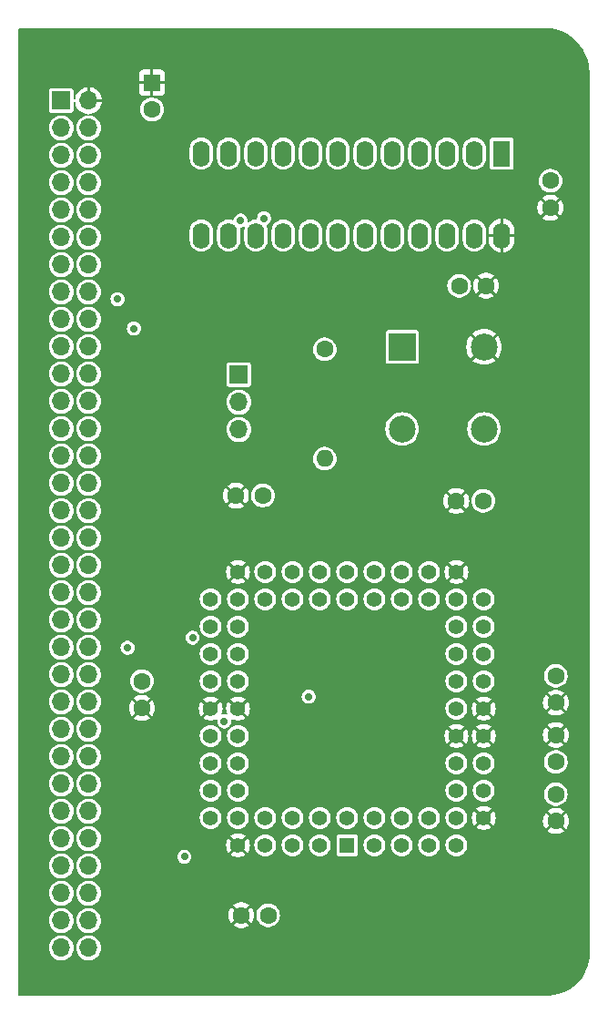
<source format=gbr>
%TF.GenerationSoftware,KiCad,Pcbnew,8.0.0*%
%TF.CreationDate,2024-03-03T08:39:44-05:00*%
%TF.ProjectId,Rosco-CoPro,526f7363-6f2d-4436-9f50-726f2e6b6963,rev?*%
%TF.SameCoordinates,Original*%
%TF.FileFunction,Copper,L3,Inr*%
%TF.FilePolarity,Positive*%
%FSLAX46Y46*%
G04 Gerber Fmt 4.6, Leading zero omitted, Abs format (unit mm)*
G04 Created by KiCad (PCBNEW 8.0.0) date 2024-03-03 08:39:44*
%MOMM*%
%LPD*%
G01*
G04 APERTURE LIST*
%TA.AperFunction,ComponentPad*%
%ADD10C,1.600000*%
%TD*%
%TA.AperFunction,ComponentPad*%
%ADD11R,1.700000X1.700000*%
%TD*%
%TA.AperFunction,ComponentPad*%
%ADD12O,1.700000X1.700000*%
%TD*%
%TA.AperFunction,ComponentPad*%
%ADD13O,1.600000X1.600000*%
%TD*%
%TA.AperFunction,ComponentPad*%
%ADD14R,1.600000X2.400000*%
%TD*%
%TA.AperFunction,ComponentPad*%
%ADD15O,1.600000X2.400000*%
%TD*%
%TA.AperFunction,ComponentPad*%
%ADD16R,1.422400X1.422400*%
%TD*%
%TA.AperFunction,ComponentPad*%
%ADD17C,1.422400*%
%TD*%
%TA.AperFunction,ComponentPad*%
%ADD18R,1.600000X1.600000*%
%TD*%
%TA.AperFunction,ComponentPad*%
%ADD19R,2.500000X2.500000*%
%TD*%
%TA.AperFunction,ComponentPad*%
%ADD20C,2.500000*%
%TD*%
%TA.AperFunction,ViaPad*%
%ADD21C,0.700000*%
%TD*%
G04 APERTURE END LIST*
D10*
%TO.N,+5V*%
%TO.C,C3*%
X54750000Y-97000000D03*
%TO.N,GND*%
X57250000Y-97000000D03*
%TD*%
D11*
%TO.N,CPUCLK*%
%TO.C,J1*%
X55020000Y-85783300D03*
D12*
%TO.N,Net-(IC1-CLK)*%
X55020000Y-88323300D03*
%TO.N,Net-(J1-Pin_3)*%
X55020000Y-90863300D03*
%TD*%
D10*
%TO.N,Net-(X1-OUT)*%
%TO.C,R1*%
X63000000Y-83420000D03*
D13*
%TO.N,Net-(J1-Pin_3)*%
X63000000Y-93580000D03*
%TD*%
D10*
%TO.N,+5V*%
%TO.C,C8*%
X84500000Y-119250000D03*
%TO.N,GND*%
X84500000Y-121750000D03*
%TD*%
%TO.N,+5V*%
%TO.C,C5*%
X55250000Y-136000000D03*
%TO.N,GND*%
X57750000Y-136000000D03*
%TD*%
%TO.N,+5V*%
%TO.C,C2*%
X75250000Y-97500000D03*
%TO.N,GND*%
X77750000Y-97500000D03*
%TD*%
%TO.N,+5V*%
%TO.C,C6*%
X46000000Y-116750000D03*
%TO.N,GND*%
X46000000Y-114250000D03*
%TD*%
D14*
%TO.N,UDS*%
%TO.C,IC2*%
X79480000Y-65220000D03*
D15*
%TO.N,LDS*%
X76940000Y-65220000D03*
%TO.N,CPUFC0*%
X74400000Y-65220000D03*
%TO.N,CPUFC1*%
X71860000Y-65220000D03*
%TO.N,CPUFC2*%
X69320000Y-65220000D03*
%TO.N,A13*%
X66780000Y-65220000D03*
%TO.N,A14*%
X64240000Y-65220000D03*
%TO.N,A15*%
X61700000Y-65220000D03*
%TO.N,A16*%
X59160000Y-65220000D03*
%TO.N,A17*%
X56620000Y-65220000D03*
%TO.N,A18*%
X54080000Y-65220000D03*
%TO.N,GND*%
X51540000Y-65220000D03*
%TO.N,A19*%
X51540000Y-72840000D03*
%TO.N,A5*%
X54080000Y-72840000D03*
%TO.N,A6*%
X56620000Y-72840000D03*
%TO.N,A7*%
X59160000Y-72840000D03*
%TO.N,A8*%
X61700000Y-72840000D03*
%TO.N,A9*%
X64240000Y-72840000D03*
%TO.N,A10*%
X66780000Y-72840000D03*
%TO.N,A11*%
X69320000Y-72840000D03*
%TO.N,A12*%
X71860000Y-72840000D03*
%TO.N,CS*%
X74400000Y-72840000D03*
%TO.N,DS*%
X76940000Y-72840000D03*
%TO.N,+5V*%
X79480000Y-72840000D03*
%TD*%
D10*
%TO.N,+5V*%
%TO.C,C7*%
X84500000Y-116250000D03*
%TO.N,GND*%
X84500000Y-113750000D03*
%TD*%
D16*
%TO.N,D2*%
%TO.C,IC1*%
X65100000Y-129500000D03*
D17*
%TO.N,D1*%
X65100000Y-126960000D03*
%TO.N,D0*%
X67640000Y-129500000D03*
%TO.N,GND*%
X67640000Y-126960000D03*
X70180000Y-129500000D03*
X70180000Y-126960000D03*
X72720000Y-129500000D03*
X72720000Y-126960000D03*
X75260000Y-129500000D03*
%TO.N,+5V*%
X77800000Y-126960000D03*
%TO.N,Net-(IC1-CLK)*%
X75260000Y-126960000D03*
%TO.N,GND*%
X77800000Y-124420000D03*
%TO.N,RESET*%
X75260000Y-124420000D03*
%TO.N,GND*%
X77800000Y-121880000D03*
%TO.N,unconnected-(IC1-NC-Pad15)*%
X75260000Y-121880000D03*
%TO.N,+5V*%
X77800000Y-119340000D03*
X75260000Y-119340000D03*
X77800000Y-116800000D03*
%TO.N,GND*%
X75260000Y-116800000D03*
%TO.N,DS*%
X77800000Y-114260000D03*
%TO.N,AS*%
X75260000Y-114260000D03*
%TO.N,A4*%
X77800000Y-111720000D03*
%TO.N,A3*%
X75260000Y-111720000D03*
%TO.N,A2*%
X77800000Y-109180000D03*
%TO.N,A1*%
X75260000Y-109180000D03*
%TO.N,GND*%
X77800000Y-106640000D03*
%TO.N,+5V*%
X75260000Y-104100000D03*
%TO.N,RW*%
X75260000Y-106640000D03*
%TO.N,CS*%
X72720000Y-104100000D03*
%TO.N,GND*%
X72720000Y-106640000D03*
%TO.N,unconnected-(IC1-DSACK0-Pad31)*%
X70180000Y-104100000D03*
%TO.N,DTACK*%
X70180000Y-106640000D03*
%TO.N,D15*%
X67640000Y-104100000D03*
%TO.N,D14*%
X67640000Y-106640000D03*
%TO.N,D13*%
X65100000Y-104100000D03*
%TO.N,D12*%
X65100000Y-106640000D03*
%TO.N,D11*%
X62560000Y-104100000D03*
%TO.N,D10*%
X62560000Y-106640000D03*
%TO.N,D9*%
X60020000Y-104100000D03*
%TO.N,D8*%
X60020000Y-106640000D03*
%TO.N,GND*%
X57480000Y-104100000D03*
%TO.N,D7*%
X57480000Y-106640000D03*
%TO.N,+5V*%
X54940000Y-104100000D03*
%TO.N,D6*%
X52400000Y-106640000D03*
%TO.N,D5*%
X54940000Y-106640000D03*
%TO.N,D4*%
X52400000Y-109180000D03*
%TO.N,D3*%
X54940000Y-109180000D03*
%TO.N,D2*%
X52400000Y-111720000D03*
%TO.N,D1*%
X54940000Y-111720000D03*
%TO.N,D0*%
X52400000Y-114260000D03*
%TO.N,GND*%
X54940000Y-114260000D03*
%TO.N,+5V*%
X52400000Y-116800000D03*
X54940000Y-116800000D03*
%TO.N,D15*%
X52400000Y-119340000D03*
%TO.N,D14*%
X54940000Y-119340000D03*
%TO.N,D13*%
X52400000Y-121880000D03*
%TO.N,D12*%
X54940000Y-121880000D03*
%TO.N,D11*%
X52400000Y-124420000D03*
%TO.N,D10*%
X54940000Y-124420000D03*
%TO.N,D9*%
X52400000Y-126960000D03*
%TO.N,+5V*%
X54940000Y-129500000D03*
%TO.N,D8*%
X54940000Y-126960000D03*
%TO.N,GND*%
X57480000Y-129500000D03*
%TO.N,D7*%
X57480000Y-126960000D03*
%TO.N,D6*%
X60020000Y-129500000D03*
%TO.N,D5*%
X60020000Y-126960000D03*
%TO.N,D4*%
X62560000Y-129500000D03*
%TO.N,D3*%
X62560000Y-126960000D03*
%TD*%
D18*
%TO.N,+5V*%
%TO.C,C9*%
X46930000Y-58624900D03*
D10*
%TO.N,GND*%
X46930000Y-61124900D03*
%TD*%
%TO.N,+5V*%
%TO.C,C4*%
X84500000Y-127250000D03*
%TO.N,GND*%
X84500000Y-124750000D03*
%TD*%
%TO.N,+5V*%
%TO.C,C1*%
X78020000Y-77500000D03*
%TO.N,GND*%
X75520000Y-77500000D03*
%TD*%
D11*
%TO.N,A1*%
%TO.C,BUS1*%
X38500000Y-60300000D03*
D12*
%TO.N,+5V*%
X41040000Y-60300000D03*
%TO.N,A2*%
X38500000Y-62840000D03*
%TO.N,CPUCLK*%
X41040000Y-62840000D03*
%TO.N,A3*%
X38500000Y-65380000D03*
%TO.N,GND*%
X41040000Y-65380000D03*
%TO.N,A4*%
X38500000Y-67920000D03*
%TO.N,VPA*%
X41040000Y-67920000D03*
%TO.N,A5*%
X38500000Y-70460000D03*
%TO.N,E*%
X41040000Y-70460000D03*
%TO.N,A6*%
X38500000Y-73000000D03*
%TO.N,VMA*%
X41040000Y-73000000D03*
%TO.N,A7*%
X38500000Y-75540000D03*
%TO.N,MFPIEO*%
X41040000Y-75540000D03*
%TO.N,A8*%
X38500000Y-78080000D03*
%TO.N,IOSEL*%
X41040000Y-78080000D03*
%TO.N,A9*%
X38500000Y-80620000D03*
%TO.N,EXPSEL*%
X41040000Y-80620000D03*
%TO.N,A10*%
X38500000Y-83160000D03*
%TO.N,CPUFC0*%
X41040000Y-83160000D03*
%TO.N,A11*%
X38500000Y-85700000D03*
%TO.N,CPUFC1*%
X41040000Y-85700000D03*
%TO.N,A12*%
X38500000Y-88240000D03*
%TO.N,CPUFC2*%
X41040000Y-88240000D03*
%TO.N,A13*%
X38500000Y-90780000D03*
%TO.N,IPL0*%
X41040000Y-90780000D03*
%TO.N,A14*%
X38500000Y-93320000D03*
%TO.N,IPL1*%
X41040000Y-93320000D03*
%TO.N,A15*%
X38500000Y-95860000D03*
%TO.N,IPL2*%
X41040000Y-95860000D03*
%TO.N,A16*%
X38500000Y-98400000D03*
%TO.N,LDS*%
X41040000Y-98400000D03*
%TO.N,A17*%
X38500000Y-100940000D03*
%TO.N,UDS*%
X41040000Y-100940000D03*
%TO.N,A18*%
X38500000Y-103480000D03*
%TO.N,RESET*%
X41040000Y-103480000D03*
%TO.N,A19*%
X38500000Y-106020000D03*
%TO.N,D15*%
X41040000Y-106020000D03*
%TO.N,A20*%
X38500000Y-108560000D03*
%TO.N,D14*%
X41040000Y-108560000D03*
%TO.N,A21*%
X38500000Y-111100000D03*
%TO.N,D13*%
X41040000Y-111100000D03*
%TO.N,A22*%
X38500000Y-113640000D03*
%TO.N,D12*%
X41040000Y-113640000D03*
%TO.N,A23*%
X38500000Y-116180000D03*
%TO.N,D11*%
X41040000Y-116180000D03*
%TO.N,AS*%
X38500000Y-118720000D03*
%TO.N,D10*%
X41040000Y-118720000D03*
%TO.N,BERR*%
X38500000Y-121260000D03*
%TO.N,D9*%
X41040000Y-121260000D03*
%TO.N,BG*%
X38500000Y-123800000D03*
%TO.N,D8*%
X41040000Y-123800000D03*
%TO.N,BGACK*%
X38500000Y-126340000D03*
%TO.N,D7*%
X41040000Y-126340000D03*
%TO.N,BR*%
X38500000Y-128880000D03*
%TO.N,D6*%
X41040000Y-128880000D03*
%TO.N,DTACK*%
X38500000Y-131420000D03*
%TO.N,D5*%
X41040000Y-131420000D03*
%TO.N,RW*%
X38500000Y-133960000D03*
%TO.N,D4*%
X41040000Y-133960000D03*
%TO.N,D0*%
X38500000Y-136500000D03*
%TO.N,D3*%
X41040000Y-136500000D03*
%TO.N,D1*%
X38500000Y-139040000D03*
%TO.N,D2*%
X41040000Y-139040000D03*
%TD*%
D10*
%TO.N,+5V*%
%TO.C,C10*%
X84000000Y-70250000D03*
%TO.N,GND*%
X84000000Y-67750000D03*
%TD*%
D19*
%TO.N,unconnected-(X1-EN-Pad1)*%
%TO.C,X1*%
X70210000Y-83190000D03*
D20*
%TO.N,GND*%
X70210000Y-90810000D03*
%TO.N,Net-(X1-OUT)*%
X77830000Y-90810000D03*
%TO.N,+5V*%
X77830000Y-83190000D03*
%TD*%
D21*
%TO.N,A13*%
X45261700Y-81483100D03*
%TO.N,A4*%
X55179800Y-71454400D03*
%TO.N,A3*%
X57362200Y-71234300D03*
%TO.N,D7*%
X61514400Y-115691300D03*
%TO.N,A14*%
X43741200Y-78749400D03*
%TO.N,D12*%
X53670000Y-117996400D03*
%TO.N,D13*%
X50714500Y-110208100D03*
%TO.N,D15*%
X44664400Y-111153800D03*
%TO.N,D3*%
X49947600Y-130580000D03*
%TD*%
%TA.AperFunction,Conductor*%
%TO.N,+5V*%
G36*
X83634694Y-53569283D02*
G01*
X84025066Y-53598136D01*
X84029522Y-53598466D01*
X84036729Y-53599356D01*
X84079723Y-53606822D01*
X84426369Y-53667024D01*
X84433440Y-53668614D01*
X84814560Y-53774145D01*
X84821454Y-53776422D01*
X85190402Y-53918804D01*
X85197022Y-53921740D01*
X85550252Y-54099606D01*
X85556554Y-54103178D01*
X85890632Y-54314800D01*
X85896556Y-54318974D01*
X86208296Y-54562332D01*
X86213779Y-54567062D01*
X86500157Y-54839799D01*
X86505164Y-54845060D01*
X86763417Y-55144537D01*
X86767884Y-55150262D01*
X86995548Y-55473623D01*
X86999432Y-55479759D01*
X87194300Y-55823870D01*
X87197564Y-55830357D01*
X87357764Y-56191908D01*
X87360377Y-56198684D01*
X87484373Y-56574213D01*
X87486308Y-56581213D01*
X87572892Y-56967064D01*
X87574133Y-56974219D01*
X87622536Y-57367143D01*
X87623043Y-57373535D01*
X87630105Y-57570264D01*
X87630153Y-57572856D01*
X87699999Y-139299964D01*
X87702401Y-139498180D01*
X87702205Y-139504531D01*
X87673019Y-139899352D01*
X87672129Y-139906560D01*
X87604459Y-140296184D01*
X87602866Y-140303269D01*
X87497338Y-140684366D01*
X87495059Y-140691261D01*
X87352681Y-141060186D01*
X87349737Y-141066825D01*
X87171885Y-141420017D01*
X87168305Y-141426335D01*
X86956682Y-141760407D01*
X86952499Y-141766343D01*
X86709165Y-142078045D01*
X86704421Y-142083543D01*
X86431702Y-142369898D01*
X86426442Y-142374905D01*
X86126961Y-142633157D01*
X86121235Y-142637624D01*
X85797888Y-142865275D01*
X85791752Y-142869159D01*
X85447649Y-143064018D01*
X85441162Y-143067282D01*
X85079619Y-143227474D01*
X85072843Y-143230087D01*
X84697335Y-143354073D01*
X84690336Y-143356009D01*
X84304478Y-143442591D01*
X84297323Y-143443831D01*
X83904391Y-143492232D01*
X83898056Y-143492737D01*
X83701364Y-143499950D01*
X83698652Y-143500000D01*
X34573906Y-143500000D01*
X34521580Y-143478326D01*
X34499906Y-143426000D01*
X34499908Y-141420017D01*
X34499910Y-139040003D01*
X37344571Y-139040003D01*
X37364242Y-139252303D01*
X37364243Y-139252309D01*
X37422593Y-139457383D01*
X37422596Y-139457393D01*
X37517632Y-139648252D01*
X37517634Y-139648255D01*
X37646128Y-139818407D01*
X37803698Y-139962052D01*
X37984981Y-140074298D01*
X38183802Y-140151321D01*
X38393390Y-140190500D01*
X38606610Y-140190500D01*
X38816198Y-140151321D01*
X39015019Y-140074298D01*
X39196302Y-139962052D01*
X39353872Y-139818407D01*
X39482366Y-139648255D01*
X39577405Y-139457389D01*
X39635756Y-139252310D01*
X39655429Y-139040003D01*
X39884571Y-139040003D01*
X39904242Y-139252303D01*
X39904243Y-139252309D01*
X39962593Y-139457383D01*
X39962596Y-139457393D01*
X40057632Y-139648252D01*
X40057634Y-139648255D01*
X40186128Y-139818407D01*
X40343698Y-139962052D01*
X40524981Y-140074298D01*
X40723802Y-140151321D01*
X40933390Y-140190500D01*
X41146610Y-140190500D01*
X41356198Y-140151321D01*
X41555019Y-140074298D01*
X41736302Y-139962052D01*
X41893872Y-139818407D01*
X42022366Y-139648255D01*
X42117405Y-139457389D01*
X42175756Y-139252310D01*
X42195429Y-139040000D01*
X42175756Y-138827690D01*
X42117405Y-138622611D01*
X42022366Y-138431745D01*
X41893872Y-138261593D01*
X41736302Y-138117948D01*
X41555019Y-138005702D01*
X41356198Y-137928679D01*
X41264150Y-137911472D01*
X41146613Y-137889500D01*
X41146610Y-137889500D01*
X40933390Y-137889500D01*
X40933386Y-137889500D01*
X40776670Y-137918796D01*
X40723802Y-137928679D01*
X40723800Y-137928679D01*
X40723798Y-137928680D01*
X40524986Y-138005700D01*
X40524981Y-138005702D01*
X40524976Y-138005704D01*
X40524976Y-138005705D01*
X40343700Y-138117946D01*
X40186130Y-138261590D01*
X40057636Y-138431741D01*
X40057632Y-138431747D01*
X39962596Y-138622606D01*
X39962593Y-138622616D01*
X39904243Y-138827690D01*
X39904242Y-138827696D01*
X39884571Y-139039996D01*
X39884571Y-139040003D01*
X39655429Y-139040003D01*
X39655429Y-139040000D01*
X39635756Y-138827690D01*
X39577405Y-138622611D01*
X39482366Y-138431745D01*
X39353872Y-138261593D01*
X39196302Y-138117948D01*
X39015019Y-138005702D01*
X38816198Y-137928679D01*
X38724150Y-137911472D01*
X38606613Y-137889500D01*
X38606610Y-137889500D01*
X38393390Y-137889500D01*
X38393386Y-137889500D01*
X38236670Y-137918796D01*
X38183802Y-137928679D01*
X38183800Y-137928679D01*
X38183798Y-137928680D01*
X37984986Y-138005700D01*
X37984981Y-138005702D01*
X37984976Y-138005704D01*
X37984976Y-138005705D01*
X37803700Y-138117946D01*
X37646130Y-138261590D01*
X37517636Y-138431741D01*
X37517632Y-138431747D01*
X37422596Y-138622606D01*
X37422593Y-138622616D01*
X37364243Y-138827690D01*
X37364242Y-138827696D01*
X37344571Y-139039996D01*
X37344571Y-139040003D01*
X34499910Y-139040003D01*
X34499913Y-136500003D01*
X37344571Y-136500003D01*
X37364242Y-136712303D01*
X37364243Y-136712309D01*
X37422593Y-136917383D01*
X37422596Y-136917393D01*
X37517632Y-137108252D01*
X37517634Y-137108255D01*
X37646128Y-137278407D01*
X37803698Y-137422052D01*
X37984981Y-137534298D01*
X38183802Y-137611321D01*
X38393390Y-137650500D01*
X38606610Y-137650500D01*
X38816198Y-137611321D01*
X39015019Y-137534298D01*
X39196302Y-137422052D01*
X39353872Y-137278407D01*
X39482366Y-137108255D01*
X39577405Y-136917389D01*
X39635756Y-136712310D01*
X39647848Y-136581822D01*
X39655429Y-136500003D01*
X39884571Y-136500003D01*
X39904242Y-136712303D01*
X39904243Y-136712309D01*
X39962593Y-136917383D01*
X39962596Y-136917393D01*
X40057632Y-137108252D01*
X40057634Y-137108255D01*
X40186128Y-137278407D01*
X40343698Y-137422052D01*
X40524981Y-137534298D01*
X40723802Y-137611321D01*
X40933390Y-137650500D01*
X41146610Y-137650500D01*
X41356198Y-137611321D01*
X41555019Y-137534298D01*
X41736302Y-137422052D01*
X41893872Y-137278407D01*
X42022366Y-137108255D01*
X42117405Y-136917389D01*
X42175756Y-136712310D01*
X42187848Y-136581822D01*
X42195429Y-136500003D01*
X42195429Y-136499996D01*
X42175757Y-136287696D01*
X42175756Y-136287690D01*
X42151683Y-136203083D01*
X42117405Y-136082611D01*
X42076272Y-136000003D01*
X54044859Y-136000003D01*
X54065377Y-136221432D01*
X54065379Y-136221445D01*
X54126237Y-136435342D01*
X54126239Y-136435346D01*
X54225368Y-136634426D01*
X54225370Y-136634428D01*
X54317196Y-136756025D01*
X54892473Y-136180747D01*
X54929920Y-136245606D01*
X55004394Y-136320080D01*
X55069251Y-136357525D01*
X54493040Y-136933736D01*
X54493039Y-136933736D01*
X54523742Y-136961724D01*
X54712817Y-137078794D01*
X54712827Y-137078799D01*
X54920194Y-137159134D01*
X55138800Y-137199999D01*
X55138806Y-137200000D01*
X55361194Y-137200000D01*
X55361199Y-137199999D01*
X55579805Y-137159134D01*
X55787172Y-137078799D01*
X55787182Y-137078794D01*
X55976257Y-136961724D01*
X56006958Y-136933735D01*
X55430748Y-136357525D01*
X55495606Y-136320080D01*
X55570080Y-136245606D01*
X55607525Y-136180748D01*
X56182801Y-136756024D01*
X56274631Y-136634424D01*
X56373760Y-136435346D01*
X56373762Y-136435342D01*
X56434620Y-136221445D01*
X56434622Y-136221432D01*
X56455141Y-136000003D01*
X56644785Y-136000003D01*
X56663601Y-136203076D01*
X56663602Y-136203082D01*
X56711875Y-136372741D01*
X56719418Y-136399250D01*
X56810327Y-136581821D01*
X56810328Y-136581822D01*
X56810329Y-136581825D01*
X56933234Y-136744578D01*
X56933235Y-136744579D01*
X57070637Y-136869836D01*
X57083959Y-136881981D01*
X57257363Y-136989348D01*
X57447544Y-137063024D01*
X57648024Y-137100500D01*
X57648026Y-137100500D01*
X57851974Y-137100500D01*
X57851976Y-137100500D01*
X58052456Y-137063024D01*
X58242637Y-136989348D01*
X58416041Y-136881981D01*
X58566764Y-136744579D01*
X58591133Y-136712310D01*
X58689670Y-136581825D01*
X58689670Y-136581824D01*
X58689673Y-136581821D01*
X58780582Y-136399250D01*
X58836397Y-136203083D01*
X58850336Y-136052661D01*
X58855215Y-136000003D01*
X58855215Y-135999996D01*
X58836398Y-135796923D01*
X58836397Y-135796917D01*
X58803108Y-135679920D01*
X58780582Y-135600750D01*
X58689673Y-135418179D01*
X58689670Y-135418175D01*
X58689670Y-135418174D01*
X58566765Y-135255421D01*
X58566764Y-135255420D01*
X58416041Y-135118019D01*
X58340621Y-135071321D01*
X58242637Y-135010652D01*
X58052456Y-134936976D01*
X57964407Y-134920516D01*
X57851979Y-134899500D01*
X57851976Y-134899500D01*
X57648024Y-134899500D01*
X57648020Y-134899500D01*
X57498116Y-134927522D01*
X57447544Y-134936976D01*
X57447542Y-134936976D01*
X57447540Y-134936977D01*
X57299575Y-134994299D01*
X57257363Y-135010652D01*
X57257358Y-135010654D01*
X57257358Y-135010655D01*
X57083958Y-135118019D01*
X57083957Y-135118019D01*
X56933235Y-135255420D01*
X56933234Y-135255421D01*
X56810329Y-135418174D01*
X56810328Y-135418177D01*
X56810327Y-135418178D01*
X56810327Y-135418179D01*
X56786664Y-135465702D01*
X56719418Y-135600750D01*
X56719416Y-135600755D01*
X56663602Y-135796917D01*
X56663601Y-135796923D01*
X56644785Y-135999996D01*
X56644785Y-136000003D01*
X56455141Y-136000003D01*
X56455141Y-135999996D01*
X56434622Y-135778567D01*
X56434620Y-135778554D01*
X56373762Y-135564657D01*
X56373760Y-135564653D01*
X56274631Y-135365573D01*
X56274629Y-135365571D01*
X56182802Y-135243973D01*
X55607524Y-135819250D01*
X55570080Y-135754394D01*
X55495606Y-135679920D01*
X55430746Y-135642473D01*
X56006958Y-135066262D01*
X55976257Y-135038275D01*
X55787182Y-134921205D01*
X55787172Y-134921200D01*
X55579805Y-134840865D01*
X55361199Y-134800000D01*
X55138800Y-134800000D01*
X54920194Y-134840865D01*
X54712827Y-134921200D01*
X54712817Y-134921205D01*
X54523739Y-135038277D01*
X54523738Y-135038277D01*
X54493039Y-135066262D01*
X55069251Y-135642474D01*
X55004394Y-135679920D01*
X54929920Y-135754394D01*
X54892474Y-135819251D01*
X54317196Y-135243973D01*
X54225370Y-135365571D01*
X54225368Y-135365573D01*
X54126239Y-135564653D01*
X54126237Y-135564657D01*
X54065379Y-135778554D01*
X54065377Y-135778567D01*
X54044859Y-135999996D01*
X54044859Y-136000003D01*
X42076272Y-136000003D01*
X42022366Y-135891745D01*
X41893872Y-135721593D01*
X41736302Y-135577948D01*
X41555019Y-135465702D01*
X41356198Y-135388679D01*
X41264150Y-135371472D01*
X41146613Y-135349500D01*
X41146610Y-135349500D01*
X40933390Y-135349500D01*
X40933386Y-135349500D01*
X40776670Y-135378796D01*
X40723802Y-135388679D01*
X40723800Y-135388679D01*
X40723798Y-135388680D01*
X40524986Y-135465700D01*
X40524981Y-135465702D01*
X40524976Y-135465704D01*
X40524976Y-135465705D01*
X40343700Y-135577946D01*
X40186130Y-135721590D01*
X40057636Y-135891741D01*
X40057632Y-135891747D01*
X39962596Y-136082606D01*
X39962593Y-136082616D01*
X39904243Y-136287690D01*
X39904242Y-136287696D01*
X39884571Y-136499996D01*
X39884571Y-136500003D01*
X39655429Y-136500003D01*
X39655429Y-136499996D01*
X39635757Y-136287696D01*
X39635756Y-136287690D01*
X39611683Y-136203083D01*
X39577405Y-136082611D01*
X39482366Y-135891745D01*
X39353872Y-135721593D01*
X39196302Y-135577948D01*
X39015019Y-135465702D01*
X38816198Y-135388679D01*
X38724150Y-135371472D01*
X38606613Y-135349500D01*
X38606610Y-135349500D01*
X38393390Y-135349500D01*
X38393386Y-135349500D01*
X38236670Y-135378796D01*
X38183802Y-135388679D01*
X38183800Y-135388679D01*
X38183798Y-135388680D01*
X37984986Y-135465700D01*
X37984981Y-135465702D01*
X37984976Y-135465704D01*
X37984976Y-135465705D01*
X37803700Y-135577946D01*
X37646130Y-135721590D01*
X37517636Y-135891741D01*
X37517632Y-135891747D01*
X37422596Y-136082606D01*
X37422593Y-136082616D01*
X37364243Y-136287690D01*
X37364242Y-136287696D01*
X37344571Y-136499996D01*
X37344571Y-136500003D01*
X34499913Y-136500003D01*
X34499915Y-133960003D01*
X37344571Y-133960003D01*
X37364242Y-134172303D01*
X37364243Y-134172309D01*
X37422593Y-134377383D01*
X37422596Y-134377393D01*
X37517632Y-134568252D01*
X37517634Y-134568255D01*
X37646128Y-134738407D01*
X37803698Y-134882052D01*
X37984981Y-134994298D01*
X38183802Y-135071321D01*
X38393390Y-135110500D01*
X38606610Y-135110500D01*
X38816198Y-135071321D01*
X39015019Y-134994298D01*
X39196302Y-134882052D01*
X39353872Y-134738407D01*
X39482366Y-134568255D01*
X39577405Y-134377389D01*
X39635756Y-134172310D01*
X39655429Y-133960003D01*
X39884571Y-133960003D01*
X39904242Y-134172303D01*
X39904243Y-134172309D01*
X39962593Y-134377383D01*
X39962596Y-134377393D01*
X40057632Y-134568252D01*
X40057634Y-134568255D01*
X40186128Y-134738407D01*
X40343698Y-134882052D01*
X40524981Y-134994298D01*
X40723802Y-135071321D01*
X40933390Y-135110500D01*
X41146610Y-135110500D01*
X41356198Y-135071321D01*
X41555019Y-134994298D01*
X41736302Y-134882052D01*
X41893872Y-134738407D01*
X42022366Y-134568255D01*
X42117405Y-134377389D01*
X42175756Y-134172310D01*
X42195429Y-133960000D01*
X42175756Y-133747690D01*
X42117405Y-133542611D01*
X42022366Y-133351745D01*
X41893872Y-133181593D01*
X41736302Y-133037948D01*
X41555019Y-132925702D01*
X41356198Y-132848679D01*
X41264150Y-132831472D01*
X41146613Y-132809500D01*
X41146610Y-132809500D01*
X40933390Y-132809500D01*
X40933386Y-132809500D01*
X40776670Y-132838796D01*
X40723802Y-132848679D01*
X40723800Y-132848679D01*
X40723798Y-132848680D01*
X40524986Y-132925700D01*
X40524981Y-132925702D01*
X40524976Y-132925704D01*
X40524976Y-132925705D01*
X40343700Y-133037946D01*
X40186130Y-133181590D01*
X40057636Y-133351741D01*
X40057632Y-133351747D01*
X39962596Y-133542606D01*
X39962593Y-133542616D01*
X39904243Y-133747690D01*
X39904242Y-133747696D01*
X39884571Y-133959996D01*
X39884571Y-133960003D01*
X39655429Y-133960003D01*
X39655429Y-133960000D01*
X39635756Y-133747690D01*
X39577405Y-133542611D01*
X39482366Y-133351745D01*
X39353872Y-133181593D01*
X39196302Y-133037948D01*
X39015019Y-132925702D01*
X38816198Y-132848679D01*
X38724150Y-132831472D01*
X38606613Y-132809500D01*
X38606610Y-132809500D01*
X38393390Y-132809500D01*
X38393386Y-132809500D01*
X38236670Y-132838796D01*
X38183802Y-132848679D01*
X38183800Y-132848679D01*
X38183798Y-132848680D01*
X37984986Y-132925700D01*
X37984981Y-132925702D01*
X37984976Y-132925704D01*
X37984976Y-132925705D01*
X37803700Y-133037946D01*
X37646130Y-133181590D01*
X37517636Y-133351741D01*
X37517632Y-133351747D01*
X37422596Y-133542606D01*
X37422593Y-133542616D01*
X37364243Y-133747690D01*
X37364242Y-133747696D01*
X37344571Y-133959996D01*
X37344571Y-133960003D01*
X34499915Y-133960003D01*
X34499918Y-131420003D01*
X37344571Y-131420003D01*
X37364242Y-131632303D01*
X37364243Y-131632309D01*
X37422593Y-131837383D01*
X37422596Y-131837393D01*
X37517632Y-132028252D01*
X37517634Y-132028255D01*
X37646128Y-132198407D01*
X37803698Y-132342052D01*
X37984981Y-132454298D01*
X38183802Y-132531321D01*
X38393390Y-132570500D01*
X38606610Y-132570500D01*
X38816198Y-132531321D01*
X39015019Y-132454298D01*
X39196302Y-132342052D01*
X39353872Y-132198407D01*
X39482366Y-132028255D01*
X39577405Y-131837389D01*
X39635756Y-131632310D01*
X39655429Y-131420003D01*
X39884571Y-131420003D01*
X39904242Y-131632303D01*
X39904243Y-131632309D01*
X39962593Y-131837383D01*
X39962596Y-131837393D01*
X40057632Y-132028252D01*
X40057634Y-132028255D01*
X40186128Y-132198407D01*
X40343698Y-132342052D01*
X40524981Y-132454298D01*
X40723802Y-132531321D01*
X40933390Y-132570500D01*
X41146610Y-132570500D01*
X41356198Y-132531321D01*
X41555019Y-132454298D01*
X41736302Y-132342052D01*
X41893872Y-132198407D01*
X42022366Y-132028255D01*
X42117405Y-131837389D01*
X42175756Y-131632310D01*
X42195429Y-131420000D01*
X42175756Y-131207690D01*
X42117405Y-131002611D01*
X42022366Y-130811745D01*
X41893872Y-130641593D01*
X41826311Y-130580003D01*
X49292322Y-130580003D01*
X49311361Y-130736808D01*
X49311364Y-130736822D01*
X49367378Y-130884521D01*
X49448886Y-131002606D01*
X49457117Y-131014530D01*
X49575360Y-131119283D01*
X49715235Y-131192696D01*
X49868615Y-131230500D01*
X49868619Y-131230500D01*
X50026581Y-131230500D01*
X50026585Y-131230500D01*
X50179965Y-131192696D01*
X50319840Y-131119283D01*
X50438083Y-131014530D01*
X50527820Y-130884523D01*
X50583837Y-130736818D01*
X50602878Y-130580000D01*
X50595179Y-130516595D01*
X50583838Y-130423191D01*
X50583837Y-130423182D01*
X50554288Y-130345268D01*
X50527821Y-130275478D01*
X50438083Y-130145470D01*
X50372625Y-130087480D01*
X50319840Y-130040717D01*
X50300373Y-130030500D01*
X50179966Y-129967304D01*
X50026587Y-129929500D01*
X50026585Y-129929500D01*
X49868615Y-129929500D01*
X49868612Y-129929500D01*
X49715233Y-129967304D01*
X49575361Y-130040716D01*
X49457116Y-130145470D01*
X49367379Y-130275478D01*
X49367378Y-130275478D01*
X49311364Y-130423177D01*
X49311361Y-130423191D01*
X49292322Y-130579996D01*
X49292322Y-130580003D01*
X41826311Y-130580003D01*
X41736302Y-130497948D01*
X41734869Y-130497061D01*
X41680513Y-130463405D01*
X41555019Y-130385702D01*
X41356198Y-130308679D01*
X41264150Y-130291472D01*
X41146613Y-130269500D01*
X41146610Y-130269500D01*
X40933390Y-130269500D01*
X40933386Y-130269500D01*
X40776670Y-130298796D01*
X40723802Y-130308679D01*
X40723800Y-130308679D01*
X40723798Y-130308680D01*
X40529465Y-130383965D01*
X40524981Y-130385702D01*
X40524976Y-130385704D01*
X40524976Y-130385705D01*
X40343700Y-130497946D01*
X40186130Y-130641590D01*
X40057636Y-130811741D01*
X40057632Y-130811747D01*
X39962596Y-131002606D01*
X39962593Y-131002616D01*
X39904243Y-131207690D01*
X39904242Y-131207696D01*
X39884571Y-131419996D01*
X39884571Y-131420003D01*
X39655429Y-131420003D01*
X39655429Y-131420000D01*
X39635756Y-131207690D01*
X39577405Y-131002611D01*
X39482366Y-130811745D01*
X39353872Y-130641593D01*
X39196302Y-130497948D01*
X39194869Y-130497061D01*
X39140513Y-130463405D01*
X39015019Y-130385702D01*
X38816198Y-130308679D01*
X38724150Y-130291472D01*
X38606613Y-130269500D01*
X38606610Y-130269500D01*
X38393390Y-130269500D01*
X38393386Y-130269500D01*
X38236670Y-130298796D01*
X38183802Y-130308679D01*
X38183800Y-130308679D01*
X38183798Y-130308680D01*
X37989465Y-130383965D01*
X37984981Y-130385702D01*
X37984976Y-130385704D01*
X37984976Y-130385705D01*
X37803700Y-130497946D01*
X37646130Y-130641590D01*
X37517636Y-130811741D01*
X37517632Y-130811747D01*
X37422596Y-131002606D01*
X37422593Y-131002616D01*
X37364243Y-131207690D01*
X37364242Y-131207696D01*
X37344571Y-131419996D01*
X37344571Y-131420003D01*
X34499918Y-131420003D01*
X34499920Y-128880003D01*
X37344571Y-128880003D01*
X37364242Y-129092303D01*
X37364243Y-129092309D01*
X37422593Y-129297383D01*
X37422596Y-129297393D01*
X37517632Y-129488252D01*
X37517634Y-129488255D01*
X37646128Y-129658407D01*
X37803698Y-129802052D01*
X37984981Y-129914298D01*
X38183802Y-129991321D01*
X38393390Y-130030500D01*
X38606610Y-130030500D01*
X38816198Y-129991321D01*
X39015019Y-129914298D01*
X39196302Y-129802052D01*
X39353872Y-129658407D01*
X39482366Y-129488255D01*
X39577405Y-129297389D01*
X39635756Y-129092310D01*
X39650314Y-128935208D01*
X39655429Y-128880003D01*
X39884571Y-128880003D01*
X39904242Y-129092303D01*
X39904243Y-129092309D01*
X39962593Y-129297383D01*
X39962596Y-129297393D01*
X40057632Y-129488252D01*
X40057634Y-129488255D01*
X40186128Y-129658407D01*
X40343698Y-129802052D01*
X40524981Y-129914298D01*
X40723802Y-129991321D01*
X40933390Y-130030500D01*
X41146610Y-130030500D01*
X41356198Y-129991321D01*
X41555019Y-129914298D01*
X41736302Y-129802052D01*
X41893872Y-129658407D01*
X42013494Y-129500003D01*
X53824040Y-129500003D01*
X53843039Y-129705045D01*
X53843041Y-129705058D01*
X53899396Y-129903125D01*
X53899398Y-129903130D01*
X53991192Y-130087478D01*
X53991194Y-130087481D01*
X54070595Y-130192625D01*
X54582473Y-129680746D01*
X54619920Y-129745606D01*
X54694394Y-129820080D01*
X54759251Y-129857525D01*
X54245899Y-130370876D01*
X54267486Y-130390556D01*
X54442569Y-130498962D01*
X54442579Y-130498967D01*
X54634600Y-130573358D01*
X54837028Y-130611199D01*
X54837032Y-130611200D01*
X55042968Y-130611200D01*
X55042971Y-130611199D01*
X55245399Y-130573358D01*
X55437420Y-130498967D01*
X55437430Y-130498962D01*
X55612512Y-130390557D01*
X55612513Y-130390556D01*
X55634099Y-130370876D01*
X55120748Y-129857525D01*
X55185606Y-129820080D01*
X55260080Y-129745606D01*
X55297525Y-129680748D01*
X55809403Y-130192626D01*
X55888805Y-130087480D01*
X55888807Y-130087478D01*
X55980601Y-129903130D01*
X55980603Y-129903125D01*
X56036958Y-129705058D01*
X56036960Y-129705045D01*
X56055960Y-129500003D01*
X56055960Y-129500000D01*
X56463405Y-129500000D01*
X56482939Y-129698329D01*
X56540790Y-129889038D01*
X56634727Y-130064782D01*
X56634730Y-130064787D01*
X56634732Y-130064790D01*
X56761159Y-130218841D01*
X56915210Y-130345268D01*
X56915215Y-130345270D01*
X56915217Y-130345272D01*
X57090961Y-130439209D01*
X57090963Y-130439209D01*
X57090966Y-130439211D01*
X57281672Y-130497061D01*
X57480000Y-130516595D01*
X57678328Y-130497061D01*
X57869034Y-130439211D01*
X57899006Y-130423191D01*
X57960060Y-130390557D01*
X58044790Y-130345268D01*
X58198841Y-130218841D01*
X58325268Y-130064790D01*
X58419211Y-129889034D01*
X58477061Y-129698328D01*
X58496595Y-129500000D01*
X59003405Y-129500000D01*
X59022939Y-129698329D01*
X59080790Y-129889038D01*
X59174727Y-130064782D01*
X59174730Y-130064787D01*
X59174732Y-130064790D01*
X59301159Y-130218841D01*
X59455210Y-130345268D01*
X59455215Y-130345270D01*
X59455217Y-130345272D01*
X59630961Y-130439209D01*
X59630963Y-130439209D01*
X59630966Y-130439211D01*
X59821672Y-130497061D01*
X60020000Y-130516595D01*
X60218328Y-130497061D01*
X60409034Y-130439211D01*
X60439006Y-130423191D01*
X60500060Y-130390557D01*
X60584790Y-130345268D01*
X60738841Y-130218841D01*
X60865268Y-130064790D01*
X60959211Y-129889034D01*
X61017061Y-129698328D01*
X61036595Y-129500000D01*
X61543405Y-129500000D01*
X61562939Y-129698329D01*
X61620790Y-129889038D01*
X61714727Y-130064782D01*
X61714730Y-130064787D01*
X61714732Y-130064790D01*
X61841159Y-130218841D01*
X61995210Y-130345268D01*
X61995215Y-130345270D01*
X61995217Y-130345272D01*
X62170961Y-130439209D01*
X62170963Y-130439209D01*
X62170966Y-130439211D01*
X62361672Y-130497061D01*
X62560000Y-130516595D01*
X62758328Y-130497061D01*
X62949034Y-130439211D01*
X62979006Y-130423191D01*
X63040060Y-130390557D01*
X63124790Y-130345268D01*
X63233486Y-130256063D01*
X64088300Y-130256063D01*
X64091214Y-130281186D01*
X64091215Y-130281192D01*
X64119509Y-130345272D01*
X64136594Y-130383965D01*
X64216035Y-130463406D01*
X64318809Y-130508785D01*
X64343935Y-130511700D01*
X65856064Y-130511699D01*
X65881191Y-130508785D01*
X65983965Y-130463406D01*
X66063406Y-130383965D01*
X66108785Y-130281191D01*
X66111700Y-130256065D01*
X66111699Y-129500000D01*
X66623405Y-129500000D01*
X66642939Y-129698329D01*
X66700790Y-129889038D01*
X66794727Y-130064782D01*
X66794730Y-130064787D01*
X66794732Y-130064790D01*
X66921159Y-130218841D01*
X67075210Y-130345268D01*
X67075215Y-130345270D01*
X67075217Y-130345272D01*
X67250961Y-130439209D01*
X67250963Y-130439209D01*
X67250966Y-130439211D01*
X67441672Y-130497061D01*
X67640000Y-130516595D01*
X67838328Y-130497061D01*
X68029034Y-130439211D01*
X68059006Y-130423191D01*
X68120060Y-130390557D01*
X68204790Y-130345268D01*
X68358841Y-130218841D01*
X68485268Y-130064790D01*
X68579211Y-129889034D01*
X68637061Y-129698328D01*
X68656595Y-129500000D01*
X69163405Y-129500000D01*
X69182939Y-129698329D01*
X69240790Y-129889038D01*
X69334727Y-130064782D01*
X69334730Y-130064787D01*
X69334732Y-130064790D01*
X69461159Y-130218841D01*
X69615210Y-130345268D01*
X69615215Y-130345270D01*
X69615217Y-130345272D01*
X69790961Y-130439209D01*
X69790963Y-130439209D01*
X69790966Y-130439211D01*
X69981672Y-130497061D01*
X70180000Y-130516595D01*
X70378328Y-130497061D01*
X70569034Y-130439211D01*
X70599006Y-130423191D01*
X70660060Y-130390557D01*
X70744790Y-130345268D01*
X70898841Y-130218841D01*
X71025268Y-130064790D01*
X71119211Y-129889034D01*
X71177061Y-129698328D01*
X71196595Y-129500000D01*
X71703405Y-129500000D01*
X71722939Y-129698329D01*
X71780790Y-129889038D01*
X71874727Y-130064782D01*
X71874730Y-130064787D01*
X71874732Y-130064790D01*
X72001159Y-130218841D01*
X72155210Y-130345268D01*
X72155215Y-130345270D01*
X72155217Y-130345272D01*
X72330961Y-130439209D01*
X72330963Y-130439209D01*
X72330966Y-130439211D01*
X72521672Y-130497061D01*
X72720000Y-130516595D01*
X72918328Y-130497061D01*
X73109034Y-130439211D01*
X73139006Y-130423191D01*
X73200060Y-130390557D01*
X73284790Y-130345268D01*
X73438841Y-130218841D01*
X73565268Y-130064790D01*
X73659211Y-129889034D01*
X73717061Y-129698328D01*
X73736595Y-129500000D01*
X74243405Y-129500000D01*
X74262939Y-129698329D01*
X74320790Y-129889038D01*
X74414727Y-130064782D01*
X74414730Y-130064787D01*
X74414732Y-130064790D01*
X74541159Y-130218841D01*
X74695210Y-130345268D01*
X74695215Y-130345270D01*
X74695217Y-130345272D01*
X74870961Y-130439209D01*
X74870963Y-130439209D01*
X74870966Y-130439211D01*
X75061672Y-130497061D01*
X75260000Y-130516595D01*
X75458328Y-130497061D01*
X75649034Y-130439211D01*
X75679006Y-130423191D01*
X75740060Y-130390557D01*
X75824790Y-130345268D01*
X75978841Y-130218841D01*
X76105268Y-130064790D01*
X76199211Y-129889034D01*
X76257061Y-129698328D01*
X76276595Y-129500000D01*
X76257061Y-129301672D01*
X76199211Y-129110966D01*
X76199209Y-129110963D01*
X76199209Y-129110961D01*
X76105272Y-128935217D01*
X76105270Y-128935215D01*
X76105268Y-128935210D01*
X75978841Y-128781159D01*
X75824790Y-128654732D01*
X75824787Y-128654730D01*
X75824782Y-128654727D01*
X75649038Y-128560790D01*
X75458329Y-128502939D01*
X75260000Y-128483405D01*
X75061670Y-128502939D01*
X74870961Y-128560790D01*
X74695217Y-128654727D01*
X74695208Y-128654733D01*
X74541159Y-128781159D01*
X74414733Y-128935208D01*
X74414727Y-128935217D01*
X74320790Y-129110961D01*
X74262939Y-129301670D01*
X74243405Y-129500000D01*
X73736595Y-129500000D01*
X73717061Y-129301672D01*
X73659211Y-129110966D01*
X73659209Y-129110963D01*
X73659209Y-129110961D01*
X73565272Y-128935217D01*
X73565270Y-128935215D01*
X73565268Y-128935210D01*
X73438841Y-128781159D01*
X73284790Y-128654732D01*
X73284787Y-128654730D01*
X73284782Y-128654727D01*
X73109038Y-128560790D01*
X72918329Y-128502939D01*
X72720000Y-128483405D01*
X72521670Y-128502939D01*
X72330961Y-128560790D01*
X72155217Y-128654727D01*
X72155208Y-128654733D01*
X72001159Y-128781159D01*
X71874733Y-128935208D01*
X71874727Y-128935217D01*
X71780790Y-129110961D01*
X71722939Y-129301670D01*
X71703405Y-129500000D01*
X71196595Y-129500000D01*
X71177061Y-129301672D01*
X71119211Y-129110966D01*
X71119209Y-129110963D01*
X71119209Y-129110961D01*
X71025272Y-128935217D01*
X71025270Y-128935215D01*
X71025268Y-128935210D01*
X70898841Y-128781159D01*
X70744790Y-128654732D01*
X70744787Y-128654730D01*
X70744782Y-128654727D01*
X70569038Y-128560790D01*
X70378329Y-128502939D01*
X70180000Y-128483405D01*
X69981670Y-128502939D01*
X69790961Y-128560790D01*
X69615217Y-128654727D01*
X69615208Y-128654733D01*
X69461159Y-128781159D01*
X69334733Y-128935208D01*
X69334727Y-128935217D01*
X69240790Y-129110961D01*
X69182939Y-129301670D01*
X69163405Y-129500000D01*
X68656595Y-129500000D01*
X68637061Y-129301672D01*
X68579211Y-129110966D01*
X68579209Y-129110963D01*
X68579209Y-129110961D01*
X68485272Y-128935217D01*
X68485270Y-128935215D01*
X68485268Y-128935210D01*
X68358841Y-128781159D01*
X68204790Y-128654732D01*
X68204787Y-128654730D01*
X68204782Y-128654727D01*
X68029038Y-128560790D01*
X67838329Y-128502939D01*
X67640000Y-128483405D01*
X67441670Y-128502939D01*
X67250961Y-128560790D01*
X67075217Y-128654727D01*
X67075208Y-128654733D01*
X66921159Y-128781159D01*
X66794733Y-128935208D01*
X66794727Y-128935217D01*
X66700790Y-129110961D01*
X66642939Y-129301670D01*
X66623405Y-129500000D01*
X66111699Y-129500000D01*
X66111699Y-128743936D01*
X66108785Y-128718809D01*
X66063406Y-128616035D01*
X65983965Y-128536594D01*
X65881191Y-128491215D01*
X65881190Y-128491214D01*
X65881188Y-128491214D01*
X65859859Y-128488740D01*
X65856065Y-128488300D01*
X65856064Y-128488300D01*
X64343936Y-128488300D01*
X64318813Y-128491214D01*
X64318807Y-128491215D01*
X64216034Y-128536594D01*
X64136594Y-128616034D01*
X64091214Y-128718811D01*
X64088300Y-128743935D01*
X64088300Y-130256063D01*
X63233486Y-130256063D01*
X63278841Y-130218841D01*
X63405268Y-130064790D01*
X63499211Y-129889034D01*
X63557061Y-129698328D01*
X63576595Y-129500000D01*
X63557061Y-129301672D01*
X63499211Y-129110966D01*
X63499209Y-129110963D01*
X63499209Y-129110961D01*
X63405272Y-128935217D01*
X63405270Y-128935215D01*
X63405268Y-128935210D01*
X63278841Y-128781159D01*
X63124790Y-128654732D01*
X63124787Y-128654730D01*
X63124782Y-128654727D01*
X62949038Y-128560790D01*
X62758329Y-128502939D01*
X62560000Y-128483405D01*
X62361670Y-128502939D01*
X62170961Y-128560790D01*
X61995217Y-128654727D01*
X61995208Y-128654733D01*
X61841159Y-128781159D01*
X61714733Y-128935208D01*
X61714727Y-128935217D01*
X61620790Y-129110961D01*
X61562939Y-129301670D01*
X61543405Y-129500000D01*
X61036595Y-129500000D01*
X61017061Y-129301672D01*
X60959211Y-129110966D01*
X60959209Y-129110963D01*
X60959209Y-129110961D01*
X60865272Y-128935217D01*
X60865270Y-128935215D01*
X60865268Y-128935210D01*
X60738841Y-128781159D01*
X60584790Y-128654732D01*
X60584787Y-128654730D01*
X60584782Y-128654727D01*
X60409038Y-128560790D01*
X60218329Y-128502939D01*
X60020000Y-128483405D01*
X59821670Y-128502939D01*
X59630961Y-128560790D01*
X59455217Y-128654727D01*
X59455208Y-128654733D01*
X59301159Y-128781159D01*
X59174733Y-128935208D01*
X59174727Y-128935217D01*
X59080790Y-129110961D01*
X59022939Y-129301670D01*
X59003405Y-129500000D01*
X58496595Y-129500000D01*
X58477061Y-129301672D01*
X58419211Y-129110966D01*
X58419209Y-129110963D01*
X58419209Y-129110961D01*
X58325272Y-128935217D01*
X58325270Y-128935215D01*
X58325268Y-128935210D01*
X58198841Y-128781159D01*
X58044790Y-128654732D01*
X58044787Y-128654730D01*
X58044782Y-128654727D01*
X57869038Y-128560790D01*
X57678329Y-128502939D01*
X57480000Y-128483405D01*
X57281670Y-128502939D01*
X57090961Y-128560790D01*
X56915217Y-128654727D01*
X56915208Y-128654733D01*
X56761159Y-128781159D01*
X56634733Y-128935208D01*
X56634727Y-128935217D01*
X56540790Y-129110961D01*
X56482939Y-129301670D01*
X56463405Y-129500000D01*
X56055960Y-129500000D01*
X56055960Y-129499996D01*
X56036960Y-129294954D01*
X56036958Y-129294941D01*
X55980603Y-129096874D01*
X55980601Y-129096869D01*
X55888807Y-128912521D01*
X55888805Y-128912518D01*
X55809402Y-128807372D01*
X55297524Y-129319250D01*
X55260080Y-129254394D01*
X55185606Y-129179920D01*
X55120746Y-129142473D01*
X55634099Y-128629121D01*
X55612513Y-128609443D01*
X55437430Y-128501037D01*
X55437420Y-128501032D01*
X55245399Y-128426641D01*
X55042971Y-128388800D01*
X54837028Y-128388800D01*
X54634600Y-128426641D01*
X54442579Y-128501032D01*
X54442569Y-128501037D01*
X54267483Y-128609445D01*
X54267482Y-128609445D01*
X54245898Y-128629121D01*
X54759251Y-129142474D01*
X54694394Y-129179920D01*
X54619920Y-129254394D01*
X54582474Y-129319251D01*
X54070595Y-128807372D01*
X53991192Y-128912522D01*
X53991191Y-128912525D01*
X53899398Y-129096869D01*
X53899396Y-129096874D01*
X53843041Y-129294941D01*
X53843039Y-129294954D01*
X53824040Y-129499996D01*
X53824040Y-129500003D01*
X42013494Y-129500003D01*
X42022366Y-129488255D01*
X42117405Y-129297389D01*
X42175756Y-129092310D01*
X42190314Y-128935208D01*
X42195429Y-128880003D01*
X42195429Y-128879996D01*
X42175757Y-128667696D01*
X42175756Y-128667690D01*
X42161058Y-128616034D01*
X42117405Y-128462611D01*
X42099494Y-128426641D01*
X42022367Y-128271747D01*
X42022363Y-128271741D01*
X41955903Y-128183735D01*
X41893872Y-128101593D01*
X41736302Y-127957948D01*
X41734869Y-127957061D01*
X41697506Y-127933926D01*
X41555019Y-127845702D01*
X41356198Y-127768679D01*
X41264150Y-127751472D01*
X41146613Y-127729500D01*
X41146610Y-127729500D01*
X40933390Y-127729500D01*
X40933386Y-127729500D01*
X40776670Y-127758796D01*
X40723802Y-127768679D01*
X40723800Y-127768679D01*
X40723798Y-127768680D01*
X40524986Y-127845700D01*
X40524981Y-127845702D01*
X40524976Y-127845704D01*
X40524976Y-127845705D01*
X40343700Y-127957946D01*
X40186130Y-128101590D01*
X40057636Y-128271741D01*
X40057632Y-128271747D01*
X39962596Y-128462606D01*
X39962593Y-128462616D01*
X39904243Y-128667690D01*
X39904242Y-128667696D01*
X39884571Y-128879996D01*
X39884571Y-128880003D01*
X39655429Y-128880003D01*
X39655429Y-128879996D01*
X39635757Y-128667696D01*
X39635756Y-128667690D01*
X39621058Y-128616034D01*
X39577405Y-128462611D01*
X39559494Y-128426641D01*
X39482367Y-128271747D01*
X39482363Y-128271741D01*
X39415903Y-128183735D01*
X39353872Y-128101593D01*
X39196302Y-127957948D01*
X39194869Y-127957061D01*
X39157506Y-127933926D01*
X39015019Y-127845702D01*
X38816198Y-127768679D01*
X38724150Y-127751472D01*
X38606613Y-127729500D01*
X38606610Y-127729500D01*
X38393390Y-127729500D01*
X38393386Y-127729500D01*
X38236670Y-127758796D01*
X38183802Y-127768679D01*
X38183800Y-127768679D01*
X38183798Y-127768680D01*
X37984986Y-127845700D01*
X37984981Y-127845702D01*
X37984976Y-127845704D01*
X37984976Y-127845705D01*
X37803700Y-127957946D01*
X37646130Y-128101590D01*
X37517636Y-128271741D01*
X37517632Y-128271747D01*
X37422596Y-128462606D01*
X37422593Y-128462616D01*
X37364243Y-128667690D01*
X37364242Y-128667696D01*
X37344571Y-128879996D01*
X37344571Y-128880003D01*
X34499920Y-128880003D01*
X34499923Y-126340003D01*
X37344571Y-126340003D01*
X37364242Y-126552303D01*
X37364243Y-126552309D01*
X37422593Y-126757383D01*
X37422596Y-126757393D01*
X37517632Y-126948252D01*
X37517634Y-126948255D01*
X37646128Y-127118407D01*
X37803698Y-127262052D01*
X37984981Y-127374298D01*
X38183802Y-127451321D01*
X38393390Y-127490500D01*
X38606610Y-127490500D01*
X38816198Y-127451321D01*
X39015019Y-127374298D01*
X39196302Y-127262052D01*
X39353872Y-127118407D01*
X39482366Y-126948255D01*
X39577405Y-126757389D01*
X39635756Y-126552310D01*
X39650314Y-126395208D01*
X39655429Y-126340003D01*
X39884571Y-126340003D01*
X39904242Y-126552303D01*
X39904243Y-126552309D01*
X39962593Y-126757383D01*
X39962596Y-126757393D01*
X40057632Y-126948252D01*
X40057634Y-126948255D01*
X40186128Y-127118407D01*
X40343698Y-127262052D01*
X40524981Y-127374298D01*
X40723802Y-127451321D01*
X40933390Y-127490500D01*
X41146610Y-127490500D01*
X41356198Y-127451321D01*
X41555019Y-127374298D01*
X41736302Y-127262052D01*
X41893872Y-127118407D01*
X42013497Y-126960000D01*
X51383405Y-126960000D01*
X51402939Y-127158329D01*
X51460790Y-127349038D01*
X51554727Y-127524782D01*
X51554730Y-127524787D01*
X51554732Y-127524790D01*
X51681159Y-127678841D01*
X51835210Y-127805268D01*
X51835215Y-127805270D01*
X51835217Y-127805272D01*
X52010961Y-127899209D01*
X52010963Y-127899209D01*
X52010966Y-127899211D01*
X52201672Y-127957061D01*
X52400000Y-127976595D01*
X52598328Y-127957061D01*
X52789034Y-127899211D01*
X52964790Y-127805268D01*
X53118841Y-127678841D01*
X53245268Y-127524790D01*
X53339211Y-127349034D01*
X53397061Y-127158328D01*
X53416595Y-126960000D01*
X53923405Y-126960000D01*
X53942939Y-127158329D01*
X54000790Y-127349038D01*
X54094727Y-127524782D01*
X54094730Y-127524787D01*
X54094732Y-127524790D01*
X54221159Y-127678841D01*
X54375210Y-127805268D01*
X54375215Y-127805270D01*
X54375217Y-127805272D01*
X54550961Y-127899209D01*
X54550963Y-127899209D01*
X54550966Y-127899211D01*
X54741672Y-127957061D01*
X54940000Y-127976595D01*
X55138328Y-127957061D01*
X55329034Y-127899211D01*
X55504790Y-127805268D01*
X55658841Y-127678841D01*
X55785268Y-127524790D01*
X55879211Y-127349034D01*
X55937061Y-127158328D01*
X55956595Y-126960000D01*
X56463405Y-126960000D01*
X56482939Y-127158329D01*
X56540790Y-127349038D01*
X56634727Y-127524782D01*
X56634730Y-127524787D01*
X56634732Y-127524790D01*
X56761159Y-127678841D01*
X56915210Y-127805268D01*
X56915215Y-127805270D01*
X56915217Y-127805272D01*
X57090961Y-127899209D01*
X57090963Y-127899209D01*
X57090966Y-127899211D01*
X57281672Y-127957061D01*
X57480000Y-127976595D01*
X57678328Y-127957061D01*
X57869034Y-127899211D01*
X58044790Y-127805268D01*
X58198841Y-127678841D01*
X58325268Y-127524790D01*
X58419211Y-127349034D01*
X58477061Y-127158328D01*
X58496595Y-126960000D01*
X59003405Y-126960000D01*
X59022939Y-127158329D01*
X59080790Y-127349038D01*
X59174727Y-127524782D01*
X59174730Y-127524787D01*
X59174732Y-127524790D01*
X59301159Y-127678841D01*
X59455210Y-127805268D01*
X59455215Y-127805270D01*
X59455217Y-127805272D01*
X59630961Y-127899209D01*
X59630963Y-127899209D01*
X59630966Y-127899211D01*
X59821672Y-127957061D01*
X60020000Y-127976595D01*
X60218328Y-127957061D01*
X60409034Y-127899211D01*
X60584790Y-127805268D01*
X60738841Y-127678841D01*
X60865268Y-127524790D01*
X60959211Y-127349034D01*
X61017061Y-127158328D01*
X61036595Y-126960000D01*
X61543405Y-126960000D01*
X61562939Y-127158329D01*
X61620790Y-127349038D01*
X61714727Y-127524782D01*
X61714730Y-127524787D01*
X61714732Y-127524790D01*
X61841159Y-127678841D01*
X61995210Y-127805268D01*
X61995215Y-127805270D01*
X61995217Y-127805272D01*
X62170961Y-127899209D01*
X62170963Y-127899209D01*
X62170966Y-127899211D01*
X62361672Y-127957061D01*
X62560000Y-127976595D01*
X62758328Y-127957061D01*
X62949034Y-127899211D01*
X63124790Y-127805268D01*
X63278841Y-127678841D01*
X63405268Y-127524790D01*
X63499211Y-127349034D01*
X63557061Y-127158328D01*
X63576595Y-126960000D01*
X64083405Y-126960000D01*
X64102939Y-127158329D01*
X64160790Y-127349038D01*
X64254727Y-127524782D01*
X64254730Y-127524787D01*
X64254732Y-127524790D01*
X64381159Y-127678841D01*
X64535210Y-127805268D01*
X64535215Y-127805270D01*
X64535217Y-127805272D01*
X64710961Y-127899209D01*
X64710963Y-127899209D01*
X64710966Y-127899211D01*
X64901672Y-127957061D01*
X65100000Y-127976595D01*
X65298328Y-127957061D01*
X65489034Y-127899211D01*
X65664790Y-127805268D01*
X65818841Y-127678841D01*
X65945268Y-127524790D01*
X66039211Y-127349034D01*
X66097061Y-127158328D01*
X66116595Y-126960000D01*
X66623405Y-126960000D01*
X66642939Y-127158329D01*
X66700790Y-127349038D01*
X66794727Y-127524782D01*
X66794730Y-127524787D01*
X66794732Y-127524790D01*
X66921159Y-127678841D01*
X67075210Y-127805268D01*
X67075215Y-127805270D01*
X67075217Y-127805272D01*
X67250961Y-127899209D01*
X67250963Y-127899209D01*
X67250966Y-127899211D01*
X67441672Y-127957061D01*
X67640000Y-127976595D01*
X67838328Y-127957061D01*
X68029034Y-127899211D01*
X68204790Y-127805268D01*
X68358841Y-127678841D01*
X68485268Y-127524790D01*
X68579211Y-127349034D01*
X68637061Y-127158328D01*
X68656595Y-126960000D01*
X69163405Y-126960000D01*
X69182939Y-127158329D01*
X69240790Y-127349038D01*
X69334727Y-127524782D01*
X69334730Y-127524787D01*
X69334732Y-127524790D01*
X69461159Y-127678841D01*
X69615210Y-127805268D01*
X69615215Y-127805270D01*
X69615217Y-127805272D01*
X69790961Y-127899209D01*
X69790963Y-127899209D01*
X69790966Y-127899211D01*
X69981672Y-127957061D01*
X70180000Y-127976595D01*
X70378328Y-127957061D01*
X70569034Y-127899211D01*
X70744790Y-127805268D01*
X70898841Y-127678841D01*
X71025268Y-127524790D01*
X71119211Y-127349034D01*
X71177061Y-127158328D01*
X71196595Y-126960000D01*
X71703405Y-126960000D01*
X71722939Y-127158329D01*
X71780790Y-127349038D01*
X71874727Y-127524782D01*
X71874730Y-127524787D01*
X71874732Y-127524790D01*
X72001159Y-127678841D01*
X72155210Y-127805268D01*
X72155215Y-127805270D01*
X72155217Y-127805272D01*
X72330961Y-127899209D01*
X72330963Y-127899209D01*
X72330966Y-127899211D01*
X72521672Y-127957061D01*
X72720000Y-127976595D01*
X72918328Y-127957061D01*
X73109034Y-127899211D01*
X73284790Y-127805268D01*
X73438841Y-127678841D01*
X73565268Y-127524790D01*
X73659211Y-127349034D01*
X73717061Y-127158328D01*
X73736595Y-126960000D01*
X74243405Y-126960000D01*
X74262939Y-127158329D01*
X74320790Y-127349038D01*
X74414727Y-127524782D01*
X74414730Y-127524787D01*
X74414732Y-127524790D01*
X74541159Y-127678841D01*
X74695210Y-127805268D01*
X74695215Y-127805270D01*
X74695217Y-127805272D01*
X74870961Y-127899209D01*
X74870963Y-127899209D01*
X74870966Y-127899211D01*
X75061672Y-127957061D01*
X75260000Y-127976595D01*
X75458328Y-127957061D01*
X75649034Y-127899211D01*
X75824790Y-127805268D01*
X75978841Y-127678841D01*
X76105268Y-127524790D01*
X76199211Y-127349034D01*
X76257061Y-127158328D01*
X76276595Y-126960003D01*
X76684040Y-126960003D01*
X76703039Y-127165045D01*
X76703041Y-127165058D01*
X76759396Y-127363125D01*
X76759398Y-127363130D01*
X76851192Y-127547478D01*
X76851194Y-127547481D01*
X76930595Y-127652625D01*
X77442473Y-127140746D01*
X77479920Y-127205606D01*
X77554394Y-127280080D01*
X77619251Y-127317525D01*
X77105899Y-127830876D01*
X77127486Y-127850556D01*
X77302569Y-127958962D01*
X77302579Y-127958967D01*
X77494600Y-128033358D01*
X77697028Y-128071199D01*
X77697032Y-128071200D01*
X77902968Y-128071200D01*
X77902971Y-128071199D01*
X78105399Y-128033358D01*
X78297420Y-127958967D01*
X78297430Y-127958962D01*
X78472512Y-127850557D01*
X78472513Y-127850556D01*
X78494099Y-127830876D01*
X77980748Y-127317525D01*
X78045606Y-127280080D01*
X78120080Y-127205606D01*
X78157525Y-127140748D01*
X78669403Y-127652626D01*
X78748805Y-127547480D01*
X78748807Y-127547478D01*
X78840601Y-127363130D01*
X78840603Y-127363125D01*
X78872789Y-127250003D01*
X83294859Y-127250003D01*
X83315377Y-127471432D01*
X83315379Y-127471445D01*
X83376237Y-127685342D01*
X83376239Y-127685346D01*
X83475368Y-127884426D01*
X83475370Y-127884428D01*
X83567196Y-128006025D01*
X84142473Y-127430747D01*
X84179920Y-127495606D01*
X84254394Y-127570080D01*
X84319251Y-127607525D01*
X83743040Y-128183736D01*
X83743039Y-128183736D01*
X83773742Y-128211724D01*
X83962817Y-128328794D01*
X83962827Y-128328799D01*
X84170194Y-128409134D01*
X84388800Y-128449999D01*
X84388806Y-128450000D01*
X84611194Y-128450000D01*
X84611199Y-128449999D01*
X84829805Y-128409134D01*
X85037172Y-128328799D01*
X85037182Y-128328794D01*
X85226257Y-128211724D01*
X85256958Y-128183735D01*
X84680748Y-127607525D01*
X84745606Y-127570080D01*
X84820080Y-127495606D01*
X84857525Y-127430748D01*
X85432801Y-128006024D01*
X85524631Y-127884424D01*
X85623760Y-127685346D01*
X85623762Y-127685342D01*
X85684620Y-127471445D01*
X85684622Y-127471432D01*
X85705141Y-127250003D01*
X85705141Y-127249996D01*
X85684622Y-127028567D01*
X85684620Y-127028554D01*
X85623762Y-126814657D01*
X85623760Y-126814653D01*
X85524631Y-126615573D01*
X85524629Y-126615571D01*
X85432802Y-126493973D01*
X84857524Y-127069250D01*
X84820080Y-127004394D01*
X84745606Y-126929920D01*
X84680746Y-126892473D01*
X85256958Y-126316262D01*
X85226257Y-126288275D01*
X85037182Y-126171205D01*
X85037172Y-126171200D01*
X84829805Y-126090865D01*
X84611199Y-126050000D01*
X84388800Y-126050000D01*
X84170194Y-126090865D01*
X83962827Y-126171200D01*
X83962817Y-126171205D01*
X83773739Y-126288277D01*
X83773738Y-126288277D01*
X83743039Y-126316262D01*
X84319251Y-126892474D01*
X84254394Y-126929920D01*
X84179920Y-127004394D01*
X84142474Y-127069251D01*
X83567196Y-126493973D01*
X83475370Y-126615571D01*
X83475368Y-126615573D01*
X83376239Y-126814653D01*
X83376237Y-126814657D01*
X83315379Y-127028554D01*
X83315377Y-127028567D01*
X83294859Y-127249996D01*
X83294859Y-127250003D01*
X78872789Y-127250003D01*
X78896958Y-127165058D01*
X78896960Y-127165045D01*
X78915960Y-126960003D01*
X78915960Y-126959996D01*
X78896960Y-126754954D01*
X78896958Y-126754941D01*
X78840603Y-126556874D01*
X78840601Y-126556869D01*
X78748807Y-126372521D01*
X78748805Y-126372518D01*
X78669402Y-126267372D01*
X78157524Y-126779250D01*
X78120080Y-126714394D01*
X78045606Y-126639920D01*
X77980746Y-126602473D01*
X78494099Y-126089121D01*
X78472513Y-126069443D01*
X78297430Y-125961037D01*
X78297420Y-125961032D01*
X78105399Y-125886641D01*
X77902971Y-125848800D01*
X77697028Y-125848800D01*
X77494600Y-125886641D01*
X77302579Y-125961032D01*
X77302569Y-125961037D01*
X77127483Y-126069445D01*
X77127482Y-126069445D01*
X77105898Y-126089121D01*
X77619251Y-126602474D01*
X77554394Y-126639920D01*
X77479920Y-126714394D01*
X77442474Y-126779251D01*
X76930595Y-126267372D01*
X76851192Y-126372522D01*
X76851191Y-126372525D01*
X76759398Y-126556869D01*
X76759396Y-126556874D01*
X76703041Y-126754941D01*
X76703039Y-126754954D01*
X76684040Y-126959996D01*
X76684040Y-126960003D01*
X76276595Y-126960003D01*
X76276595Y-126960000D01*
X76257061Y-126761672D01*
X76199211Y-126570966D01*
X76199209Y-126570963D01*
X76199209Y-126570961D01*
X76105272Y-126395217D01*
X76105270Y-126395215D01*
X76105268Y-126395210D01*
X75978841Y-126241159D01*
X75824790Y-126114732D01*
X75824787Y-126114730D01*
X75824782Y-126114727D01*
X75649038Y-126020790D01*
X75458329Y-125962939D01*
X75260000Y-125943405D01*
X75061670Y-125962939D01*
X74870961Y-126020790D01*
X74695217Y-126114727D01*
X74695208Y-126114733D01*
X74541159Y-126241159D01*
X74414733Y-126395208D01*
X74414727Y-126395217D01*
X74320790Y-126570961D01*
X74262939Y-126761670D01*
X74243405Y-126960000D01*
X73736595Y-126960000D01*
X73717061Y-126761672D01*
X73659211Y-126570966D01*
X73659209Y-126570963D01*
X73659209Y-126570961D01*
X73565272Y-126395217D01*
X73565270Y-126395215D01*
X73565268Y-126395210D01*
X73438841Y-126241159D01*
X73284790Y-126114732D01*
X73284787Y-126114730D01*
X73284782Y-126114727D01*
X73109038Y-126020790D01*
X72918329Y-125962939D01*
X72720000Y-125943405D01*
X72521670Y-125962939D01*
X72330961Y-126020790D01*
X72155217Y-126114727D01*
X72155208Y-126114733D01*
X72001159Y-126241159D01*
X71874733Y-126395208D01*
X71874727Y-126395217D01*
X71780790Y-126570961D01*
X71722939Y-126761670D01*
X71703405Y-126960000D01*
X71196595Y-126960000D01*
X71177061Y-126761672D01*
X71119211Y-126570966D01*
X71119209Y-126570963D01*
X71119209Y-126570961D01*
X71025272Y-126395217D01*
X71025270Y-126395215D01*
X71025268Y-126395210D01*
X70898841Y-126241159D01*
X70744790Y-126114732D01*
X70744787Y-126114730D01*
X70744782Y-126114727D01*
X70569038Y-126020790D01*
X70378329Y-125962939D01*
X70180000Y-125943405D01*
X69981670Y-125962939D01*
X69790961Y-126020790D01*
X69615217Y-126114727D01*
X69615208Y-126114733D01*
X69461159Y-126241159D01*
X69334733Y-126395208D01*
X69334727Y-126395217D01*
X69240790Y-126570961D01*
X69182939Y-126761670D01*
X69163405Y-126960000D01*
X68656595Y-126960000D01*
X68637061Y-126761672D01*
X68579211Y-126570966D01*
X68579209Y-126570963D01*
X68579209Y-126570961D01*
X68485272Y-126395217D01*
X68485270Y-126395215D01*
X68485268Y-126395210D01*
X68358841Y-126241159D01*
X68204790Y-126114732D01*
X68204787Y-126114730D01*
X68204782Y-126114727D01*
X68029038Y-126020790D01*
X67838329Y-125962939D01*
X67640000Y-125943405D01*
X67441670Y-125962939D01*
X67250961Y-126020790D01*
X67075217Y-126114727D01*
X67075208Y-126114733D01*
X66921159Y-126241159D01*
X66794733Y-126395208D01*
X66794727Y-126395217D01*
X66700790Y-126570961D01*
X66642939Y-126761670D01*
X66623405Y-126960000D01*
X66116595Y-126960000D01*
X66097061Y-126761672D01*
X66039211Y-126570966D01*
X66039209Y-126570963D01*
X66039209Y-126570961D01*
X65945272Y-126395217D01*
X65945270Y-126395215D01*
X65945268Y-126395210D01*
X65818841Y-126241159D01*
X65664790Y-126114732D01*
X65664787Y-126114730D01*
X65664782Y-126114727D01*
X65489038Y-126020790D01*
X65298329Y-125962939D01*
X65100000Y-125943405D01*
X64901670Y-125962939D01*
X64710961Y-126020790D01*
X64535217Y-126114727D01*
X64535208Y-126114733D01*
X64381159Y-126241159D01*
X64254733Y-126395208D01*
X64254727Y-126395217D01*
X64160790Y-126570961D01*
X64102939Y-126761670D01*
X64083405Y-126960000D01*
X63576595Y-126960000D01*
X63557061Y-126761672D01*
X63499211Y-126570966D01*
X63499209Y-126570963D01*
X63499209Y-126570961D01*
X63405272Y-126395217D01*
X63405270Y-126395215D01*
X63405268Y-126395210D01*
X63278841Y-126241159D01*
X63124790Y-126114732D01*
X63124787Y-126114730D01*
X63124782Y-126114727D01*
X62949038Y-126020790D01*
X62758329Y-125962939D01*
X62560000Y-125943405D01*
X62361670Y-125962939D01*
X62170961Y-126020790D01*
X61995217Y-126114727D01*
X61995208Y-126114733D01*
X61841159Y-126241159D01*
X61714733Y-126395208D01*
X61714727Y-126395217D01*
X61620790Y-126570961D01*
X61562939Y-126761670D01*
X61543405Y-126960000D01*
X61036595Y-126960000D01*
X61017061Y-126761672D01*
X60959211Y-126570966D01*
X60959209Y-126570963D01*
X60959209Y-126570961D01*
X60865272Y-126395217D01*
X60865270Y-126395215D01*
X60865268Y-126395210D01*
X60738841Y-126241159D01*
X60584790Y-126114732D01*
X60584787Y-126114730D01*
X60584782Y-126114727D01*
X60409038Y-126020790D01*
X60218329Y-125962939D01*
X60020000Y-125943405D01*
X59821670Y-125962939D01*
X59630961Y-126020790D01*
X59455217Y-126114727D01*
X59455208Y-126114733D01*
X59301159Y-126241159D01*
X59174733Y-126395208D01*
X59174727Y-126395217D01*
X59080790Y-126570961D01*
X59022939Y-126761670D01*
X59003405Y-126960000D01*
X58496595Y-126960000D01*
X58477061Y-126761672D01*
X58419211Y-126570966D01*
X58419209Y-126570963D01*
X58419209Y-126570961D01*
X58325272Y-126395217D01*
X58325270Y-126395215D01*
X58325268Y-126395210D01*
X58198841Y-126241159D01*
X58044790Y-126114732D01*
X58044787Y-126114730D01*
X58044782Y-126114727D01*
X57869038Y-126020790D01*
X57678329Y-125962939D01*
X57480000Y-125943405D01*
X57281670Y-125962939D01*
X57090961Y-126020790D01*
X56915217Y-126114727D01*
X56915208Y-126114733D01*
X56761159Y-126241159D01*
X56634733Y-126395208D01*
X56634727Y-126395217D01*
X56540790Y-126570961D01*
X56482939Y-126761670D01*
X56463405Y-126960000D01*
X55956595Y-126960000D01*
X55937061Y-126761672D01*
X55879211Y-126570966D01*
X55879209Y-126570963D01*
X55879209Y-126570961D01*
X55785272Y-126395217D01*
X55785270Y-126395215D01*
X55785268Y-126395210D01*
X55658841Y-126241159D01*
X55504790Y-126114732D01*
X55504787Y-126114730D01*
X55504782Y-126114727D01*
X55329038Y-126020790D01*
X55138329Y-125962939D01*
X54940000Y-125943405D01*
X54741670Y-125962939D01*
X54550961Y-126020790D01*
X54375217Y-126114727D01*
X54375208Y-126114733D01*
X54221159Y-126241159D01*
X54094733Y-126395208D01*
X54094727Y-126395217D01*
X54000790Y-126570961D01*
X53942939Y-126761670D01*
X53923405Y-126960000D01*
X53416595Y-126960000D01*
X53397061Y-126761672D01*
X53339211Y-126570966D01*
X53339209Y-126570963D01*
X53339209Y-126570961D01*
X53245272Y-126395217D01*
X53245270Y-126395215D01*
X53245268Y-126395210D01*
X53118841Y-126241159D01*
X52964790Y-126114732D01*
X52964787Y-126114730D01*
X52964782Y-126114727D01*
X52789038Y-126020790D01*
X52598329Y-125962939D01*
X52400000Y-125943405D01*
X52201670Y-125962939D01*
X52010961Y-126020790D01*
X51835217Y-126114727D01*
X51835208Y-126114733D01*
X51681159Y-126241159D01*
X51554733Y-126395208D01*
X51554727Y-126395217D01*
X51460790Y-126570961D01*
X51402939Y-126761670D01*
X51383405Y-126960000D01*
X42013497Y-126960000D01*
X42022366Y-126948255D01*
X42117405Y-126757389D01*
X42175756Y-126552310D01*
X42190314Y-126395208D01*
X42195429Y-126340003D01*
X42195429Y-126339996D01*
X42175757Y-126127696D01*
X42175756Y-126127690D01*
X42164782Y-126089121D01*
X42117405Y-125922611D01*
X42099494Y-125886641D01*
X42022367Y-125731747D01*
X42022363Y-125731741D01*
X41947026Y-125631980D01*
X41893872Y-125561593D01*
X41736302Y-125417948D01*
X41734869Y-125417061D01*
X41697506Y-125393926D01*
X41555019Y-125305702D01*
X41356198Y-125228679D01*
X41264150Y-125211472D01*
X41146613Y-125189500D01*
X41146610Y-125189500D01*
X40933390Y-125189500D01*
X40933386Y-125189500D01*
X40776670Y-125218796D01*
X40723802Y-125228679D01*
X40723800Y-125228679D01*
X40723798Y-125228680D01*
X40524986Y-125305700D01*
X40524981Y-125305702D01*
X40524976Y-125305704D01*
X40524976Y-125305705D01*
X40343700Y-125417946D01*
X40186130Y-125561590D01*
X40057636Y-125731741D01*
X40057632Y-125731747D01*
X39962596Y-125922606D01*
X39962593Y-125922616D01*
X39904243Y-126127690D01*
X39904242Y-126127696D01*
X39884571Y-126339996D01*
X39884571Y-126340003D01*
X39655429Y-126340003D01*
X39655429Y-126339996D01*
X39635757Y-126127696D01*
X39635756Y-126127690D01*
X39624782Y-126089121D01*
X39577405Y-125922611D01*
X39559494Y-125886641D01*
X39482367Y-125731747D01*
X39482363Y-125731741D01*
X39407026Y-125631980D01*
X39353872Y-125561593D01*
X39196302Y-125417948D01*
X39194869Y-125417061D01*
X39157506Y-125393926D01*
X39015019Y-125305702D01*
X38816198Y-125228679D01*
X38724150Y-125211472D01*
X38606613Y-125189500D01*
X38606610Y-125189500D01*
X38393390Y-125189500D01*
X38393386Y-125189500D01*
X38236670Y-125218796D01*
X38183802Y-125228679D01*
X38183800Y-125228679D01*
X38183798Y-125228680D01*
X37984986Y-125305700D01*
X37984981Y-125305702D01*
X37984976Y-125305704D01*
X37984976Y-125305705D01*
X37803700Y-125417946D01*
X37646130Y-125561590D01*
X37517636Y-125731741D01*
X37517632Y-125731747D01*
X37422596Y-125922606D01*
X37422593Y-125922616D01*
X37364243Y-126127690D01*
X37364242Y-126127696D01*
X37344571Y-126339996D01*
X37344571Y-126340003D01*
X34499923Y-126340003D01*
X34499925Y-123800003D01*
X37344571Y-123800003D01*
X37364242Y-124012303D01*
X37364243Y-124012309D01*
X37422593Y-124217383D01*
X37422596Y-124217393D01*
X37517632Y-124408252D01*
X37517634Y-124408255D01*
X37646128Y-124578407D01*
X37803698Y-124722052D01*
X37984981Y-124834298D01*
X38183802Y-124911321D01*
X38393390Y-124950500D01*
X38606610Y-124950500D01*
X38816198Y-124911321D01*
X39015019Y-124834298D01*
X39196302Y-124722052D01*
X39353872Y-124578407D01*
X39482366Y-124408255D01*
X39577405Y-124217389D01*
X39635756Y-124012310D01*
X39636395Y-124005421D01*
X39655429Y-123800003D01*
X39884571Y-123800003D01*
X39904242Y-124012303D01*
X39904243Y-124012309D01*
X39962593Y-124217383D01*
X39962596Y-124217393D01*
X40057632Y-124408252D01*
X40057634Y-124408255D01*
X40186128Y-124578407D01*
X40343698Y-124722052D01*
X40524981Y-124834298D01*
X40723802Y-124911321D01*
X40933390Y-124950500D01*
X41146610Y-124950500D01*
X41356198Y-124911321D01*
X41555019Y-124834298D01*
X41736302Y-124722052D01*
X41893872Y-124578407D01*
X42013497Y-124420000D01*
X51383405Y-124420000D01*
X51402939Y-124618329D01*
X51460790Y-124809038D01*
X51554727Y-124984782D01*
X51554730Y-124984787D01*
X51554732Y-124984790D01*
X51681159Y-125138841D01*
X51835210Y-125265268D01*
X51835215Y-125265270D01*
X51835217Y-125265272D01*
X52010961Y-125359209D01*
X52010963Y-125359209D01*
X52010966Y-125359211D01*
X52201672Y-125417061D01*
X52400000Y-125436595D01*
X52598328Y-125417061D01*
X52789034Y-125359211D01*
X52964790Y-125265268D01*
X53118841Y-125138841D01*
X53245268Y-124984790D01*
X53339211Y-124809034D01*
X53397061Y-124618328D01*
X53416595Y-124420000D01*
X53923405Y-124420000D01*
X53942939Y-124618329D01*
X54000790Y-124809038D01*
X54094727Y-124984782D01*
X54094730Y-124984787D01*
X54094732Y-124984790D01*
X54221159Y-125138841D01*
X54375210Y-125265268D01*
X54375215Y-125265270D01*
X54375217Y-125265272D01*
X54550961Y-125359209D01*
X54550963Y-125359209D01*
X54550966Y-125359211D01*
X54741672Y-125417061D01*
X54940000Y-125436595D01*
X55138328Y-125417061D01*
X55329034Y-125359211D01*
X55504790Y-125265268D01*
X55658841Y-125138841D01*
X55785268Y-124984790D01*
X55879211Y-124809034D01*
X55937061Y-124618328D01*
X55956595Y-124420000D01*
X74243405Y-124420000D01*
X74262939Y-124618329D01*
X74320790Y-124809038D01*
X74414727Y-124984782D01*
X74414730Y-124984787D01*
X74414732Y-124984790D01*
X74541159Y-125138841D01*
X74695210Y-125265268D01*
X74695215Y-125265270D01*
X74695217Y-125265272D01*
X74870961Y-125359209D01*
X74870963Y-125359209D01*
X74870966Y-125359211D01*
X75061672Y-125417061D01*
X75260000Y-125436595D01*
X75458328Y-125417061D01*
X75649034Y-125359211D01*
X75824790Y-125265268D01*
X75978841Y-125138841D01*
X76105268Y-124984790D01*
X76199211Y-124809034D01*
X76257061Y-124618328D01*
X76276595Y-124420000D01*
X76783405Y-124420000D01*
X76802939Y-124618329D01*
X76860790Y-124809038D01*
X76954727Y-124984782D01*
X76954730Y-124984787D01*
X76954732Y-124984790D01*
X77081159Y-125138841D01*
X77235210Y-125265268D01*
X77235215Y-125265270D01*
X77235217Y-125265272D01*
X77410961Y-125359209D01*
X77410963Y-125359209D01*
X77410966Y-125359211D01*
X77601672Y-125417061D01*
X77800000Y-125436595D01*
X77998328Y-125417061D01*
X78189034Y-125359211D01*
X78364790Y-125265268D01*
X78518841Y-125138841D01*
X78645268Y-124984790D01*
X78739211Y-124809034D01*
X78757118Y-124750003D01*
X83394785Y-124750003D01*
X83413601Y-124953076D01*
X83413602Y-124953082D01*
X83466456Y-125138840D01*
X83469418Y-125149250D01*
X83560327Y-125331821D01*
X83560328Y-125331822D01*
X83560329Y-125331825D01*
X83683234Y-125494578D01*
X83683235Y-125494579D01*
X83820637Y-125619836D01*
X83833959Y-125631981D01*
X84007363Y-125739348D01*
X84197544Y-125813024D01*
X84398024Y-125850500D01*
X84398026Y-125850500D01*
X84601974Y-125850500D01*
X84601976Y-125850500D01*
X84802456Y-125813024D01*
X84992637Y-125739348D01*
X85166041Y-125631981D01*
X85316764Y-125494579D01*
X85360552Y-125436595D01*
X85439670Y-125331825D01*
X85439670Y-125331824D01*
X85439673Y-125331821D01*
X85530582Y-125149250D01*
X85586397Y-124953083D01*
X85586637Y-124950500D01*
X85605215Y-124750003D01*
X85605215Y-124749996D01*
X85586398Y-124546923D01*
X85586397Y-124546917D01*
X85530582Y-124350750D01*
X85439673Y-124168179D01*
X85439670Y-124168175D01*
X85439670Y-124168174D01*
X85316765Y-124005421D01*
X85316764Y-124005420D01*
X85166041Y-123868019D01*
X85056186Y-123800000D01*
X84992637Y-123760652D01*
X84802456Y-123686976D01*
X84714407Y-123670516D01*
X84601979Y-123649500D01*
X84601976Y-123649500D01*
X84398024Y-123649500D01*
X84398020Y-123649500D01*
X84248116Y-123677522D01*
X84197544Y-123686976D01*
X84197542Y-123686976D01*
X84197540Y-123686977D01*
X84007368Y-123760650D01*
X84007363Y-123760652D01*
X84007358Y-123760654D01*
X84007358Y-123760655D01*
X83833958Y-123868019D01*
X83833957Y-123868019D01*
X83683235Y-124005420D01*
X83683234Y-124005421D01*
X83560329Y-124168174D01*
X83560328Y-124168177D01*
X83469418Y-124350750D01*
X83469416Y-124350755D01*
X83413602Y-124546917D01*
X83413601Y-124546923D01*
X83394785Y-124749996D01*
X83394785Y-124750003D01*
X78757118Y-124750003D01*
X78797061Y-124618328D01*
X78816595Y-124420000D01*
X78797061Y-124221672D01*
X78739211Y-124030966D01*
X78739209Y-124030963D01*
X78739209Y-124030961D01*
X78645272Y-123855217D01*
X78645270Y-123855215D01*
X78645268Y-123855210D01*
X78518841Y-123701159D01*
X78364790Y-123574732D01*
X78364787Y-123574730D01*
X78364782Y-123574727D01*
X78189038Y-123480790D01*
X77998329Y-123422939D01*
X77800000Y-123403405D01*
X77601670Y-123422939D01*
X77410961Y-123480790D01*
X77235217Y-123574727D01*
X77235208Y-123574733D01*
X77081159Y-123701159D01*
X76954733Y-123855208D01*
X76954727Y-123855217D01*
X76860790Y-124030961D01*
X76802939Y-124221670D01*
X76783405Y-124420000D01*
X76276595Y-124420000D01*
X76257061Y-124221672D01*
X76199211Y-124030966D01*
X76199209Y-124030963D01*
X76199209Y-124030961D01*
X76105272Y-123855217D01*
X76105270Y-123855215D01*
X76105268Y-123855210D01*
X75978841Y-123701159D01*
X75824790Y-123574732D01*
X75824787Y-123574730D01*
X75824782Y-123574727D01*
X75649038Y-123480790D01*
X75458329Y-123422939D01*
X75260000Y-123403405D01*
X75061670Y-123422939D01*
X74870961Y-123480790D01*
X74695217Y-123574727D01*
X74695208Y-123574733D01*
X74541159Y-123701159D01*
X74414733Y-123855208D01*
X74414727Y-123855217D01*
X74320790Y-124030961D01*
X74262939Y-124221670D01*
X74243405Y-124420000D01*
X55956595Y-124420000D01*
X55937061Y-124221672D01*
X55879211Y-124030966D01*
X55879209Y-124030963D01*
X55879209Y-124030961D01*
X55785272Y-123855217D01*
X55785270Y-123855215D01*
X55785268Y-123855210D01*
X55658841Y-123701159D01*
X55504790Y-123574732D01*
X55504787Y-123574730D01*
X55504782Y-123574727D01*
X55329038Y-123480790D01*
X55138329Y-123422939D01*
X54940000Y-123403405D01*
X54741670Y-123422939D01*
X54550961Y-123480790D01*
X54375217Y-123574727D01*
X54375208Y-123574733D01*
X54221159Y-123701159D01*
X54094733Y-123855208D01*
X54094727Y-123855217D01*
X54000790Y-124030961D01*
X53942939Y-124221670D01*
X53923405Y-124420000D01*
X53416595Y-124420000D01*
X53397061Y-124221672D01*
X53339211Y-124030966D01*
X53339209Y-124030963D01*
X53339209Y-124030961D01*
X53245272Y-123855217D01*
X53245270Y-123855215D01*
X53245268Y-123855210D01*
X53118841Y-123701159D01*
X52964790Y-123574732D01*
X52964787Y-123574730D01*
X52964782Y-123574727D01*
X52789038Y-123480790D01*
X52598329Y-123422939D01*
X52400000Y-123403405D01*
X52201670Y-123422939D01*
X52010961Y-123480790D01*
X51835217Y-123574727D01*
X51835208Y-123574733D01*
X51681159Y-123701159D01*
X51554733Y-123855208D01*
X51554727Y-123855217D01*
X51460790Y-124030961D01*
X51402939Y-124221670D01*
X51383405Y-124420000D01*
X42013497Y-124420000D01*
X42022366Y-124408255D01*
X42117405Y-124217389D01*
X42175756Y-124012310D01*
X42176395Y-124005421D01*
X42195429Y-123800003D01*
X42195429Y-123799996D01*
X42175757Y-123587696D01*
X42175756Y-123587690D01*
X42145340Y-123480790D01*
X42117405Y-123382611D01*
X42022366Y-123191745D01*
X41893872Y-123021593D01*
X41736302Y-122877948D01*
X41734869Y-122877061D01*
X41691970Y-122850499D01*
X41555019Y-122765702D01*
X41356198Y-122688679D01*
X41264150Y-122671472D01*
X41146613Y-122649500D01*
X41146610Y-122649500D01*
X40933390Y-122649500D01*
X40933386Y-122649500D01*
X40776670Y-122678796D01*
X40723802Y-122688679D01*
X40723800Y-122688679D01*
X40723798Y-122688680D01*
X40524986Y-122765700D01*
X40524981Y-122765702D01*
X40524976Y-122765704D01*
X40524976Y-122765705D01*
X40343700Y-122877946D01*
X40186130Y-123021590D01*
X40057636Y-123191741D01*
X40057632Y-123191747D01*
X39962596Y-123382606D01*
X39962593Y-123382616D01*
X39904243Y-123587690D01*
X39904242Y-123587696D01*
X39884571Y-123799996D01*
X39884571Y-123800003D01*
X39655429Y-123800003D01*
X39655429Y-123799996D01*
X39635757Y-123587696D01*
X39635756Y-123587690D01*
X39605340Y-123480790D01*
X39577405Y-123382611D01*
X39482366Y-123191745D01*
X39353872Y-123021593D01*
X39196302Y-122877948D01*
X39194869Y-122877061D01*
X39151970Y-122850499D01*
X39015019Y-122765702D01*
X38816198Y-122688679D01*
X38724150Y-122671472D01*
X38606613Y-122649500D01*
X38606610Y-122649500D01*
X38393390Y-122649500D01*
X38393386Y-122649500D01*
X38236670Y-122678796D01*
X38183802Y-122688679D01*
X38183800Y-122688679D01*
X38183798Y-122688680D01*
X37984986Y-122765700D01*
X37984981Y-122765702D01*
X37984976Y-122765704D01*
X37984976Y-122765705D01*
X37803700Y-122877946D01*
X37646130Y-123021590D01*
X37517636Y-123191741D01*
X37517632Y-123191747D01*
X37422596Y-123382606D01*
X37422593Y-123382616D01*
X37364243Y-123587690D01*
X37364242Y-123587696D01*
X37344571Y-123799996D01*
X37344571Y-123800003D01*
X34499925Y-123800003D01*
X34499928Y-121260003D01*
X37344571Y-121260003D01*
X37364242Y-121472303D01*
X37364243Y-121472309D01*
X37422593Y-121677383D01*
X37422596Y-121677393D01*
X37517632Y-121868252D01*
X37517634Y-121868255D01*
X37646128Y-122038407D01*
X37803698Y-122182052D01*
X37984981Y-122294298D01*
X38183802Y-122371321D01*
X38393390Y-122410500D01*
X38606610Y-122410500D01*
X38816198Y-122371321D01*
X39015019Y-122294298D01*
X39196302Y-122182052D01*
X39353872Y-122038407D01*
X39482366Y-121868255D01*
X39577405Y-121677389D01*
X39635756Y-121472310D01*
X39647020Y-121350755D01*
X39655429Y-121260003D01*
X39884571Y-121260003D01*
X39904242Y-121472303D01*
X39904243Y-121472309D01*
X39962593Y-121677383D01*
X39962596Y-121677393D01*
X40057632Y-121868252D01*
X40057634Y-121868255D01*
X40186128Y-122038407D01*
X40343698Y-122182052D01*
X40524981Y-122294298D01*
X40723802Y-122371321D01*
X40933390Y-122410500D01*
X41146610Y-122410500D01*
X41356198Y-122371321D01*
X41555019Y-122294298D01*
X41736302Y-122182052D01*
X41893872Y-122038407D01*
X42013497Y-121880000D01*
X51383405Y-121880000D01*
X51402939Y-122078329D01*
X51460790Y-122269038D01*
X51554727Y-122444782D01*
X51554730Y-122444787D01*
X51554732Y-122444790D01*
X51681159Y-122598841D01*
X51835210Y-122725268D01*
X51835215Y-122725270D01*
X51835217Y-122725272D01*
X52010961Y-122819209D01*
X52010963Y-122819209D01*
X52010966Y-122819211D01*
X52201672Y-122877061D01*
X52400000Y-122896595D01*
X52598328Y-122877061D01*
X52789034Y-122819211D01*
X52964790Y-122725268D01*
X53118841Y-122598841D01*
X53245268Y-122444790D01*
X53339211Y-122269034D01*
X53397061Y-122078328D01*
X53416595Y-121880000D01*
X53923405Y-121880000D01*
X53942939Y-122078329D01*
X54000790Y-122269038D01*
X54094727Y-122444782D01*
X54094730Y-122444787D01*
X54094732Y-122444790D01*
X54221159Y-122598841D01*
X54375210Y-122725268D01*
X54375215Y-122725270D01*
X54375217Y-122725272D01*
X54550961Y-122819209D01*
X54550963Y-122819209D01*
X54550966Y-122819211D01*
X54741672Y-122877061D01*
X54940000Y-122896595D01*
X55138328Y-122877061D01*
X55329034Y-122819211D01*
X55504790Y-122725268D01*
X55658841Y-122598841D01*
X55785268Y-122444790D01*
X55879211Y-122269034D01*
X55937061Y-122078328D01*
X55956595Y-121880000D01*
X74243405Y-121880000D01*
X74262939Y-122078329D01*
X74320790Y-122269038D01*
X74414727Y-122444782D01*
X74414730Y-122444787D01*
X74414732Y-122444790D01*
X74541159Y-122598841D01*
X74695210Y-122725268D01*
X74695215Y-122725270D01*
X74695217Y-122725272D01*
X74870961Y-122819209D01*
X74870963Y-122819209D01*
X74870966Y-122819211D01*
X75061672Y-122877061D01*
X75260000Y-122896595D01*
X75458328Y-122877061D01*
X75649034Y-122819211D01*
X75824790Y-122725268D01*
X75978841Y-122598841D01*
X76105268Y-122444790D01*
X76199211Y-122269034D01*
X76257061Y-122078328D01*
X76276595Y-121880000D01*
X76783405Y-121880000D01*
X76802939Y-122078329D01*
X76860790Y-122269038D01*
X76954727Y-122444782D01*
X76954730Y-122444787D01*
X76954732Y-122444790D01*
X77081159Y-122598841D01*
X77235210Y-122725268D01*
X77235215Y-122725270D01*
X77235217Y-122725272D01*
X77410961Y-122819209D01*
X77410963Y-122819209D01*
X77410966Y-122819211D01*
X77601672Y-122877061D01*
X77800000Y-122896595D01*
X77998328Y-122877061D01*
X78189034Y-122819211D01*
X78364790Y-122725268D01*
X78518841Y-122598841D01*
X78645268Y-122444790D01*
X78739211Y-122269034D01*
X78797061Y-122078328D01*
X78816595Y-121880000D01*
X78803791Y-121750003D01*
X83394785Y-121750003D01*
X83413601Y-121953076D01*
X83413602Y-121953082D01*
X83449239Y-122078329D01*
X83469418Y-122149250D01*
X83560327Y-122331821D01*
X83560328Y-122331822D01*
X83560329Y-122331825D01*
X83683234Y-122494578D01*
X83683235Y-122494579D01*
X83797605Y-122598840D01*
X83833959Y-122631981D01*
X84007363Y-122739348D01*
X84197544Y-122813024D01*
X84398024Y-122850500D01*
X84398026Y-122850500D01*
X84601974Y-122850500D01*
X84601976Y-122850500D01*
X84802456Y-122813024D01*
X84992637Y-122739348D01*
X85166041Y-122631981D01*
X85316764Y-122494579D01*
X85380258Y-122410500D01*
X85439670Y-122331825D01*
X85439670Y-122331824D01*
X85439673Y-122331821D01*
X85530582Y-122149250D01*
X85586397Y-121953083D01*
X85594258Y-121868255D01*
X85605215Y-121750003D01*
X85605215Y-121749996D01*
X85586398Y-121546923D01*
X85586397Y-121546917D01*
X85530583Y-121350755D01*
X85530582Y-121350750D01*
X85439673Y-121168179D01*
X85439670Y-121168175D01*
X85439670Y-121168174D01*
X85316765Y-121005421D01*
X85316764Y-121005420D01*
X85166041Y-120868019D01*
X85158589Y-120863405D01*
X84992637Y-120760652D01*
X84802456Y-120686976D01*
X84714407Y-120670516D01*
X84601979Y-120649500D01*
X84601976Y-120649500D01*
X84398024Y-120649500D01*
X84398020Y-120649500D01*
X84248116Y-120677522D01*
X84197544Y-120686976D01*
X84197542Y-120686976D01*
X84197540Y-120686977D01*
X84007368Y-120760650D01*
X84007363Y-120760652D01*
X84007358Y-120760654D01*
X84007358Y-120760655D01*
X83833958Y-120868019D01*
X83833957Y-120868019D01*
X83683235Y-121005420D01*
X83683234Y-121005421D01*
X83560329Y-121168174D01*
X83560328Y-121168177D01*
X83469418Y-121350750D01*
X83469416Y-121350755D01*
X83413602Y-121546917D01*
X83413601Y-121546923D01*
X83394785Y-121749996D01*
X83394785Y-121750003D01*
X78803791Y-121750003D01*
X78797061Y-121681672D01*
X78739211Y-121490966D01*
X78739209Y-121490963D01*
X78739209Y-121490961D01*
X78645272Y-121315217D01*
X78645270Y-121315215D01*
X78645268Y-121315210D01*
X78518841Y-121161159D01*
X78364790Y-121034732D01*
X78364787Y-121034730D01*
X78364782Y-121034727D01*
X78189038Y-120940790D01*
X77998329Y-120882939D01*
X77800000Y-120863405D01*
X77601670Y-120882939D01*
X77410961Y-120940790D01*
X77235217Y-121034727D01*
X77235208Y-121034733D01*
X77081159Y-121161159D01*
X76954733Y-121315208D01*
X76954727Y-121315217D01*
X76860790Y-121490961D01*
X76802939Y-121681670D01*
X76783405Y-121880000D01*
X76276595Y-121880000D01*
X76257061Y-121681672D01*
X76199211Y-121490966D01*
X76199209Y-121490963D01*
X76199209Y-121490961D01*
X76105272Y-121315217D01*
X76105270Y-121315215D01*
X76105268Y-121315210D01*
X75978841Y-121161159D01*
X75824790Y-121034732D01*
X75824787Y-121034730D01*
X75824782Y-121034727D01*
X75649038Y-120940790D01*
X75458329Y-120882939D01*
X75260000Y-120863405D01*
X75061670Y-120882939D01*
X74870961Y-120940790D01*
X74695217Y-121034727D01*
X74695208Y-121034733D01*
X74541159Y-121161159D01*
X74414733Y-121315208D01*
X74414727Y-121315217D01*
X74320790Y-121490961D01*
X74262939Y-121681670D01*
X74243405Y-121880000D01*
X55956595Y-121880000D01*
X55937061Y-121681672D01*
X55879211Y-121490966D01*
X55879209Y-121490963D01*
X55879209Y-121490961D01*
X55785272Y-121315217D01*
X55785270Y-121315215D01*
X55785268Y-121315210D01*
X55658841Y-121161159D01*
X55504790Y-121034732D01*
X55504787Y-121034730D01*
X55504782Y-121034727D01*
X55329038Y-120940790D01*
X55138329Y-120882939D01*
X54940000Y-120863405D01*
X54741670Y-120882939D01*
X54550961Y-120940790D01*
X54375217Y-121034727D01*
X54375208Y-121034733D01*
X54221159Y-121161159D01*
X54094733Y-121315208D01*
X54094727Y-121315217D01*
X54000790Y-121490961D01*
X53942939Y-121681670D01*
X53923405Y-121880000D01*
X53416595Y-121880000D01*
X53397061Y-121681672D01*
X53339211Y-121490966D01*
X53339209Y-121490963D01*
X53339209Y-121490961D01*
X53245272Y-121315217D01*
X53245270Y-121315215D01*
X53245268Y-121315210D01*
X53118841Y-121161159D01*
X52964790Y-121034732D01*
X52964787Y-121034730D01*
X52964782Y-121034727D01*
X52789038Y-120940790D01*
X52598329Y-120882939D01*
X52400000Y-120863405D01*
X52201670Y-120882939D01*
X52010961Y-120940790D01*
X51835217Y-121034727D01*
X51835208Y-121034733D01*
X51681159Y-121161159D01*
X51554733Y-121315208D01*
X51554727Y-121315217D01*
X51460790Y-121490961D01*
X51402939Y-121681670D01*
X51383405Y-121880000D01*
X42013497Y-121880000D01*
X42022366Y-121868255D01*
X42117405Y-121677389D01*
X42175756Y-121472310D01*
X42187020Y-121350755D01*
X42195429Y-121260003D01*
X42195429Y-121259996D01*
X42175757Y-121047696D01*
X42175756Y-121047690D01*
X42145340Y-120940790D01*
X42117405Y-120842611D01*
X42022366Y-120651745D01*
X41893872Y-120481593D01*
X41736302Y-120337948D01*
X41734869Y-120337061D01*
X41697506Y-120313926D01*
X41555019Y-120225702D01*
X41356198Y-120148679D01*
X41264150Y-120131472D01*
X41146613Y-120109500D01*
X41146610Y-120109500D01*
X40933390Y-120109500D01*
X40933386Y-120109500D01*
X40776670Y-120138796D01*
X40723802Y-120148679D01*
X40723800Y-120148679D01*
X40723798Y-120148680D01*
X40524986Y-120225700D01*
X40524981Y-120225702D01*
X40524976Y-120225704D01*
X40524976Y-120225705D01*
X40343700Y-120337946D01*
X40186130Y-120481590D01*
X40057636Y-120651741D01*
X40057632Y-120651747D01*
X39962596Y-120842606D01*
X39962593Y-120842616D01*
X39904243Y-121047690D01*
X39904242Y-121047696D01*
X39884571Y-121259996D01*
X39884571Y-121260003D01*
X39655429Y-121260003D01*
X39655429Y-121259996D01*
X39635757Y-121047696D01*
X39635756Y-121047690D01*
X39605340Y-120940790D01*
X39577405Y-120842611D01*
X39482366Y-120651745D01*
X39353872Y-120481593D01*
X39196302Y-120337948D01*
X39194869Y-120337061D01*
X39157506Y-120313926D01*
X39015019Y-120225702D01*
X38816198Y-120148679D01*
X38724150Y-120131472D01*
X38606613Y-120109500D01*
X38606610Y-120109500D01*
X38393390Y-120109500D01*
X38393386Y-120109500D01*
X38236670Y-120138796D01*
X38183802Y-120148679D01*
X38183800Y-120148679D01*
X38183798Y-120148680D01*
X37984986Y-120225700D01*
X37984981Y-120225702D01*
X37984976Y-120225704D01*
X37984976Y-120225705D01*
X37803700Y-120337946D01*
X37646130Y-120481590D01*
X37517636Y-120651741D01*
X37517632Y-120651747D01*
X37422596Y-120842606D01*
X37422593Y-120842616D01*
X37364243Y-121047690D01*
X37364242Y-121047696D01*
X37344571Y-121259996D01*
X37344571Y-121260003D01*
X34499928Y-121260003D01*
X34499930Y-118720003D01*
X37344571Y-118720003D01*
X37364242Y-118932303D01*
X37364243Y-118932309D01*
X37422593Y-119137383D01*
X37422596Y-119137393D01*
X37517632Y-119328252D01*
X37517634Y-119328255D01*
X37646128Y-119498407D01*
X37803698Y-119642052D01*
X37984981Y-119754298D01*
X38183802Y-119831321D01*
X38393390Y-119870500D01*
X38606610Y-119870500D01*
X38816198Y-119831321D01*
X39015019Y-119754298D01*
X39196302Y-119642052D01*
X39353872Y-119498407D01*
X39482366Y-119328255D01*
X39577405Y-119137389D01*
X39635756Y-118932310D01*
X39635978Y-118929920D01*
X39655429Y-118720003D01*
X39884571Y-118720003D01*
X39904242Y-118932303D01*
X39904243Y-118932309D01*
X39962593Y-119137383D01*
X39962596Y-119137393D01*
X40057632Y-119328252D01*
X40057634Y-119328255D01*
X40186128Y-119498407D01*
X40343698Y-119642052D01*
X40524981Y-119754298D01*
X40723802Y-119831321D01*
X40933390Y-119870500D01*
X41146610Y-119870500D01*
X41356198Y-119831321D01*
X41555019Y-119754298D01*
X41736302Y-119642052D01*
X41893872Y-119498407D01*
X42013497Y-119340000D01*
X51383405Y-119340000D01*
X51402939Y-119538329D01*
X51460790Y-119729038D01*
X51554727Y-119904782D01*
X51554730Y-119904787D01*
X51554732Y-119904790D01*
X51681159Y-120058841D01*
X51835210Y-120185268D01*
X51835215Y-120185270D01*
X51835217Y-120185272D01*
X52010961Y-120279209D01*
X52010963Y-120279209D01*
X52010966Y-120279211D01*
X52201672Y-120337061D01*
X52400000Y-120356595D01*
X52598328Y-120337061D01*
X52789034Y-120279211D01*
X52964790Y-120185268D01*
X53118841Y-120058841D01*
X53245268Y-119904790D01*
X53339211Y-119729034D01*
X53397061Y-119538328D01*
X53416595Y-119340000D01*
X53923405Y-119340000D01*
X53942939Y-119538329D01*
X54000790Y-119729038D01*
X54094727Y-119904782D01*
X54094730Y-119904787D01*
X54094732Y-119904790D01*
X54221159Y-120058841D01*
X54375210Y-120185268D01*
X54375215Y-120185270D01*
X54375217Y-120185272D01*
X54550961Y-120279209D01*
X54550963Y-120279209D01*
X54550966Y-120279211D01*
X54741672Y-120337061D01*
X54940000Y-120356595D01*
X55138328Y-120337061D01*
X55329034Y-120279211D01*
X55504790Y-120185268D01*
X55658841Y-120058841D01*
X55785268Y-119904790D01*
X55879211Y-119729034D01*
X55937061Y-119538328D01*
X55956595Y-119340003D01*
X74144040Y-119340003D01*
X74163039Y-119545045D01*
X74163041Y-119545058D01*
X74219396Y-119743125D01*
X74219398Y-119743130D01*
X74311192Y-119927478D01*
X74311194Y-119927481D01*
X74390595Y-120032625D01*
X74902473Y-119520746D01*
X74939920Y-119585606D01*
X75014394Y-119660080D01*
X75079251Y-119697525D01*
X74565899Y-120210876D01*
X74587486Y-120230556D01*
X74762569Y-120338962D01*
X74762579Y-120338967D01*
X74954600Y-120413358D01*
X75157028Y-120451199D01*
X75157032Y-120451200D01*
X75362968Y-120451200D01*
X75362971Y-120451199D01*
X75565399Y-120413358D01*
X75757420Y-120338967D01*
X75757430Y-120338962D01*
X75932512Y-120230557D01*
X75932513Y-120230556D01*
X75954099Y-120210876D01*
X75440748Y-119697525D01*
X75505606Y-119660080D01*
X75580080Y-119585606D01*
X75617525Y-119520748D01*
X76129403Y-120032626D01*
X76208805Y-119927480D01*
X76208807Y-119927478D01*
X76300601Y-119743130D01*
X76300603Y-119743125D01*
X76356958Y-119545058D01*
X76356960Y-119545045D01*
X76375960Y-119340003D01*
X76684040Y-119340003D01*
X76703039Y-119545045D01*
X76703041Y-119545058D01*
X76759396Y-119743125D01*
X76759398Y-119743130D01*
X76851192Y-119927478D01*
X76851194Y-119927481D01*
X76930595Y-120032625D01*
X77442473Y-119520746D01*
X77479920Y-119585606D01*
X77554394Y-119660080D01*
X77619251Y-119697525D01*
X77105899Y-120210876D01*
X77127486Y-120230556D01*
X77302569Y-120338962D01*
X77302579Y-120338967D01*
X77494600Y-120413358D01*
X77697028Y-120451199D01*
X77697032Y-120451200D01*
X77902968Y-120451200D01*
X77902971Y-120451199D01*
X78105399Y-120413358D01*
X78297420Y-120338967D01*
X78297430Y-120338962D01*
X78472512Y-120230557D01*
X78472513Y-120230556D01*
X78494099Y-120210876D01*
X77980748Y-119697525D01*
X78045606Y-119660080D01*
X78120080Y-119585606D01*
X78157525Y-119520748D01*
X78669403Y-120032626D01*
X78748805Y-119927480D01*
X78748807Y-119927478D01*
X78840601Y-119743130D01*
X78840603Y-119743125D01*
X78896958Y-119545058D01*
X78896960Y-119545045D01*
X78915960Y-119340003D01*
X78915960Y-119339996D01*
X78907621Y-119250003D01*
X83294859Y-119250003D01*
X83315377Y-119471432D01*
X83315379Y-119471445D01*
X83376237Y-119685342D01*
X83376239Y-119685346D01*
X83475368Y-119884426D01*
X83475370Y-119884428D01*
X83567196Y-120006025D01*
X84142473Y-119430747D01*
X84179920Y-119495606D01*
X84254394Y-119570080D01*
X84319251Y-119607525D01*
X83743040Y-120183736D01*
X83743039Y-120183736D01*
X83773742Y-120211724D01*
X83962817Y-120328794D01*
X83962827Y-120328799D01*
X84170194Y-120409134D01*
X84388800Y-120449999D01*
X84388806Y-120450000D01*
X84611194Y-120450000D01*
X84611199Y-120449999D01*
X84829805Y-120409134D01*
X85037172Y-120328799D01*
X85037182Y-120328794D01*
X85226257Y-120211724D01*
X85256958Y-120183735D01*
X84680748Y-119607525D01*
X84745606Y-119570080D01*
X84820080Y-119495606D01*
X84857525Y-119430748D01*
X85432801Y-120006024D01*
X85524631Y-119884424D01*
X85623760Y-119685346D01*
X85623762Y-119685342D01*
X85684620Y-119471445D01*
X85684622Y-119471432D01*
X85705141Y-119250003D01*
X85705141Y-119249996D01*
X85684622Y-119028567D01*
X85684620Y-119028554D01*
X85623762Y-118814657D01*
X85623760Y-118814653D01*
X85524631Y-118615573D01*
X85524629Y-118615571D01*
X85432802Y-118493973D01*
X84857524Y-119069250D01*
X84820080Y-119004394D01*
X84745606Y-118929920D01*
X84680746Y-118892473D01*
X85256958Y-118316262D01*
X85226257Y-118288275D01*
X85037182Y-118171205D01*
X85037172Y-118171200D01*
X84829805Y-118090865D01*
X84611199Y-118050000D01*
X84388800Y-118050000D01*
X84170194Y-118090865D01*
X83962827Y-118171200D01*
X83962817Y-118171205D01*
X83773739Y-118288277D01*
X83773738Y-118288277D01*
X83743039Y-118316262D01*
X84319251Y-118892474D01*
X84254394Y-118929920D01*
X84179920Y-119004394D01*
X84142474Y-119069251D01*
X83567196Y-118493973D01*
X83475370Y-118615571D01*
X83475368Y-118615573D01*
X83376239Y-118814653D01*
X83376237Y-118814657D01*
X83315379Y-119028554D01*
X83315377Y-119028567D01*
X83294859Y-119249996D01*
X83294859Y-119250003D01*
X78907621Y-119250003D01*
X78896960Y-119134954D01*
X78896958Y-119134941D01*
X78840603Y-118936874D01*
X78840601Y-118936869D01*
X78748807Y-118752521D01*
X78748805Y-118752518D01*
X78669402Y-118647372D01*
X78157524Y-119159250D01*
X78120080Y-119094394D01*
X78045606Y-119019920D01*
X77980746Y-118982473D01*
X78494099Y-118469121D01*
X78472513Y-118449443D01*
X78297430Y-118341037D01*
X78297420Y-118341032D01*
X78105399Y-118266641D01*
X77902971Y-118228800D01*
X77697028Y-118228800D01*
X77494600Y-118266641D01*
X77302579Y-118341032D01*
X77302569Y-118341037D01*
X77127483Y-118449445D01*
X77127482Y-118449445D01*
X77105898Y-118469121D01*
X77619251Y-118982474D01*
X77554394Y-119019920D01*
X77479920Y-119094394D01*
X77442474Y-119159251D01*
X76930595Y-118647372D01*
X76851192Y-118752522D01*
X76851191Y-118752525D01*
X76759398Y-118936869D01*
X76759396Y-118936874D01*
X76703041Y-119134941D01*
X76703039Y-119134954D01*
X76684040Y-119339996D01*
X76684040Y-119340003D01*
X76375960Y-119340003D01*
X76375960Y-119339996D01*
X76356960Y-119134954D01*
X76356958Y-119134941D01*
X76300603Y-118936874D01*
X76300601Y-118936869D01*
X76208807Y-118752521D01*
X76208805Y-118752518D01*
X76129402Y-118647372D01*
X75617524Y-119159250D01*
X75580080Y-119094394D01*
X75505606Y-119019920D01*
X75440746Y-118982473D01*
X75954099Y-118469121D01*
X75932513Y-118449443D01*
X75757430Y-118341037D01*
X75757420Y-118341032D01*
X75565399Y-118266641D01*
X75362971Y-118228800D01*
X75157028Y-118228800D01*
X74954600Y-118266641D01*
X74762579Y-118341032D01*
X74762569Y-118341037D01*
X74587483Y-118449445D01*
X74587482Y-118449445D01*
X74565898Y-118469121D01*
X75079251Y-118982474D01*
X75014394Y-119019920D01*
X74939920Y-119094394D01*
X74902474Y-119159251D01*
X74390595Y-118647372D01*
X74311192Y-118752522D01*
X74311191Y-118752525D01*
X74219398Y-118936869D01*
X74219396Y-118936874D01*
X74163041Y-119134941D01*
X74163039Y-119134954D01*
X74144040Y-119339996D01*
X74144040Y-119340003D01*
X55956595Y-119340003D01*
X55956595Y-119340000D01*
X55937061Y-119141672D01*
X55879211Y-118950966D01*
X55879209Y-118950963D01*
X55879209Y-118950961D01*
X55785272Y-118775217D01*
X55785270Y-118775215D01*
X55785268Y-118775210D01*
X55658841Y-118621159D01*
X55504790Y-118494732D01*
X55504787Y-118494730D01*
X55504782Y-118494727D01*
X55329038Y-118400790D01*
X55138329Y-118342939D01*
X54940000Y-118323405D01*
X54741670Y-118342939D01*
X54550961Y-118400790D01*
X54375217Y-118494727D01*
X54375208Y-118494733D01*
X54221159Y-118621159D01*
X54094733Y-118775208D01*
X54094727Y-118775217D01*
X54000790Y-118950961D01*
X53942939Y-119141670D01*
X53923405Y-119340000D01*
X53416595Y-119340000D01*
X53397061Y-119141672D01*
X53339211Y-118950966D01*
X53339209Y-118950963D01*
X53339209Y-118950961D01*
X53245272Y-118775217D01*
X53245270Y-118775215D01*
X53245268Y-118775210D01*
X53118841Y-118621159D01*
X52964790Y-118494732D01*
X52964787Y-118494730D01*
X52964782Y-118494727D01*
X52789038Y-118400790D01*
X52598329Y-118342939D01*
X52400000Y-118323405D01*
X52201670Y-118342939D01*
X52010961Y-118400790D01*
X51835217Y-118494727D01*
X51835208Y-118494733D01*
X51681159Y-118621159D01*
X51554733Y-118775208D01*
X51554727Y-118775217D01*
X51460790Y-118950961D01*
X51402939Y-119141670D01*
X51383405Y-119340000D01*
X42013497Y-119340000D01*
X42022366Y-119328255D01*
X42117405Y-119137389D01*
X42175756Y-118932310D01*
X42175978Y-118929920D01*
X42195429Y-118720003D01*
X42195429Y-118719996D01*
X42175757Y-118507696D01*
X42175756Y-118507690D01*
X42164782Y-118469121D01*
X42117405Y-118302611D01*
X42116564Y-118300923D01*
X42022367Y-118111747D01*
X42022363Y-118111741D01*
X41975738Y-118050000D01*
X41893872Y-117941593D01*
X41736302Y-117797948D01*
X41734869Y-117797061D01*
X41697506Y-117773926D01*
X41555019Y-117685702D01*
X41356198Y-117608679D01*
X41264150Y-117591472D01*
X41146613Y-117569500D01*
X41146610Y-117569500D01*
X40933390Y-117569500D01*
X40933386Y-117569500D01*
X40776670Y-117598796D01*
X40723802Y-117608679D01*
X40723800Y-117608679D01*
X40723798Y-117608680D01*
X40530058Y-117683735D01*
X40524981Y-117685702D01*
X40524976Y-117685704D01*
X40524976Y-117685705D01*
X40343700Y-117797946D01*
X40186130Y-117941590D01*
X40057636Y-118111741D01*
X40057632Y-118111747D01*
X39962596Y-118302606D01*
X39962593Y-118302616D01*
X39904243Y-118507690D01*
X39904242Y-118507696D01*
X39884571Y-118719996D01*
X39884571Y-118720003D01*
X39655429Y-118720003D01*
X39655429Y-118719996D01*
X39635757Y-118507696D01*
X39635756Y-118507690D01*
X39624782Y-118469121D01*
X39577405Y-118302611D01*
X39576564Y-118300923D01*
X39482367Y-118111747D01*
X39482363Y-118111741D01*
X39435738Y-118050000D01*
X39353872Y-117941593D01*
X39196302Y-117797948D01*
X39194869Y-117797061D01*
X39157506Y-117773926D01*
X39015019Y-117685702D01*
X38816198Y-117608679D01*
X38724150Y-117591472D01*
X38606613Y-117569500D01*
X38606610Y-117569500D01*
X38393390Y-117569500D01*
X38393386Y-117569500D01*
X38236670Y-117598796D01*
X38183802Y-117608679D01*
X38183800Y-117608679D01*
X38183798Y-117608680D01*
X37990058Y-117683735D01*
X37984981Y-117685702D01*
X37984976Y-117685704D01*
X37984976Y-117685705D01*
X37803700Y-117797946D01*
X37646130Y-117941590D01*
X37517636Y-118111741D01*
X37517632Y-118111747D01*
X37422596Y-118302606D01*
X37422593Y-118302616D01*
X37364243Y-118507690D01*
X37364242Y-118507696D01*
X37344571Y-118719996D01*
X37344571Y-118720003D01*
X34499930Y-118720003D01*
X34499933Y-116180003D01*
X37344571Y-116180003D01*
X37364242Y-116392303D01*
X37364243Y-116392309D01*
X37422593Y-116597383D01*
X37422596Y-116597393D01*
X37517632Y-116788252D01*
X37517634Y-116788255D01*
X37646128Y-116958407D01*
X37803698Y-117102052D01*
X37984981Y-117214298D01*
X38183802Y-117291321D01*
X38393390Y-117330500D01*
X38606610Y-117330500D01*
X38816198Y-117291321D01*
X39015019Y-117214298D01*
X39196302Y-117102052D01*
X39353872Y-116958407D01*
X39482366Y-116788255D01*
X39577405Y-116597389D01*
X39635756Y-116392310D01*
X39640437Y-116341800D01*
X39655429Y-116180003D01*
X39884571Y-116180003D01*
X39904242Y-116392303D01*
X39904243Y-116392309D01*
X39962593Y-116597383D01*
X39962596Y-116597393D01*
X40057632Y-116788252D01*
X40057634Y-116788255D01*
X40186128Y-116958407D01*
X40343698Y-117102052D01*
X40524981Y-117214298D01*
X40723802Y-117291321D01*
X40933390Y-117330500D01*
X41146610Y-117330500D01*
X41356198Y-117291321D01*
X41555019Y-117214298D01*
X41736302Y-117102052D01*
X41893872Y-116958407D01*
X42022366Y-116788255D01*
X42041413Y-116750003D01*
X44794859Y-116750003D01*
X44815377Y-116971432D01*
X44815379Y-116971445D01*
X44876237Y-117185342D01*
X44876239Y-117185346D01*
X44975368Y-117384426D01*
X44975370Y-117384428D01*
X45067196Y-117506025D01*
X45642473Y-116930747D01*
X45679920Y-116995606D01*
X45754394Y-117070080D01*
X45819251Y-117107525D01*
X45243040Y-117683736D01*
X45243039Y-117683736D01*
X45273742Y-117711724D01*
X45462817Y-117828794D01*
X45462827Y-117828799D01*
X45670194Y-117909134D01*
X45888800Y-117949999D01*
X45888806Y-117950000D01*
X46111194Y-117950000D01*
X46111199Y-117949999D01*
X46329805Y-117909134D01*
X46537172Y-117828799D01*
X46537182Y-117828794D01*
X46726257Y-117711724D01*
X46756958Y-117683735D01*
X46180748Y-117107525D01*
X46245606Y-117070080D01*
X46320080Y-116995606D01*
X46357525Y-116930748D01*
X46932801Y-117506024D01*
X47024631Y-117384424D01*
X47123760Y-117185346D01*
X47123762Y-117185342D01*
X47184620Y-116971445D01*
X47184622Y-116971432D01*
X47200508Y-116800003D01*
X51284040Y-116800003D01*
X51303039Y-117005045D01*
X51303041Y-117005058D01*
X51359396Y-117203125D01*
X51359398Y-117203130D01*
X51451192Y-117387478D01*
X51451194Y-117387481D01*
X51530595Y-117492625D01*
X52042473Y-116980746D01*
X52079920Y-117045606D01*
X52154394Y-117120080D01*
X52219251Y-117157525D01*
X51705899Y-117670876D01*
X51727486Y-117690556D01*
X51902569Y-117798962D01*
X51902579Y-117798967D01*
X52094600Y-117873358D01*
X52297028Y-117911199D01*
X52297032Y-117911200D01*
X52502968Y-117911200D01*
X52502971Y-117911199D01*
X52705399Y-117873358D01*
X52897420Y-117798967D01*
X52897427Y-117798964D01*
X52919190Y-117785489D01*
X52975088Y-117776369D01*
X53021063Y-117809446D01*
X53031608Y-117857323D01*
X53014722Y-117996395D01*
X53014722Y-117996403D01*
X53033761Y-118153208D01*
X53033764Y-118153222D01*
X53089778Y-118300921D01*
X53118781Y-118342939D01*
X53179517Y-118430930D01*
X53297760Y-118535683D01*
X53437635Y-118609096D01*
X53591015Y-118646900D01*
X53591019Y-118646900D01*
X53748981Y-118646900D01*
X53748985Y-118646900D01*
X53902365Y-118609096D01*
X54042240Y-118535683D01*
X54160483Y-118430930D01*
X54250220Y-118300923D01*
X54306237Y-118153218D01*
X54325278Y-117996400D01*
X54325277Y-117996395D01*
X54308391Y-117857324D01*
X54323599Y-117802767D01*
X54372931Y-117774944D01*
X54420807Y-117785488D01*
X54442569Y-117798963D01*
X54442579Y-117798967D01*
X54634600Y-117873358D01*
X54837028Y-117911199D01*
X54837032Y-117911200D01*
X55042968Y-117911200D01*
X55042971Y-117911199D01*
X55245399Y-117873358D01*
X55437420Y-117798967D01*
X55437430Y-117798962D01*
X55612512Y-117690557D01*
X55612513Y-117690556D01*
X55634099Y-117670876D01*
X55120748Y-117157525D01*
X55185606Y-117120080D01*
X55260080Y-117045606D01*
X55297525Y-116980748D01*
X55809403Y-117492626D01*
X55888805Y-117387480D01*
X55888807Y-117387478D01*
X55980601Y-117203130D01*
X55980603Y-117203125D01*
X56036958Y-117005058D01*
X56036960Y-117005045D01*
X56055960Y-116800003D01*
X56055960Y-116800000D01*
X74243405Y-116800000D01*
X74262939Y-116998329D01*
X74320790Y-117189038D01*
X74414727Y-117364782D01*
X74414730Y-117364787D01*
X74414732Y-117364790D01*
X74541159Y-117518841D01*
X74695210Y-117645268D01*
X74695215Y-117645270D01*
X74695217Y-117645272D01*
X74870961Y-117739209D01*
X74870963Y-117739209D01*
X74870966Y-117739211D01*
X75061672Y-117797061D01*
X75260000Y-117816595D01*
X75458328Y-117797061D01*
X75649034Y-117739211D01*
X75824790Y-117645268D01*
X75978841Y-117518841D01*
X76105268Y-117364790D01*
X76199211Y-117189034D01*
X76257061Y-116998328D01*
X76276595Y-116800003D01*
X76684040Y-116800003D01*
X76703039Y-117005045D01*
X76703041Y-117005058D01*
X76759396Y-117203125D01*
X76759398Y-117203130D01*
X76851192Y-117387478D01*
X76851194Y-117387481D01*
X76930595Y-117492625D01*
X77442473Y-116980746D01*
X77479920Y-117045606D01*
X77554394Y-117120080D01*
X77619251Y-117157525D01*
X77105899Y-117670876D01*
X77127486Y-117690556D01*
X77302569Y-117798962D01*
X77302579Y-117798967D01*
X77494600Y-117873358D01*
X77697028Y-117911199D01*
X77697032Y-117911200D01*
X77902968Y-117911200D01*
X77902971Y-117911199D01*
X78105399Y-117873358D01*
X78297420Y-117798967D01*
X78297430Y-117798962D01*
X78472512Y-117690557D01*
X78472513Y-117690556D01*
X78494099Y-117670876D01*
X77980748Y-117157525D01*
X78045606Y-117120080D01*
X78120080Y-117045606D01*
X78157525Y-116980748D01*
X78669403Y-117492626D01*
X78748805Y-117387480D01*
X78748807Y-117387478D01*
X78840601Y-117203130D01*
X78840603Y-117203125D01*
X78896958Y-117005058D01*
X78896960Y-117005045D01*
X78915960Y-116800003D01*
X78915960Y-116799996D01*
X78896960Y-116594954D01*
X78896958Y-116594941D01*
X78840603Y-116396874D01*
X78840601Y-116396869D01*
X78767471Y-116250003D01*
X83294859Y-116250003D01*
X83315377Y-116471432D01*
X83315379Y-116471445D01*
X83376237Y-116685342D01*
X83376239Y-116685346D01*
X83475368Y-116884426D01*
X83475370Y-116884428D01*
X83567196Y-117006025D01*
X84142473Y-116430747D01*
X84179920Y-116495606D01*
X84254394Y-116570080D01*
X84319251Y-116607525D01*
X83743040Y-117183736D01*
X83743039Y-117183736D01*
X83773742Y-117211724D01*
X83962817Y-117328794D01*
X83962827Y-117328799D01*
X84170194Y-117409134D01*
X84388800Y-117449999D01*
X84388806Y-117450000D01*
X84611194Y-117450000D01*
X84611199Y-117449999D01*
X84829805Y-117409134D01*
X85037172Y-117328799D01*
X85037182Y-117328794D01*
X85226257Y-117211724D01*
X85256958Y-117183735D01*
X84680748Y-116607525D01*
X84745606Y-116570080D01*
X84820080Y-116495606D01*
X84857525Y-116430748D01*
X85432801Y-117006024D01*
X85524631Y-116884424D01*
X85623760Y-116685346D01*
X85623762Y-116685342D01*
X85684620Y-116471445D01*
X85684622Y-116471432D01*
X85705141Y-116250003D01*
X85705141Y-116249996D01*
X85684622Y-116028567D01*
X85684620Y-116028554D01*
X85623762Y-115814657D01*
X85623760Y-115814653D01*
X85524631Y-115615573D01*
X85524629Y-115615571D01*
X85432802Y-115493973D01*
X84857524Y-116069250D01*
X84820080Y-116004394D01*
X84745606Y-115929920D01*
X84680746Y-115892473D01*
X85256958Y-115316262D01*
X85226257Y-115288275D01*
X85037182Y-115171205D01*
X85037172Y-115171200D01*
X84829805Y-115090865D01*
X84611199Y-115050000D01*
X84388800Y-115050000D01*
X84170194Y-115090865D01*
X83962827Y-115171200D01*
X83962817Y-115171205D01*
X83773739Y-115288277D01*
X83773738Y-115288277D01*
X83743039Y-115316262D01*
X84319251Y-115892474D01*
X84254394Y-115929920D01*
X84179920Y-116004394D01*
X84142474Y-116069251D01*
X83567196Y-115493973D01*
X83475370Y-115615571D01*
X83475368Y-115615573D01*
X83376239Y-115814653D01*
X83376237Y-115814657D01*
X83315379Y-116028554D01*
X83315377Y-116028567D01*
X83294859Y-116249996D01*
X83294859Y-116250003D01*
X78767471Y-116250003D01*
X78748807Y-116212521D01*
X78748805Y-116212518D01*
X78669402Y-116107372D01*
X78157524Y-116619250D01*
X78120080Y-116554394D01*
X78045606Y-116479920D01*
X77980746Y-116442473D01*
X78494099Y-115929121D01*
X78472513Y-115909443D01*
X78297430Y-115801037D01*
X78297420Y-115801032D01*
X78105399Y-115726641D01*
X77902971Y-115688800D01*
X77697028Y-115688800D01*
X77494600Y-115726641D01*
X77302579Y-115801032D01*
X77302569Y-115801037D01*
X77127483Y-115909445D01*
X77127482Y-115909445D01*
X77105898Y-115929121D01*
X77619251Y-116442474D01*
X77554394Y-116479920D01*
X77479920Y-116554394D01*
X77442474Y-116619251D01*
X76930595Y-116107372D01*
X76851192Y-116212522D01*
X76851191Y-116212525D01*
X76759398Y-116396869D01*
X76759396Y-116396874D01*
X76703041Y-116594941D01*
X76703039Y-116594954D01*
X76684040Y-116799996D01*
X76684040Y-116800003D01*
X76276595Y-116800003D01*
X76276595Y-116800000D01*
X76257061Y-116601672D01*
X76199211Y-116410966D01*
X76199209Y-116410963D01*
X76199209Y-116410961D01*
X76105272Y-116235217D01*
X76105270Y-116235215D01*
X76105268Y-116235210D01*
X75978841Y-116081159D01*
X75824790Y-115954732D01*
X75824787Y-115954730D01*
X75824782Y-115954727D01*
X75649038Y-115860790D01*
X75458329Y-115802939D01*
X75260000Y-115783405D01*
X75061670Y-115802939D01*
X74870961Y-115860790D01*
X74695217Y-115954727D01*
X74695208Y-115954733D01*
X74541159Y-116081159D01*
X74414733Y-116235208D01*
X74414727Y-116235217D01*
X74320790Y-116410961D01*
X74262939Y-116601670D01*
X74243405Y-116800000D01*
X56055960Y-116800000D01*
X56055960Y-116799996D01*
X56036960Y-116594954D01*
X56036958Y-116594941D01*
X55980603Y-116396874D01*
X55980601Y-116396869D01*
X55888807Y-116212521D01*
X55888805Y-116212518D01*
X55809402Y-116107372D01*
X55297524Y-116619250D01*
X55260080Y-116554394D01*
X55185606Y-116479920D01*
X55120746Y-116442473D01*
X55634099Y-115929121D01*
X55612513Y-115909443D01*
X55437430Y-115801037D01*
X55437420Y-115801032D01*
X55245399Y-115726641D01*
X55056361Y-115691303D01*
X60859122Y-115691303D01*
X60878161Y-115848108D01*
X60878164Y-115848122D01*
X60934178Y-115995821D01*
X61016837Y-116115573D01*
X61023917Y-116125830D01*
X61142160Y-116230583D01*
X61282035Y-116303996D01*
X61435415Y-116341800D01*
X61435419Y-116341800D01*
X61593381Y-116341800D01*
X61593385Y-116341800D01*
X61746765Y-116303996D01*
X61886640Y-116230583D01*
X62004883Y-116125830D01*
X62094620Y-115995823D01*
X62105290Y-115967690D01*
X62127379Y-115909445D01*
X62150637Y-115848118D01*
X62169678Y-115691300D01*
X62169374Y-115688800D01*
X62150638Y-115534491D01*
X62150637Y-115534482D01*
X62135274Y-115493973D01*
X62094621Y-115386778D01*
X62004883Y-115256770D01*
X61886640Y-115152017D01*
X61848463Y-115131980D01*
X61746766Y-115078604D01*
X61593387Y-115040800D01*
X61593385Y-115040800D01*
X61435415Y-115040800D01*
X61435412Y-115040800D01*
X61282033Y-115078604D01*
X61142161Y-115152016D01*
X61023916Y-115256770D01*
X60934179Y-115386778D01*
X60934178Y-115386778D01*
X60878164Y-115534477D01*
X60878161Y-115534491D01*
X60859122Y-115691296D01*
X60859122Y-115691303D01*
X55056361Y-115691303D01*
X55042971Y-115688800D01*
X54837028Y-115688800D01*
X54634600Y-115726641D01*
X54442579Y-115801032D01*
X54442569Y-115801037D01*
X54267483Y-115909445D01*
X54267482Y-115909445D01*
X54245898Y-115929121D01*
X54759251Y-116442474D01*
X54694394Y-116479920D01*
X54619920Y-116554394D01*
X54582474Y-116619251D01*
X54070595Y-116107372D01*
X53991192Y-116212522D01*
X53991191Y-116212525D01*
X53899398Y-116396869D01*
X53899396Y-116396874D01*
X53843041Y-116594941D01*
X53843039Y-116594954D01*
X53824040Y-116799996D01*
X53824040Y-116800003D01*
X53843039Y-117005045D01*
X53843041Y-117005058D01*
X53899396Y-117203125D01*
X53899399Y-117203135D01*
X53930227Y-117265045D01*
X53934149Y-117321546D01*
X53896969Y-117364271D01*
X53846276Y-117369879D01*
X53748987Y-117345900D01*
X53748985Y-117345900D01*
X53591015Y-117345900D01*
X53591010Y-117345900D01*
X53493722Y-117369879D01*
X53437730Y-117361356D01*
X53404164Y-117315737D01*
X53409772Y-117265044D01*
X53440602Y-117203130D01*
X53440603Y-117203125D01*
X53496958Y-117005058D01*
X53496960Y-117005045D01*
X53515960Y-116800003D01*
X53515960Y-116799996D01*
X53496960Y-116594954D01*
X53496958Y-116594941D01*
X53440603Y-116396874D01*
X53440601Y-116396869D01*
X53348807Y-116212521D01*
X53348805Y-116212518D01*
X53269402Y-116107372D01*
X52757524Y-116619250D01*
X52720080Y-116554394D01*
X52645606Y-116479920D01*
X52580746Y-116442473D01*
X53094099Y-115929121D01*
X53072513Y-115909443D01*
X52897430Y-115801037D01*
X52897420Y-115801032D01*
X52705399Y-115726641D01*
X52502971Y-115688800D01*
X52297028Y-115688800D01*
X52094600Y-115726641D01*
X51902579Y-115801032D01*
X51902569Y-115801037D01*
X51727483Y-115909445D01*
X51727482Y-115909445D01*
X51705898Y-115929121D01*
X52219251Y-116442474D01*
X52154394Y-116479920D01*
X52079920Y-116554394D01*
X52042474Y-116619251D01*
X51530595Y-116107372D01*
X51451192Y-116212522D01*
X51451191Y-116212525D01*
X51359398Y-116396869D01*
X51359396Y-116396874D01*
X51303041Y-116594941D01*
X51303039Y-116594954D01*
X51284040Y-116799996D01*
X51284040Y-116800003D01*
X47200508Y-116800003D01*
X47205141Y-116750003D01*
X47205141Y-116749996D01*
X47184622Y-116528567D01*
X47184620Y-116528554D01*
X47123762Y-116314657D01*
X47123760Y-116314653D01*
X47024631Y-116115573D01*
X47024629Y-116115571D01*
X46932802Y-115993973D01*
X46357524Y-116569250D01*
X46320080Y-116504394D01*
X46245606Y-116429920D01*
X46180746Y-116392473D01*
X46756958Y-115816262D01*
X46726257Y-115788275D01*
X46537182Y-115671205D01*
X46537172Y-115671200D01*
X46329805Y-115590865D01*
X46111199Y-115550000D01*
X45888800Y-115550000D01*
X45670194Y-115590865D01*
X45462827Y-115671200D01*
X45462817Y-115671205D01*
X45273739Y-115788277D01*
X45273738Y-115788277D01*
X45243039Y-115816262D01*
X45819251Y-116392474D01*
X45754394Y-116429920D01*
X45679920Y-116504394D01*
X45642474Y-116569251D01*
X45067196Y-115993973D01*
X44975370Y-116115571D01*
X44975368Y-116115573D01*
X44876239Y-116314653D01*
X44876237Y-116314657D01*
X44815379Y-116528554D01*
X44815377Y-116528567D01*
X44794859Y-116749996D01*
X44794859Y-116750003D01*
X42041413Y-116750003D01*
X42117405Y-116597389D01*
X42175756Y-116392310D01*
X42180437Y-116341800D01*
X42195429Y-116180003D01*
X42195429Y-116179996D01*
X42175757Y-115967696D01*
X42175756Y-115967690D01*
X42164782Y-115929121D01*
X42117405Y-115762611D01*
X42099494Y-115726641D01*
X42022367Y-115571747D01*
X42022363Y-115571741D01*
X41994222Y-115534477D01*
X41893872Y-115401593D01*
X41736302Y-115257948D01*
X41734869Y-115257061D01*
X41697506Y-115233926D01*
X41555019Y-115145702D01*
X41356198Y-115068679D01*
X41256275Y-115050000D01*
X41146613Y-115029500D01*
X41146610Y-115029500D01*
X40933390Y-115029500D01*
X40933386Y-115029500D01*
X40776670Y-115058796D01*
X40723802Y-115068679D01*
X40723800Y-115068679D01*
X40723798Y-115068680D01*
X40560399Y-115131981D01*
X40524981Y-115145702D01*
X40524976Y-115145704D01*
X40524976Y-115145705D01*
X40343700Y-115257946D01*
X40186130Y-115401590D01*
X40057636Y-115571741D01*
X40057632Y-115571747D01*
X39962596Y-115762606D01*
X39962593Y-115762616D01*
X39904243Y-115967690D01*
X39904242Y-115967696D01*
X39884571Y-116179996D01*
X39884571Y-116180003D01*
X39655429Y-116180003D01*
X39655429Y-116179996D01*
X39635757Y-115967696D01*
X39635756Y-115967690D01*
X39624782Y-115929121D01*
X39577405Y-115762611D01*
X39559494Y-115726641D01*
X39482367Y-115571747D01*
X39482363Y-115571741D01*
X39454222Y-115534477D01*
X39353872Y-115401593D01*
X39196302Y-115257948D01*
X39194869Y-115257061D01*
X39157506Y-115233926D01*
X39015019Y-115145702D01*
X38816198Y-115068679D01*
X38716275Y-115050000D01*
X38606613Y-115029500D01*
X38606610Y-115029500D01*
X38393390Y-115029500D01*
X38393386Y-115029500D01*
X38236670Y-115058796D01*
X38183802Y-115068679D01*
X38183800Y-115068679D01*
X38183798Y-115068680D01*
X38020399Y-115131981D01*
X37984981Y-115145702D01*
X37984976Y-115145704D01*
X37984976Y-115145705D01*
X37803700Y-115257946D01*
X37646130Y-115401590D01*
X37517636Y-115571741D01*
X37517632Y-115571747D01*
X37422596Y-115762606D01*
X37422593Y-115762616D01*
X37364243Y-115967690D01*
X37364242Y-115967696D01*
X37344571Y-116179996D01*
X37344571Y-116180003D01*
X34499933Y-116180003D01*
X34499935Y-113640003D01*
X37344571Y-113640003D01*
X37364242Y-113852303D01*
X37364243Y-113852309D01*
X37422593Y-114057383D01*
X37422596Y-114057393D01*
X37517632Y-114248252D01*
X37517636Y-114248258D01*
X37518952Y-114250000D01*
X37646128Y-114418407D01*
X37803698Y-114562052D01*
X37984981Y-114674298D01*
X38183802Y-114751321D01*
X38393390Y-114790500D01*
X38606610Y-114790500D01*
X38816198Y-114751321D01*
X39015019Y-114674298D01*
X39196302Y-114562052D01*
X39353872Y-114418407D01*
X39482366Y-114248255D01*
X39577405Y-114057389D01*
X39635756Y-113852310D01*
X39645237Y-113750000D01*
X39655429Y-113640003D01*
X39884571Y-113640003D01*
X39904242Y-113852303D01*
X39904243Y-113852309D01*
X39962593Y-114057383D01*
X39962596Y-114057393D01*
X40057632Y-114248252D01*
X40057636Y-114248258D01*
X40058952Y-114250000D01*
X40186128Y-114418407D01*
X40343698Y-114562052D01*
X40524981Y-114674298D01*
X40723802Y-114751321D01*
X40933390Y-114790500D01*
X41146610Y-114790500D01*
X41356198Y-114751321D01*
X41555019Y-114674298D01*
X41736302Y-114562052D01*
X41893872Y-114418407D01*
X42021046Y-114250003D01*
X44894785Y-114250003D01*
X44913601Y-114453076D01*
X44913602Y-114453082D01*
X44969416Y-114649244D01*
X44969418Y-114649250D01*
X45060327Y-114831821D01*
X45060328Y-114831822D01*
X45060329Y-114831825D01*
X45183234Y-114994578D01*
X45183235Y-114994579D01*
X45320637Y-115119836D01*
X45333959Y-115131981D01*
X45507363Y-115239348D01*
X45697544Y-115313024D01*
X45898024Y-115350500D01*
X45898026Y-115350500D01*
X46101974Y-115350500D01*
X46101976Y-115350500D01*
X46302456Y-115313024D01*
X46492637Y-115239348D01*
X46666041Y-115131981D01*
X46816764Y-114994579D01*
X46939673Y-114831821D01*
X47030582Y-114649250D01*
X47086397Y-114453083D01*
X47097634Y-114331822D01*
X47104289Y-114260000D01*
X51383405Y-114260000D01*
X51402939Y-114458329D01*
X51460790Y-114649038D01*
X51554727Y-114824782D01*
X51554730Y-114824787D01*
X51554732Y-114824790D01*
X51681159Y-114978841D01*
X51835210Y-115105268D01*
X51835215Y-115105270D01*
X51835217Y-115105272D01*
X52010961Y-115199209D01*
X52010963Y-115199209D01*
X52010966Y-115199211D01*
X52201672Y-115257061D01*
X52400000Y-115276595D01*
X52598328Y-115257061D01*
X52789034Y-115199211D01*
X52964790Y-115105268D01*
X53118841Y-114978841D01*
X53245268Y-114824790D01*
X53339211Y-114649034D01*
X53397061Y-114458328D01*
X53416595Y-114260000D01*
X53923405Y-114260000D01*
X53942939Y-114458329D01*
X54000790Y-114649038D01*
X54094727Y-114824782D01*
X54094730Y-114824787D01*
X54094732Y-114824790D01*
X54221159Y-114978841D01*
X54375210Y-115105268D01*
X54375215Y-115105270D01*
X54375217Y-115105272D01*
X54550961Y-115199209D01*
X54550963Y-115199209D01*
X54550966Y-115199211D01*
X54741672Y-115257061D01*
X54940000Y-115276595D01*
X55138328Y-115257061D01*
X55329034Y-115199211D01*
X55504790Y-115105268D01*
X55658841Y-114978841D01*
X55785268Y-114824790D01*
X55879211Y-114649034D01*
X55937061Y-114458328D01*
X55956595Y-114260000D01*
X74243405Y-114260000D01*
X74262939Y-114458329D01*
X74320790Y-114649038D01*
X74414727Y-114824782D01*
X74414730Y-114824787D01*
X74414732Y-114824790D01*
X74541159Y-114978841D01*
X74695210Y-115105268D01*
X74695215Y-115105270D01*
X74695217Y-115105272D01*
X74870961Y-115199209D01*
X74870963Y-115199209D01*
X74870966Y-115199211D01*
X75061672Y-115257061D01*
X75260000Y-115276595D01*
X75458328Y-115257061D01*
X75649034Y-115199211D01*
X75824790Y-115105268D01*
X75978841Y-114978841D01*
X76105268Y-114824790D01*
X76199211Y-114649034D01*
X76257061Y-114458328D01*
X76276595Y-114260000D01*
X76783405Y-114260000D01*
X76802939Y-114458329D01*
X76860790Y-114649038D01*
X76954727Y-114824782D01*
X76954730Y-114824787D01*
X76954732Y-114824790D01*
X77081159Y-114978841D01*
X77235210Y-115105268D01*
X77235215Y-115105270D01*
X77235217Y-115105272D01*
X77410961Y-115199209D01*
X77410963Y-115199209D01*
X77410966Y-115199211D01*
X77601672Y-115257061D01*
X77800000Y-115276595D01*
X77998328Y-115257061D01*
X78189034Y-115199211D01*
X78364790Y-115105268D01*
X78518841Y-114978841D01*
X78645268Y-114824790D01*
X78739211Y-114649034D01*
X78797061Y-114458328D01*
X78816595Y-114260000D01*
X78797061Y-114061672D01*
X78739211Y-113870966D01*
X78739209Y-113870963D01*
X78739209Y-113870961D01*
X78674556Y-113750003D01*
X83394785Y-113750003D01*
X83413601Y-113953076D01*
X83413602Y-113953082D01*
X83469416Y-114149244D01*
X83469418Y-114149250D01*
X83560327Y-114331821D01*
X83560328Y-114331822D01*
X83560329Y-114331825D01*
X83683234Y-114494578D01*
X83683235Y-114494579D01*
X83820637Y-114619836D01*
X83833959Y-114631981D01*
X84007363Y-114739348D01*
X84197544Y-114813024D01*
X84398024Y-114850500D01*
X84398026Y-114850500D01*
X84601974Y-114850500D01*
X84601976Y-114850500D01*
X84802456Y-114813024D01*
X84992637Y-114739348D01*
X85166041Y-114631981D01*
X85316764Y-114494579D01*
X85344140Y-114458328D01*
X85439670Y-114331825D01*
X85439670Y-114331824D01*
X85439673Y-114331821D01*
X85530582Y-114149250D01*
X85586397Y-113953083D01*
X85595736Y-113852303D01*
X85605215Y-113750003D01*
X85605215Y-113749996D01*
X85586398Y-113546923D01*
X85586397Y-113546917D01*
X85552475Y-113427696D01*
X85530582Y-113350750D01*
X85439673Y-113168179D01*
X85439670Y-113168175D01*
X85439670Y-113168174D01*
X85316765Y-113005421D01*
X85316764Y-113005420D01*
X85166041Y-112868019D01*
X85155658Y-112861590D01*
X84992637Y-112760652D01*
X84802456Y-112686976D01*
X84714407Y-112670516D01*
X84601979Y-112649500D01*
X84601976Y-112649500D01*
X84398024Y-112649500D01*
X84398020Y-112649500D01*
X84248116Y-112677522D01*
X84197544Y-112686976D01*
X84197542Y-112686976D01*
X84197540Y-112686977D01*
X84007368Y-112760650D01*
X84007363Y-112760652D01*
X84007358Y-112760654D01*
X84007358Y-112760655D01*
X83833958Y-112868019D01*
X83833957Y-112868019D01*
X83683235Y-113005420D01*
X83683234Y-113005421D01*
X83560329Y-113168174D01*
X83560328Y-113168177D01*
X83469418Y-113350750D01*
X83469416Y-113350755D01*
X83413602Y-113546917D01*
X83413601Y-113546923D01*
X83394785Y-113749996D01*
X83394785Y-113750003D01*
X78674556Y-113750003D01*
X78645272Y-113695217D01*
X78645270Y-113695215D01*
X78645268Y-113695210D01*
X78518841Y-113541159D01*
X78364790Y-113414732D01*
X78364787Y-113414730D01*
X78364782Y-113414727D01*
X78189038Y-113320790D01*
X77998329Y-113262939D01*
X77800000Y-113243405D01*
X77601670Y-113262939D01*
X77410961Y-113320790D01*
X77235217Y-113414727D01*
X77235208Y-113414733D01*
X77081159Y-113541159D01*
X76954733Y-113695208D01*
X76954727Y-113695217D01*
X76860790Y-113870961D01*
X76802939Y-114061670D01*
X76783405Y-114260000D01*
X76276595Y-114260000D01*
X76257061Y-114061672D01*
X76199211Y-113870966D01*
X76199209Y-113870963D01*
X76199209Y-113870961D01*
X76105272Y-113695217D01*
X76105270Y-113695215D01*
X76105268Y-113695210D01*
X75978841Y-113541159D01*
X75824790Y-113414732D01*
X75824787Y-113414730D01*
X75824782Y-113414727D01*
X75649038Y-113320790D01*
X75458329Y-113262939D01*
X75260000Y-113243405D01*
X75061670Y-113262939D01*
X74870961Y-113320790D01*
X74695217Y-113414727D01*
X74695208Y-113414733D01*
X74541159Y-113541159D01*
X74414733Y-113695208D01*
X74414727Y-113695217D01*
X74320790Y-113870961D01*
X74262939Y-114061670D01*
X74243405Y-114260000D01*
X55956595Y-114260000D01*
X55937061Y-114061672D01*
X55879211Y-113870966D01*
X55879209Y-113870963D01*
X55879209Y-113870961D01*
X55785272Y-113695217D01*
X55785270Y-113695215D01*
X55785268Y-113695210D01*
X55658841Y-113541159D01*
X55504790Y-113414732D01*
X55504787Y-113414730D01*
X55504782Y-113414727D01*
X55329038Y-113320790D01*
X55138329Y-113262939D01*
X54940000Y-113243405D01*
X54741670Y-113262939D01*
X54550961Y-113320790D01*
X54375217Y-113414727D01*
X54375208Y-113414733D01*
X54221159Y-113541159D01*
X54094733Y-113695208D01*
X54094727Y-113695217D01*
X54000790Y-113870961D01*
X53942939Y-114061670D01*
X53923405Y-114260000D01*
X53416595Y-114260000D01*
X53397061Y-114061672D01*
X53339211Y-113870966D01*
X53339209Y-113870963D01*
X53339209Y-113870961D01*
X53245272Y-113695217D01*
X53245270Y-113695215D01*
X53245268Y-113695210D01*
X53118841Y-113541159D01*
X52964790Y-113414732D01*
X52964787Y-113414730D01*
X52964782Y-113414727D01*
X52789038Y-113320790D01*
X52598329Y-113262939D01*
X52400000Y-113243405D01*
X52201670Y-113262939D01*
X52010961Y-113320790D01*
X51835217Y-113414727D01*
X51835208Y-113414733D01*
X51681159Y-113541159D01*
X51554733Y-113695208D01*
X51554727Y-113695217D01*
X51460790Y-113870961D01*
X51402939Y-114061670D01*
X51383405Y-114260000D01*
X47104289Y-114260000D01*
X47105215Y-114250003D01*
X47105215Y-114249996D01*
X47086398Y-114046923D01*
X47086397Y-114046917D01*
X47030582Y-113850750D01*
X46939673Y-113668179D01*
X46939670Y-113668175D01*
X46939670Y-113668174D01*
X46816765Y-113505421D01*
X46816764Y-113505420D01*
X46666041Y-113368019D01*
X46492637Y-113260652D01*
X46302456Y-113186976D01*
X46214407Y-113170516D01*
X46101979Y-113149500D01*
X46101976Y-113149500D01*
X45898024Y-113149500D01*
X45898020Y-113149500D01*
X45748116Y-113177522D01*
X45697544Y-113186976D01*
X45697542Y-113186976D01*
X45697540Y-113186977D01*
X45507368Y-113260650D01*
X45507363Y-113260652D01*
X45507358Y-113260654D01*
X45507358Y-113260655D01*
X45333958Y-113368019D01*
X45333957Y-113368019D01*
X45183235Y-113505420D01*
X45183234Y-113505421D01*
X45060329Y-113668174D01*
X45060328Y-113668177D01*
X44969418Y-113850750D01*
X44969416Y-113850755D01*
X44913602Y-114046917D01*
X44913601Y-114046923D01*
X44894785Y-114249996D01*
X44894785Y-114250003D01*
X42021046Y-114250003D01*
X42022366Y-114248255D01*
X42117405Y-114057389D01*
X42175756Y-113852310D01*
X42185237Y-113750000D01*
X42195429Y-113640003D01*
X42195429Y-113639996D01*
X42175757Y-113427696D01*
X42175756Y-113427690D01*
X42145340Y-113320790D01*
X42117405Y-113222611D01*
X42090301Y-113168179D01*
X42022367Y-113031747D01*
X42022363Y-113031741D01*
X42002486Y-113005420D01*
X41893872Y-112861593D01*
X41736302Y-112717948D01*
X41734869Y-112717061D01*
X41686281Y-112686976D01*
X41555019Y-112605702D01*
X41356198Y-112528679D01*
X41264150Y-112511472D01*
X41146613Y-112489500D01*
X41146610Y-112489500D01*
X40933390Y-112489500D01*
X40933386Y-112489500D01*
X40776670Y-112518796D01*
X40723802Y-112528679D01*
X40723800Y-112528679D01*
X40723798Y-112528680D01*
X40524986Y-112605700D01*
X40524981Y-112605702D01*
X40524976Y-112605704D01*
X40524976Y-112605705D01*
X40343700Y-112717946D01*
X40186130Y-112861590D01*
X40057636Y-113031741D01*
X40057632Y-113031747D01*
X39962596Y-113222606D01*
X39962593Y-113222616D01*
X39904243Y-113427690D01*
X39904242Y-113427696D01*
X39884571Y-113639996D01*
X39884571Y-113640003D01*
X39655429Y-113640003D01*
X39655429Y-113639996D01*
X39635757Y-113427696D01*
X39635756Y-113427690D01*
X39605340Y-113320790D01*
X39577405Y-113222611D01*
X39550301Y-113168179D01*
X39482367Y-113031747D01*
X39482363Y-113031741D01*
X39462486Y-113005420D01*
X39353872Y-112861593D01*
X39196302Y-112717948D01*
X39194869Y-112717061D01*
X39146281Y-112686976D01*
X39015019Y-112605702D01*
X38816198Y-112528679D01*
X38724150Y-112511472D01*
X38606613Y-112489500D01*
X38606610Y-112489500D01*
X38393390Y-112489500D01*
X38393386Y-112489500D01*
X38236670Y-112518796D01*
X38183802Y-112528679D01*
X38183800Y-112528679D01*
X38183798Y-112528680D01*
X37984986Y-112605700D01*
X37984981Y-112605702D01*
X37984976Y-112605704D01*
X37984976Y-112605705D01*
X37803700Y-112717946D01*
X37646130Y-112861590D01*
X37517636Y-113031741D01*
X37517632Y-113031747D01*
X37422596Y-113222606D01*
X37422593Y-113222616D01*
X37364243Y-113427690D01*
X37364242Y-113427696D01*
X37344571Y-113639996D01*
X37344571Y-113640003D01*
X34499935Y-113640003D01*
X34499938Y-111100003D01*
X37344571Y-111100003D01*
X37364242Y-111312303D01*
X37364243Y-111312309D01*
X37422593Y-111517383D01*
X37422596Y-111517393D01*
X37517632Y-111708252D01*
X37517634Y-111708255D01*
X37646128Y-111878407D01*
X37803698Y-112022052D01*
X37984981Y-112134298D01*
X38183802Y-112211321D01*
X38393390Y-112250500D01*
X38606610Y-112250500D01*
X38816198Y-112211321D01*
X39015019Y-112134298D01*
X39196302Y-112022052D01*
X39353872Y-111878407D01*
X39482366Y-111708255D01*
X39577405Y-111517389D01*
X39635756Y-111312310D01*
X39635913Y-111310622D01*
X39655429Y-111100003D01*
X39884571Y-111100003D01*
X39904242Y-111312303D01*
X39904243Y-111312309D01*
X39962593Y-111517383D01*
X39962596Y-111517393D01*
X40057632Y-111708252D01*
X40057634Y-111708255D01*
X40186128Y-111878407D01*
X40343698Y-112022052D01*
X40524981Y-112134298D01*
X40723802Y-112211321D01*
X40933390Y-112250500D01*
X41146610Y-112250500D01*
X41356198Y-112211321D01*
X41555019Y-112134298D01*
X41736302Y-112022052D01*
X41893872Y-111878407D01*
X42022366Y-111708255D01*
X42117405Y-111517389D01*
X42175756Y-111312310D01*
X42175913Y-111310622D01*
X42190444Y-111153803D01*
X44009122Y-111153803D01*
X44028161Y-111310608D01*
X44028164Y-111310622D01*
X44084178Y-111458321D01*
X44127905Y-111521670D01*
X44173917Y-111588330D01*
X44292160Y-111693083D01*
X44432035Y-111766496D01*
X44585415Y-111804300D01*
X44585419Y-111804300D01*
X44743381Y-111804300D01*
X44743385Y-111804300D01*
X44896765Y-111766496D01*
X44985355Y-111720000D01*
X51383405Y-111720000D01*
X51402939Y-111918329D01*
X51460790Y-112109038D01*
X51554727Y-112284782D01*
X51554730Y-112284787D01*
X51554732Y-112284790D01*
X51681159Y-112438841D01*
X51835210Y-112565268D01*
X51835215Y-112565270D01*
X51835217Y-112565272D01*
X52010961Y-112659209D01*
X52010963Y-112659209D01*
X52010966Y-112659211D01*
X52201672Y-112717061D01*
X52400000Y-112736595D01*
X52598328Y-112717061D01*
X52789034Y-112659211D01*
X52964790Y-112565268D01*
X53118841Y-112438841D01*
X53245268Y-112284790D01*
X53339211Y-112109034D01*
X53397061Y-111918328D01*
X53416595Y-111720000D01*
X53923405Y-111720000D01*
X53942939Y-111918329D01*
X54000790Y-112109038D01*
X54094727Y-112284782D01*
X54094730Y-112284787D01*
X54094732Y-112284790D01*
X54221159Y-112438841D01*
X54375210Y-112565268D01*
X54375215Y-112565270D01*
X54375217Y-112565272D01*
X54550961Y-112659209D01*
X54550963Y-112659209D01*
X54550966Y-112659211D01*
X54741672Y-112717061D01*
X54940000Y-112736595D01*
X55138328Y-112717061D01*
X55329034Y-112659211D01*
X55504790Y-112565268D01*
X55658841Y-112438841D01*
X55785268Y-112284790D01*
X55879211Y-112109034D01*
X55937061Y-111918328D01*
X55956595Y-111720000D01*
X74243405Y-111720000D01*
X74262939Y-111918329D01*
X74320790Y-112109038D01*
X74414727Y-112284782D01*
X74414730Y-112284787D01*
X74414732Y-112284790D01*
X74541159Y-112438841D01*
X74695210Y-112565268D01*
X74695215Y-112565270D01*
X74695217Y-112565272D01*
X74870961Y-112659209D01*
X74870963Y-112659209D01*
X74870966Y-112659211D01*
X75061672Y-112717061D01*
X75260000Y-112736595D01*
X75458328Y-112717061D01*
X75649034Y-112659211D01*
X75824790Y-112565268D01*
X75978841Y-112438841D01*
X76105268Y-112284790D01*
X76199211Y-112109034D01*
X76257061Y-111918328D01*
X76276595Y-111720000D01*
X76783405Y-111720000D01*
X76802939Y-111918329D01*
X76860790Y-112109038D01*
X76954727Y-112284782D01*
X76954730Y-112284787D01*
X76954732Y-112284790D01*
X77081159Y-112438841D01*
X77235210Y-112565268D01*
X77235215Y-112565270D01*
X77235217Y-112565272D01*
X77410961Y-112659209D01*
X77410963Y-112659209D01*
X77410966Y-112659211D01*
X77601672Y-112717061D01*
X77800000Y-112736595D01*
X77998328Y-112717061D01*
X78189034Y-112659211D01*
X78364790Y-112565268D01*
X78518841Y-112438841D01*
X78645268Y-112284790D01*
X78739211Y-112109034D01*
X78797061Y-111918328D01*
X78816595Y-111720000D01*
X78797061Y-111521672D01*
X78739211Y-111330966D01*
X78739209Y-111330963D01*
X78739209Y-111330961D01*
X78645272Y-111155217D01*
X78645270Y-111155215D01*
X78645268Y-111155210D01*
X78518841Y-111001159D01*
X78364790Y-110874732D01*
X78364787Y-110874730D01*
X78364782Y-110874727D01*
X78189038Y-110780790D01*
X77998329Y-110722939D01*
X77800000Y-110703405D01*
X77601670Y-110722939D01*
X77410961Y-110780790D01*
X77235217Y-110874727D01*
X77235208Y-110874733D01*
X77081159Y-111001159D01*
X76954733Y-111155208D01*
X76954727Y-111155217D01*
X76860790Y-111330961D01*
X76802939Y-111521670D01*
X76783405Y-111720000D01*
X76276595Y-111720000D01*
X76257061Y-111521672D01*
X76199211Y-111330966D01*
X76199209Y-111330963D01*
X76199209Y-111330961D01*
X76105272Y-111155217D01*
X76105270Y-111155215D01*
X76105268Y-111155210D01*
X75978841Y-111001159D01*
X75824790Y-110874732D01*
X75824787Y-110874730D01*
X75824782Y-110874727D01*
X75649038Y-110780790D01*
X75458329Y-110722939D01*
X75260000Y-110703405D01*
X75061670Y-110722939D01*
X74870961Y-110780790D01*
X74695217Y-110874727D01*
X74695208Y-110874733D01*
X74541159Y-111001159D01*
X74414733Y-111155208D01*
X74414727Y-111155217D01*
X74320790Y-111330961D01*
X74262939Y-111521670D01*
X74243405Y-111720000D01*
X55956595Y-111720000D01*
X55937061Y-111521672D01*
X55879211Y-111330966D01*
X55879209Y-111330963D01*
X55879209Y-111330961D01*
X55785272Y-111155217D01*
X55785270Y-111155215D01*
X55785268Y-111155210D01*
X55658841Y-111001159D01*
X55504790Y-110874732D01*
X55504787Y-110874730D01*
X55504782Y-110874727D01*
X55329038Y-110780790D01*
X55138329Y-110722939D01*
X54940000Y-110703405D01*
X54741670Y-110722939D01*
X54550961Y-110780790D01*
X54375217Y-110874727D01*
X54375208Y-110874733D01*
X54221159Y-111001159D01*
X54094733Y-111155208D01*
X54094727Y-111155217D01*
X54000790Y-111330961D01*
X53942939Y-111521670D01*
X53923405Y-111720000D01*
X53416595Y-111720000D01*
X53397061Y-111521672D01*
X53339211Y-111330966D01*
X53339209Y-111330963D01*
X53339209Y-111330961D01*
X53245272Y-111155217D01*
X53245270Y-111155215D01*
X53245268Y-111155210D01*
X53118841Y-111001159D01*
X52964790Y-110874732D01*
X52964787Y-110874730D01*
X52964782Y-110874727D01*
X52789038Y-110780790D01*
X52598329Y-110722939D01*
X52400000Y-110703405D01*
X52201670Y-110722939D01*
X52010961Y-110780790D01*
X51835217Y-110874727D01*
X51835208Y-110874733D01*
X51681159Y-111001159D01*
X51554733Y-111155208D01*
X51554727Y-111155217D01*
X51460790Y-111330961D01*
X51402939Y-111521670D01*
X51383405Y-111720000D01*
X44985355Y-111720000D01*
X45036640Y-111693083D01*
X45154883Y-111588330D01*
X45244620Y-111458323D01*
X45300637Y-111310618D01*
X45319678Y-111153800D01*
X45300637Y-110996982D01*
X45292613Y-110975825D01*
X45244621Y-110849278D01*
X45154883Y-110719270D01*
X45136975Y-110703405D01*
X45036640Y-110614517D01*
X45024539Y-110608166D01*
X44896766Y-110541104D01*
X44743387Y-110503300D01*
X44743385Y-110503300D01*
X44585415Y-110503300D01*
X44585412Y-110503300D01*
X44432033Y-110541104D01*
X44292161Y-110614516D01*
X44173916Y-110719270D01*
X44084179Y-110849278D01*
X44084178Y-110849278D01*
X44028164Y-110996977D01*
X44028161Y-110996991D01*
X44009122Y-111153796D01*
X44009122Y-111153803D01*
X42190444Y-111153803D01*
X42195429Y-111100003D01*
X42195429Y-111099996D01*
X42175757Y-110887696D01*
X42175756Y-110887690D01*
X42145340Y-110780790D01*
X42117405Y-110682611D01*
X42022366Y-110491745D01*
X41893872Y-110321593D01*
X41769380Y-110208103D01*
X50059222Y-110208103D01*
X50078261Y-110364908D01*
X50078264Y-110364922D01*
X50134278Y-110512621D01*
X50204611Y-110614516D01*
X50224017Y-110642630D01*
X50342260Y-110747383D01*
X50482135Y-110820796D01*
X50635515Y-110858600D01*
X50635519Y-110858600D01*
X50793481Y-110858600D01*
X50793485Y-110858600D01*
X50946865Y-110820796D01*
X51086740Y-110747383D01*
X51204983Y-110642630D01*
X51294720Y-110512623D01*
X51302640Y-110491741D01*
X51350735Y-110364922D01*
X51350737Y-110364918D01*
X51369778Y-110208100D01*
X51366009Y-110177061D01*
X51350738Y-110051291D01*
X51350737Y-110051282D01*
X51326995Y-109988679D01*
X51294721Y-109903578D01*
X51204983Y-109773570D01*
X51172498Y-109744791D01*
X51086740Y-109668817D01*
X51074639Y-109662466D01*
X50946866Y-109595404D01*
X50793487Y-109557600D01*
X50793485Y-109557600D01*
X50635515Y-109557600D01*
X50635512Y-109557600D01*
X50482133Y-109595404D01*
X50342261Y-109668816D01*
X50224016Y-109773570D01*
X50134279Y-109903578D01*
X50134278Y-109903578D01*
X50078264Y-110051277D01*
X50078261Y-110051291D01*
X50059222Y-110208096D01*
X50059222Y-110208103D01*
X41769380Y-110208103D01*
X41736302Y-110177948D01*
X41734869Y-110177061D01*
X41697506Y-110153926D01*
X41555019Y-110065702D01*
X41356198Y-109988679D01*
X41264150Y-109971472D01*
X41146613Y-109949500D01*
X41146610Y-109949500D01*
X40933390Y-109949500D01*
X40933386Y-109949500D01*
X40776670Y-109978796D01*
X40723802Y-109988679D01*
X40723800Y-109988679D01*
X40723798Y-109988680D01*
X40562180Y-110051291D01*
X40524981Y-110065702D01*
X40524976Y-110065704D01*
X40524976Y-110065705D01*
X40343700Y-110177946D01*
X40186130Y-110321590D01*
X40057636Y-110491741D01*
X40057632Y-110491747D01*
X39962596Y-110682606D01*
X39962593Y-110682616D01*
X39904243Y-110887690D01*
X39904242Y-110887696D01*
X39884571Y-111099996D01*
X39884571Y-111100003D01*
X39655429Y-111100003D01*
X39655429Y-111099996D01*
X39635757Y-110887696D01*
X39635756Y-110887690D01*
X39605340Y-110780790D01*
X39577405Y-110682611D01*
X39482366Y-110491745D01*
X39353872Y-110321593D01*
X39196302Y-110177948D01*
X39194869Y-110177061D01*
X39157506Y-110153926D01*
X39015019Y-110065702D01*
X38816198Y-109988679D01*
X38724150Y-109971472D01*
X38606613Y-109949500D01*
X38606610Y-109949500D01*
X38393390Y-109949500D01*
X38393386Y-109949500D01*
X38236670Y-109978796D01*
X38183802Y-109988679D01*
X38183800Y-109988679D01*
X38183798Y-109988680D01*
X38022180Y-110051291D01*
X37984981Y-110065702D01*
X37984976Y-110065704D01*
X37984976Y-110065705D01*
X37803700Y-110177946D01*
X37646130Y-110321590D01*
X37517636Y-110491741D01*
X37517632Y-110491747D01*
X37422596Y-110682606D01*
X37422593Y-110682616D01*
X37364243Y-110887690D01*
X37364242Y-110887696D01*
X37344571Y-111099996D01*
X37344571Y-111100003D01*
X34499938Y-111100003D01*
X34499940Y-108560003D01*
X37344571Y-108560003D01*
X37364242Y-108772303D01*
X37364243Y-108772309D01*
X37422593Y-108977383D01*
X37422596Y-108977393D01*
X37517632Y-109168252D01*
X37517634Y-109168255D01*
X37646128Y-109338407D01*
X37803698Y-109482052D01*
X37984981Y-109594298D01*
X38183802Y-109671321D01*
X38393390Y-109710500D01*
X38606610Y-109710500D01*
X38816198Y-109671321D01*
X39015019Y-109594298D01*
X39196302Y-109482052D01*
X39353872Y-109338407D01*
X39482366Y-109168255D01*
X39577405Y-108977389D01*
X39635756Y-108772310D01*
X39650314Y-108615208D01*
X39655429Y-108560003D01*
X39884571Y-108560003D01*
X39904242Y-108772303D01*
X39904243Y-108772309D01*
X39962593Y-108977383D01*
X39962596Y-108977393D01*
X40057632Y-109168252D01*
X40057634Y-109168255D01*
X40186128Y-109338407D01*
X40343698Y-109482052D01*
X40524981Y-109594298D01*
X40723802Y-109671321D01*
X40933390Y-109710500D01*
X41146610Y-109710500D01*
X41356198Y-109671321D01*
X41555019Y-109594298D01*
X41736302Y-109482052D01*
X41893872Y-109338407D01*
X42013497Y-109180000D01*
X51383405Y-109180000D01*
X51402939Y-109378329D01*
X51460790Y-109569038D01*
X51554727Y-109744782D01*
X51554730Y-109744787D01*
X51554732Y-109744790D01*
X51681159Y-109898841D01*
X51835210Y-110025268D01*
X51835215Y-110025270D01*
X51835217Y-110025272D01*
X52010961Y-110119209D01*
X52010963Y-110119209D01*
X52010966Y-110119211D01*
X52201672Y-110177061D01*
X52400000Y-110196595D01*
X52598328Y-110177061D01*
X52789034Y-110119211D01*
X52964790Y-110025268D01*
X53118841Y-109898841D01*
X53245268Y-109744790D01*
X53339211Y-109569034D01*
X53397061Y-109378328D01*
X53416595Y-109180000D01*
X53923405Y-109180000D01*
X53942939Y-109378329D01*
X54000790Y-109569038D01*
X54094727Y-109744782D01*
X54094730Y-109744787D01*
X54094732Y-109744790D01*
X54221159Y-109898841D01*
X54375210Y-110025268D01*
X54375215Y-110025270D01*
X54375217Y-110025272D01*
X54550961Y-110119209D01*
X54550963Y-110119209D01*
X54550966Y-110119211D01*
X54741672Y-110177061D01*
X54940000Y-110196595D01*
X55138328Y-110177061D01*
X55329034Y-110119211D01*
X55504790Y-110025268D01*
X55658841Y-109898841D01*
X55785268Y-109744790D01*
X55879211Y-109569034D01*
X55937061Y-109378328D01*
X55956595Y-109180000D01*
X74243405Y-109180000D01*
X74262939Y-109378329D01*
X74320790Y-109569038D01*
X74414727Y-109744782D01*
X74414730Y-109744787D01*
X74414732Y-109744790D01*
X74541159Y-109898841D01*
X74695210Y-110025268D01*
X74695215Y-110025270D01*
X74695217Y-110025272D01*
X74870961Y-110119209D01*
X74870963Y-110119209D01*
X74870966Y-110119211D01*
X75061672Y-110177061D01*
X75260000Y-110196595D01*
X75458328Y-110177061D01*
X75649034Y-110119211D01*
X75824790Y-110025268D01*
X75978841Y-109898841D01*
X76105268Y-109744790D01*
X76199211Y-109569034D01*
X76257061Y-109378328D01*
X76276595Y-109180000D01*
X76783405Y-109180000D01*
X76802939Y-109378329D01*
X76860790Y-109569038D01*
X76954727Y-109744782D01*
X76954730Y-109744787D01*
X76954732Y-109744790D01*
X77081159Y-109898841D01*
X77235210Y-110025268D01*
X77235215Y-110025270D01*
X77235217Y-110025272D01*
X77410961Y-110119209D01*
X77410963Y-110119209D01*
X77410966Y-110119211D01*
X77601672Y-110177061D01*
X77800000Y-110196595D01*
X77998328Y-110177061D01*
X78189034Y-110119211D01*
X78364790Y-110025268D01*
X78518841Y-109898841D01*
X78645268Y-109744790D01*
X78739211Y-109569034D01*
X78797061Y-109378328D01*
X78816595Y-109180000D01*
X78797061Y-108981672D01*
X78739211Y-108790966D01*
X78739209Y-108790963D01*
X78739209Y-108790961D01*
X78645272Y-108615217D01*
X78645270Y-108615215D01*
X78645268Y-108615210D01*
X78518841Y-108461159D01*
X78364790Y-108334732D01*
X78364787Y-108334730D01*
X78364782Y-108334727D01*
X78189038Y-108240790D01*
X77998329Y-108182939D01*
X77800000Y-108163405D01*
X77601670Y-108182939D01*
X77410961Y-108240790D01*
X77235217Y-108334727D01*
X77235208Y-108334733D01*
X77081159Y-108461159D01*
X76954733Y-108615208D01*
X76954727Y-108615217D01*
X76860790Y-108790961D01*
X76802939Y-108981670D01*
X76783405Y-109180000D01*
X76276595Y-109180000D01*
X76257061Y-108981672D01*
X76199211Y-108790966D01*
X76199209Y-108790963D01*
X76199209Y-108790961D01*
X76105272Y-108615217D01*
X76105270Y-108615215D01*
X76105268Y-108615210D01*
X75978841Y-108461159D01*
X75824790Y-108334732D01*
X75824787Y-108334730D01*
X75824782Y-108334727D01*
X75649038Y-108240790D01*
X75458329Y-108182939D01*
X75260000Y-108163405D01*
X75061670Y-108182939D01*
X74870961Y-108240790D01*
X74695217Y-108334727D01*
X74695208Y-108334733D01*
X74541159Y-108461159D01*
X74414733Y-108615208D01*
X74414727Y-108615217D01*
X74320790Y-108790961D01*
X74262939Y-108981670D01*
X74243405Y-109180000D01*
X55956595Y-109180000D01*
X55937061Y-108981672D01*
X55879211Y-108790966D01*
X55879209Y-108790963D01*
X55879209Y-108790961D01*
X55785272Y-108615217D01*
X55785270Y-108615215D01*
X55785268Y-108615210D01*
X55658841Y-108461159D01*
X55504790Y-108334732D01*
X55504787Y-108334730D01*
X55504782Y-108334727D01*
X55329038Y-108240790D01*
X55138329Y-108182939D01*
X54940000Y-108163405D01*
X54741670Y-108182939D01*
X54550961Y-108240790D01*
X54375217Y-108334727D01*
X54375208Y-108334733D01*
X54221159Y-108461159D01*
X54094733Y-108615208D01*
X54094727Y-108615217D01*
X54000790Y-108790961D01*
X53942939Y-108981670D01*
X53923405Y-109180000D01*
X53416595Y-109180000D01*
X53397061Y-108981672D01*
X53339211Y-108790966D01*
X53339209Y-108790963D01*
X53339209Y-108790961D01*
X53245272Y-108615217D01*
X53245270Y-108615215D01*
X53245268Y-108615210D01*
X53118841Y-108461159D01*
X52964790Y-108334732D01*
X52964787Y-108334730D01*
X52964782Y-108334727D01*
X52789038Y-108240790D01*
X52598329Y-108182939D01*
X52400000Y-108163405D01*
X52201670Y-108182939D01*
X52010961Y-108240790D01*
X51835217Y-108334727D01*
X51835208Y-108334733D01*
X51681159Y-108461159D01*
X51554733Y-108615208D01*
X51554727Y-108615217D01*
X51460790Y-108790961D01*
X51402939Y-108981670D01*
X51383405Y-109180000D01*
X42013497Y-109180000D01*
X42022366Y-109168255D01*
X42117405Y-108977389D01*
X42175756Y-108772310D01*
X42190314Y-108615208D01*
X42195429Y-108560003D01*
X42195429Y-108559996D01*
X42175757Y-108347696D01*
X42175756Y-108347690D01*
X42145340Y-108240790D01*
X42117405Y-108142611D01*
X42022366Y-107951745D01*
X41893872Y-107781593D01*
X41736302Y-107637948D01*
X41734869Y-107637061D01*
X41697506Y-107613926D01*
X41555019Y-107525702D01*
X41356198Y-107448679D01*
X41264150Y-107431472D01*
X41146613Y-107409500D01*
X41146610Y-107409500D01*
X40933390Y-107409500D01*
X40933386Y-107409500D01*
X40776670Y-107438796D01*
X40723802Y-107448679D01*
X40723800Y-107448679D01*
X40723798Y-107448680D01*
X40524986Y-107525700D01*
X40524981Y-107525702D01*
X40524976Y-107525704D01*
X40524976Y-107525705D01*
X40343700Y-107637946D01*
X40186130Y-107781590D01*
X40057636Y-107951741D01*
X40057632Y-107951747D01*
X39962596Y-108142606D01*
X39962593Y-108142616D01*
X39904243Y-108347690D01*
X39904242Y-108347696D01*
X39884571Y-108559996D01*
X39884571Y-108560003D01*
X39655429Y-108560003D01*
X39655429Y-108559996D01*
X39635757Y-108347696D01*
X39635756Y-108347690D01*
X39605340Y-108240790D01*
X39577405Y-108142611D01*
X39482366Y-107951745D01*
X39353872Y-107781593D01*
X39196302Y-107637948D01*
X39194869Y-107637061D01*
X39157506Y-107613926D01*
X39015019Y-107525702D01*
X38816198Y-107448679D01*
X38724150Y-107431472D01*
X38606613Y-107409500D01*
X38606610Y-107409500D01*
X38393390Y-107409500D01*
X38393386Y-107409500D01*
X38236670Y-107438796D01*
X38183802Y-107448679D01*
X38183800Y-107448679D01*
X38183798Y-107448680D01*
X37984986Y-107525700D01*
X37984981Y-107525702D01*
X37984976Y-107525704D01*
X37984976Y-107525705D01*
X37803700Y-107637946D01*
X37646130Y-107781590D01*
X37517636Y-107951741D01*
X37517632Y-107951747D01*
X37422596Y-108142606D01*
X37422593Y-108142616D01*
X37364243Y-108347690D01*
X37364242Y-108347696D01*
X37344571Y-108559996D01*
X37344571Y-108560003D01*
X34499940Y-108560003D01*
X34499943Y-106020003D01*
X37344571Y-106020003D01*
X37364242Y-106232303D01*
X37364243Y-106232309D01*
X37422593Y-106437383D01*
X37422596Y-106437393D01*
X37517632Y-106628252D01*
X37517634Y-106628255D01*
X37646128Y-106798407D01*
X37803698Y-106942052D01*
X37984981Y-107054298D01*
X38183802Y-107131321D01*
X38393390Y-107170500D01*
X38606610Y-107170500D01*
X38816198Y-107131321D01*
X39015019Y-107054298D01*
X39196302Y-106942052D01*
X39353872Y-106798407D01*
X39482366Y-106628255D01*
X39577405Y-106437389D01*
X39635756Y-106232310D01*
X39650314Y-106075208D01*
X39655429Y-106020003D01*
X39884571Y-106020003D01*
X39904242Y-106232303D01*
X39904243Y-106232309D01*
X39962593Y-106437383D01*
X39962596Y-106437393D01*
X40057632Y-106628252D01*
X40057634Y-106628255D01*
X40186128Y-106798407D01*
X40343698Y-106942052D01*
X40524981Y-107054298D01*
X40723802Y-107131321D01*
X40933390Y-107170500D01*
X41146610Y-107170500D01*
X41356198Y-107131321D01*
X41555019Y-107054298D01*
X41736302Y-106942052D01*
X41893872Y-106798407D01*
X42013497Y-106640000D01*
X51383405Y-106640000D01*
X51402939Y-106838329D01*
X51460790Y-107029038D01*
X51554727Y-107204782D01*
X51554730Y-107204787D01*
X51554732Y-107204790D01*
X51681159Y-107358841D01*
X51835210Y-107485268D01*
X51835215Y-107485270D01*
X51835217Y-107485272D01*
X52010961Y-107579209D01*
X52010963Y-107579209D01*
X52010966Y-107579211D01*
X52201672Y-107637061D01*
X52400000Y-107656595D01*
X52598328Y-107637061D01*
X52789034Y-107579211D01*
X52964790Y-107485268D01*
X53118841Y-107358841D01*
X53245268Y-107204790D01*
X53339211Y-107029034D01*
X53397061Y-106838328D01*
X53416595Y-106640000D01*
X53923405Y-106640000D01*
X53942939Y-106838329D01*
X54000790Y-107029038D01*
X54094727Y-107204782D01*
X54094730Y-107204787D01*
X54094732Y-107204790D01*
X54221159Y-107358841D01*
X54375210Y-107485268D01*
X54375215Y-107485270D01*
X54375217Y-107485272D01*
X54550961Y-107579209D01*
X54550963Y-107579209D01*
X54550966Y-107579211D01*
X54741672Y-107637061D01*
X54940000Y-107656595D01*
X55138328Y-107637061D01*
X55329034Y-107579211D01*
X55504790Y-107485268D01*
X55658841Y-107358841D01*
X55785268Y-107204790D01*
X55879211Y-107029034D01*
X55937061Y-106838328D01*
X55956595Y-106640000D01*
X56463405Y-106640000D01*
X56482939Y-106838329D01*
X56540790Y-107029038D01*
X56634727Y-107204782D01*
X56634730Y-107204787D01*
X56634732Y-107204790D01*
X56761159Y-107358841D01*
X56915210Y-107485268D01*
X56915215Y-107485270D01*
X56915217Y-107485272D01*
X57090961Y-107579209D01*
X57090963Y-107579209D01*
X57090966Y-107579211D01*
X57281672Y-107637061D01*
X57480000Y-107656595D01*
X57678328Y-107637061D01*
X57869034Y-107579211D01*
X58044790Y-107485268D01*
X58198841Y-107358841D01*
X58325268Y-107204790D01*
X58419211Y-107029034D01*
X58477061Y-106838328D01*
X58496595Y-106640000D01*
X59003405Y-106640000D01*
X59022939Y-106838329D01*
X59080790Y-107029038D01*
X59174727Y-107204782D01*
X59174730Y-107204787D01*
X59174732Y-107204790D01*
X59301159Y-107358841D01*
X59455210Y-107485268D01*
X59455215Y-107485270D01*
X59455217Y-107485272D01*
X59630961Y-107579209D01*
X59630963Y-107579209D01*
X59630966Y-107579211D01*
X59821672Y-107637061D01*
X60020000Y-107656595D01*
X60218328Y-107637061D01*
X60409034Y-107579211D01*
X60584790Y-107485268D01*
X60738841Y-107358841D01*
X60865268Y-107204790D01*
X60959211Y-107029034D01*
X61017061Y-106838328D01*
X61036595Y-106640000D01*
X61543405Y-106640000D01*
X61562939Y-106838329D01*
X61620790Y-107029038D01*
X61714727Y-107204782D01*
X61714730Y-107204787D01*
X61714732Y-107204790D01*
X61841159Y-107358841D01*
X61995210Y-107485268D01*
X61995215Y-107485270D01*
X61995217Y-107485272D01*
X62170961Y-107579209D01*
X62170963Y-107579209D01*
X62170966Y-107579211D01*
X62361672Y-107637061D01*
X62560000Y-107656595D01*
X62758328Y-107637061D01*
X62949034Y-107579211D01*
X63124790Y-107485268D01*
X63278841Y-107358841D01*
X63405268Y-107204790D01*
X63499211Y-107029034D01*
X63557061Y-106838328D01*
X63576595Y-106640000D01*
X64083405Y-106640000D01*
X64102939Y-106838329D01*
X64160790Y-107029038D01*
X64254727Y-107204782D01*
X64254730Y-107204787D01*
X64254732Y-107204790D01*
X64381159Y-107358841D01*
X64535210Y-107485268D01*
X64535215Y-107485270D01*
X64535217Y-107485272D01*
X64710961Y-107579209D01*
X64710963Y-107579209D01*
X64710966Y-107579211D01*
X64901672Y-107637061D01*
X65100000Y-107656595D01*
X65298328Y-107637061D01*
X65489034Y-107579211D01*
X65664790Y-107485268D01*
X65818841Y-107358841D01*
X65945268Y-107204790D01*
X66039211Y-107029034D01*
X66097061Y-106838328D01*
X66116595Y-106640000D01*
X66623405Y-106640000D01*
X66642939Y-106838329D01*
X66700790Y-107029038D01*
X66794727Y-107204782D01*
X66794730Y-107204787D01*
X66794732Y-107204790D01*
X66921159Y-107358841D01*
X67075210Y-107485268D01*
X67075215Y-107485270D01*
X67075217Y-107485272D01*
X67250961Y-107579209D01*
X67250963Y-107579209D01*
X67250966Y-107579211D01*
X67441672Y-107637061D01*
X67640000Y-107656595D01*
X67838328Y-107637061D01*
X68029034Y-107579211D01*
X68204790Y-107485268D01*
X68358841Y-107358841D01*
X68485268Y-107204790D01*
X68579211Y-107029034D01*
X68637061Y-106838328D01*
X68656595Y-106640000D01*
X69163405Y-106640000D01*
X69182939Y-106838329D01*
X69240790Y-107029038D01*
X69334727Y-107204782D01*
X69334730Y-107204787D01*
X69334732Y-107204790D01*
X69461159Y-107358841D01*
X69615210Y-107485268D01*
X69615215Y-107485270D01*
X69615217Y-107485272D01*
X69790961Y-107579209D01*
X69790963Y-107579209D01*
X69790966Y-107579211D01*
X69981672Y-107637061D01*
X70180000Y-107656595D01*
X70378328Y-107637061D01*
X70569034Y-107579211D01*
X70744790Y-107485268D01*
X70898841Y-107358841D01*
X71025268Y-107204790D01*
X71119211Y-107029034D01*
X71177061Y-106838328D01*
X71196595Y-106640000D01*
X71703405Y-106640000D01*
X71722939Y-106838329D01*
X71780790Y-107029038D01*
X71874727Y-107204782D01*
X71874730Y-107204787D01*
X71874732Y-107204790D01*
X72001159Y-107358841D01*
X72155210Y-107485268D01*
X72155215Y-107485270D01*
X72155217Y-107485272D01*
X72330961Y-107579209D01*
X72330963Y-107579209D01*
X72330966Y-107579211D01*
X72521672Y-107637061D01*
X72720000Y-107656595D01*
X72918328Y-107637061D01*
X73109034Y-107579211D01*
X73284790Y-107485268D01*
X73438841Y-107358841D01*
X73565268Y-107204790D01*
X73659211Y-107029034D01*
X73717061Y-106838328D01*
X73736595Y-106640000D01*
X74243405Y-106640000D01*
X74262939Y-106838329D01*
X74320790Y-107029038D01*
X74414727Y-107204782D01*
X74414730Y-107204787D01*
X74414732Y-107204790D01*
X74541159Y-107358841D01*
X74695210Y-107485268D01*
X74695215Y-107485270D01*
X74695217Y-107485272D01*
X74870961Y-107579209D01*
X74870963Y-107579209D01*
X74870966Y-107579211D01*
X75061672Y-107637061D01*
X75260000Y-107656595D01*
X75458328Y-107637061D01*
X75649034Y-107579211D01*
X75824790Y-107485268D01*
X75978841Y-107358841D01*
X76105268Y-107204790D01*
X76199211Y-107029034D01*
X76257061Y-106838328D01*
X76276595Y-106640000D01*
X76783405Y-106640000D01*
X76802939Y-106838329D01*
X76860790Y-107029038D01*
X76954727Y-107204782D01*
X76954730Y-107204787D01*
X76954732Y-107204790D01*
X77081159Y-107358841D01*
X77235210Y-107485268D01*
X77235215Y-107485270D01*
X77235217Y-107485272D01*
X77410961Y-107579209D01*
X77410963Y-107579209D01*
X77410966Y-107579211D01*
X77601672Y-107637061D01*
X77800000Y-107656595D01*
X77998328Y-107637061D01*
X78189034Y-107579211D01*
X78364790Y-107485268D01*
X78518841Y-107358841D01*
X78645268Y-107204790D01*
X78739211Y-107029034D01*
X78797061Y-106838328D01*
X78816595Y-106640000D01*
X78797061Y-106441672D01*
X78739211Y-106250966D01*
X78739209Y-106250963D01*
X78739209Y-106250961D01*
X78645272Y-106075217D01*
X78645270Y-106075215D01*
X78645268Y-106075210D01*
X78518841Y-105921159D01*
X78364790Y-105794732D01*
X78364787Y-105794730D01*
X78364782Y-105794727D01*
X78189038Y-105700790D01*
X77998329Y-105642939D01*
X77800000Y-105623405D01*
X77601670Y-105642939D01*
X77410961Y-105700790D01*
X77235217Y-105794727D01*
X77235208Y-105794733D01*
X77081159Y-105921159D01*
X76954733Y-106075208D01*
X76954727Y-106075217D01*
X76860790Y-106250961D01*
X76802939Y-106441670D01*
X76783405Y-106640000D01*
X76276595Y-106640000D01*
X76257061Y-106441672D01*
X76199211Y-106250966D01*
X76199209Y-106250963D01*
X76199209Y-106250961D01*
X76105272Y-106075217D01*
X76105270Y-106075215D01*
X76105268Y-106075210D01*
X75978841Y-105921159D01*
X75824790Y-105794732D01*
X75824787Y-105794730D01*
X75824782Y-105794727D01*
X75649038Y-105700790D01*
X75458329Y-105642939D01*
X75260000Y-105623405D01*
X75061670Y-105642939D01*
X74870961Y-105700790D01*
X74695217Y-105794727D01*
X74695208Y-105794733D01*
X74541159Y-105921159D01*
X74414733Y-106075208D01*
X74414727Y-106075217D01*
X74320790Y-106250961D01*
X74262939Y-106441670D01*
X74243405Y-106640000D01*
X73736595Y-106640000D01*
X73717061Y-106441672D01*
X73659211Y-106250966D01*
X73659209Y-106250963D01*
X73659209Y-106250961D01*
X73565272Y-106075217D01*
X73565270Y-106075215D01*
X73565268Y-106075210D01*
X73438841Y-105921159D01*
X73284790Y-105794732D01*
X73284787Y-105794730D01*
X73284782Y-105794727D01*
X73109038Y-105700790D01*
X72918329Y-105642939D01*
X72720000Y-105623405D01*
X72521670Y-105642939D01*
X72330961Y-105700790D01*
X72155217Y-105794727D01*
X72155208Y-105794733D01*
X72001159Y-105921159D01*
X71874733Y-106075208D01*
X71874727Y-106075217D01*
X71780790Y-106250961D01*
X71722939Y-106441670D01*
X71703405Y-106640000D01*
X71196595Y-106640000D01*
X71177061Y-106441672D01*
X71119211Y-106250966D01*
X71119209Y-106250963D01*
X71119209Y-106250961D01*
X71025272Y-106075217D01*
X71025270Y-106075215D01*
X71025268Y-106075210D01*
X70898841Y-105921159D01*
X70744790Y-105794732D01*
X70744787Y-105794730D01*
X70744782Y-105794727D01*
X70569038Y-105700790D01*
X70378329Y-105642939D01*
X70180000Y-105623405D01*
X69981670Y-105642939D01*
X69790961Y-105700790D01*
X69615217Y-105794727D01*
X69615208Y-105794733D01*
X69461159Y-105921159D01*
X69334733Y-106075208D01*
X69334727Y-106075217D01*
X69240790Y-106250961D01*
X69182939Y-106441670D01*
X69163405Y-106640000D01*
X68656595Y-106640000D01*
X68637061Y-106441672D01*
X68579211Y-106250966D01*
X68579209Y-106250963D01*
X68579209Y-106250961D01*
X68485272Y-106075217D01*
X68485270Y-106075215D01*
X68485268Y-106075210D01*
X68358841Y-105921159D01*
X68204790Y-105794732D01*
X68204787Y-105794730D01*
X68204782Y-105794727D01*
X68029038Y-105700790D01*
X67838329Y-105642939D01*
X67640000Y-105623405D01*
X67441670Y-105642939D01*
X67250961Y-105700790D01*
X67075217Y-105794727D01*
X67075208Y-105794733D01*
X66921159Y-105921159D01*
X66794733Y-106075208D01*
X66794727Y-106075217D01*
X66700790Y-106250961D01*
X66642939Y-106441670D01*
X66623405Y-106640000D01*
X66116595Y-106640000D01*
X66097061Y-106441672D01*
X66039211Y-106250966D01*
X66039209Y-106250963D01*
X66039209Y-106250961D01*
X65945272Y-106075217D01*
X65945270Y-106075215D01*
X65945268Y-106075210D01*
X65818841Y-105921159D01*
X65664790Y-105794732D01*
X65664787Y-105794730D01*
X65664782Y-105794727D01*
X65489038Y-105700790D01*
X65298329Y-105642939D01*
X65100000Y-105623405D01*
X64901670Y-105642939D01*
X64710961Y-105700790D01*
X64535217Y-105794727D01*
X64535208Y-105794733D01*
X64381159Y-105921159D01*
X64254733Y-106075208D01*
X64254727Y-106075217D01*
X64160790Y-106250961D01*
X64102939Y-106441670D01*
X64083405Y-106640000D01*
X63576595Y-106640000D01*
X63557061Y-106441672D01*
X63499211Y-106250966D01*
X63499209Y-106250963D01*
X63499209Y-106250961D01*
X63405272Y-106075217D01*
X63405270Y-106075215D01*
X63405268Y-106075210D01*
X63278841Y-105921159D01*
X63124790Y-105794732D01*
X63124787Y-105794730D01*
X63124782Y-105794727D01*
X62949038Y-105700790D01*
X62758329Y-105642939D01*
X62560000Y-105623405D01*
X62361670Y-105642939D01*
X62170961Y-105700790D01*
X61995217Y-105794727D01*
X61995208Y-105794733D01*
X61841159Y-105921159D01*
X61714733Y-106075208D01*
X61714727Y-106075217D01*
X61620790Y-106250961D01*
X61562939Y-106441670D01*
X61543405Y-106640000D01*
X61036595Y-106640000D01*
X61017061Y-106441672D01*
X60959211Y-106250966D01*
X60959209Y-106250963D01*
X60959209Y-106250961D01*
X60865272Y-106075217D01*
X60865270Y-106075215D01*
X60865268Y-106075210D01*
X60738841Y-105921159D01*
X60584790Y-105794732D01*
X60584787Y-105794730D01*
X60584782Y-105794727D01*
X60409038Y-105700790D01*
X60218329Y-105642939D01*
X60020000Y-105623405D01*
X59821670Y-105642939D01*
X59630961Y-105700790D01*
X59455217Y-105794727D01*
X59455208Y-105794733D01*
X59301159Y-105921159D01*
X59174733Y-106075208D01*
X59174727Y-106075217D01*
X59080790Y-106250961D01*
X59022939Y-106441670D01*
X59003405Y-106640000D01*
X58496595Y-106640000D01*
X58477061Y-106441672D01*
X58419211Y-106250966D01*
X58419209Y-106250963D01*
X58419209Y-106250961D01*
X58325272Y-106075217D01*
X58325270Y-106075215D01*
X58325268Y-106075210D01*
X58198841Y-105921159D01*
X58044790Y-105794732D01*
X58044787Y-105794730D01*
X58044782Y-105794727D01*
X57869038Y-105700790D01*
X57678329Y-105642939D01*
X57480000Y-105623405D01*
X57281670Y-105642939D01*
X57090961Y-105700790D01*
X56915217Y-105794727D01*
X56915208Y-105794733D01*
X56761159Y-105921159D01*
X56634733Y-106075208D01*
X56634727Y-106075217D01*
X56540790Y-106250961D01*
X56482939Y-106441670D01*
X56463405Y-106640000D01*
X55956595Y-106640000D01*
X55937061Y-106441672D01*
X55879211Y-106250966D01*
X55879209Y-106250963D01*
X55879209Y-106250961D01*
X55785272Y-106075217D01*
X55785270Y-106075215D01*
X55785268Y-106075210D01*
X55658841Y-105921159D01*
X55504790Y-105794732D01*
X55504787Y-105794730D01*
X55504782Y-105794727D01*
X55329038Y-105700790D01*
X55138329Y-105642939D01*
X54940000Y-105623405D01*
X54741670Y-105642939D01*
X54550961Y-105700790D01*
X54375217Y-105794727D01*
X54375208Y-105794733D01*
X54221159Y-105921159D01*
X54094733Y-106075208D01*
X54094727Y-106075217D01*
X54000790Y-106250961D01*
X53942939Y-106441670D01*
X53923405Y-106640000D01*
X53416595Y-106640000D01*
X53397061Y-106441672D01*
X53339211Y-106250966D01*
X53339209Y-106250963D01*
X53339209Y-106250961D01*
X53245272Y-106075217D01*
X53245270Y-106075215D01*
X53245268Y-106075210D01*
X53118841Y-105921159D01*
X52964790Y-105794732D01*
X52964787Y-105794730D01*
X52964782Y-105794727D01*
X52789038Y-105700790D01*
X52598329Y-105642939D01*
X52400000Y-105623405D01*
X52201670Y-105642939D01*
X52010961Y-105700790D01*
X51835217Y-105794727D01*
X51835208Y-105794733D01*
X51681159Y-105921159D01*
X51554733Y-106075208D01*
X51554727Y-106075217D01*
X51460790Y-106250961D01*
X51402939Y-106441670D01*
X51383405Y-106640000D01*
X42013497Y-106640000D01*
X42022366Y-106628255D01*
X42117405Y-106437389D01*
X42175756Y-106232310D01*
X42190314Y-106075208D01*
X42195429Y-106020003D01*
X42195429Y-106019996D01*
X42175757Y-105807696D01*
X42175756Y-105807690D01*
X42145340Y-105700790D01*
X42117405Y-105602611D01*
X42022366Y-105411745D01*
X41893872Y-105241593D01*
X41736302Y-105097948D01*
X41734869Y-105097061D01*
X41697506Y-105073926D01*
X41555019Y-104985702D01*
X41356198Y-104908679D01*
X41264150Y-104891472D01*
X41146613Y-104869500D01*
X41146610Y-104869500D01*
X40933390Y-104869500D01*
X40933386Y-104869500D01*
X40776670Y-104898796D01*
X40723802Y-104908679D01*
X40723800Y-104908679D01*
X40723798Y-104908680D01*
X40524986Y-104985700D01*
X40524981Y-104985702D01*
X40524976Y-104985704D01*
X40524976Y-104985705D01*
X40343700Y-105097946D01*
X40186130Y-105241590D01*
X40057636Y-105411741D01*
X40057632Y-105411747D01*
X39962596Y-105602606D01*
X39962593Y-105602616D01*
X39904243Y-105807690D01*
X39904242Y-105807696D01*
X39884571Y-106019996D01*
X39884571Y-106020003D01*
X39655429Y-106020003D01*
X39655429Y-106019996D01*
X39635757Y-105807696D01*
X39635756Y-105807690D01*
X39605340Y-105700790D01*
X39577405Y-105602611D01*
X39482366Y-105411745D01*
X39353872Y-105241593D01*
X39196302Y-105097948D01*
X39194869Y-105097061D01*
X39157506Y-105073926D01*
X39015019Y-104985702D01*
X38816198Y-104908679D01*
X38724150Y-104891472D01*
X38606613Y-104869500D01*
X38606610Y-104869500D01*
X38393390Y-104869500D01*
X38393386Y-104869500D01*
X38236670Y-104898796D01*
X38183802Y-104908679D01*
X38183800Y-104908679D01*
X38183798Y-104908680D01*
X37984986Y-104985700D01*
X37984981Y-104985702D01*
X37984976Y-104985704D01*
X37984976Y-104985705D01*
X37803700Y-105097946D01*
X37646130Y-105241590D01*
X37517636Y-105411741D01*
X37517632Y-105411747D01*
X37422596Y-105602606D01*
X37422593Y-105602616D01*
X37364243Y-105807690D01*
X37364242Y-105807696D01*
X37344571Y-106019996D01*
X37344571Y-106020003D01*
X34499943Y-106020003D01*
X34499945Y-103480003D01*
X37344571Y-103480003D01*
X37364242Y-103692303D01*
X37364243Y-103692309D01*
X37422593Y-103897383D01*
X37422596Y-103897393D01*
X37517632Y-104088252D01*
X37517634Y-104088255D01*
X37646128Y-104258407D01*
X37803698Y-104402052D01*
X37984981Y-104514298D01*
X38183802Y-104591321D01*
X38393390Y-104630500D01*
X38606610Y-104630500D01*
X38816198Y-104591321D01*
X39015019Y-104514298D01*
X39196302Y-104402052D01*
X39353872Y-104258407D01*
X39482366Y-104088255D01*
X39577405Y-103897389D01*
X39635756Y-103692310D01*
X39650314Y-103535208D01*
X39655429Y-103480003D01*
X39884571Y-103480003D01*
X39904242Y-103692303D01*
X39904243Y-103692309D01*
X39962593Y-103897383D01*
X39962596Y-103897393D01*
X40057632Y-104088252D01*
X40057634Y-104088255D01*
X40186128Y-104258407D01*
X40343698Y-104402052D01*
X40524981Y-104514298D01*
X40723802Y-104591321D01*
X40933390Y-104630500D01*
X41146610Y-104630500D01*
X41356198Y-104591321D01*
X41555019Y-104514298D01*
X41736302Y-104402052D01*
X41893872Y-104258407D01*
X42013494Y-104100003D01*
X53824040Y-104100003D01*
X53843039Y-104305045D01*
X53843041Y-104305058D01*
X53899396Y-104503125D01*
X53899398Y-104503130D01*
X53991192Y-104687478D01*
X53991194Y-104687481D01*
X54070595Y-104792625D01*
X54582473Y-104280746D01*
X54619920Y-104345606D01*
X54694394Y-104420080D01*
X54759251Y-104457525D01*
X54245899Y-104970876D01*
X54267486Y-104990556D01*
X54442569Y-105098962D01*
X54442579Y-105098967D01*
X54634600Y-105173358D01*
X54837028Y-105211199D01*
X54837032Y-105211200D01*
X55042968Y-105211200D01*
X55042971Y-105211199D01*
X55245399Y-105173358D01*
X55437420Y-105098967D01*
X55437430Y-105098962D01*
X55612512Y-104990557D01*
X55612513Y-104990556D01*
X55634099Y-104970876D01*
X55120748Y-104457525D01*
X55185606Y-104420080D01*
X55260080Y-104345606D01*
X55297525Y-104280748D01*
X55809403Y-104792626D01*
X55888805Y-104687480D01*
X55888807Y-104687478D01*
X55980601Y-104503130D01*
X55980603Y-104503125D01*
X56036958Y-104305058D01*
X56036960Y-104305045D01*
X56055960Y-104100003D01*
X56055960Y-104100000D01*
X56463405Y-104100000D01*
X56482939Y-104298329D01*
X56540790Y-104489038D01*
X56634727Y-104664782D01*
X56634730Y-104664787D01*
X56634732Y-104664790D01*
X56761159Y-104818841D01*
X56915210Y-104945268D01*
X56915215Y-104945270D01*
X56915217Y-104945272D01*
X57090961Y-105039209D01*
X57090963Y-105039209D01*
X57090966Y-105039211D01*
X57281672Y-105097061D01*
X57480000Y-105116595D01*
X57678328Y-105097061D01*
X57869034Y-105039211D01*
X58044790Y-104945268D01*
X58198841Y-104818841D01*
X58325268Y-104664790D01*
X58419211Y-104489034D01*
X58477061Y-104298328D01*
X58496595Y-104100000D01*
X59003405Y-104100000D01*
X59022939Y-104298329D01*
X59080790Y-104489038D01*
X59174727Y-104664782D01*
X59174730Y-104664787D01*
X59174732Y-104664790D01*
X59301159Y-104818841D01*
X59455210Y-104945268D01*
X59455215Y-104945270D01*
X59455217Y-104945272D01*
X59630961Y-105039209D01*
X59630963Y-105039209D01*
X59630966Y-105039211D01*
X59821672Y-105097061D01*
X60020000Y-105116595D01*
X60218328Y-105097061D01*
X60409034Y-105039211D01*
X60584790Y-104945268D01*
X60738841Y-104818841D01*
X60865268Y-104664790D01*
X60959211Y-104489034D01*
X61017061Y-104298328D01*
X61036595Y-104100000D01*
X61543405Y-104100000D01*
X61562939Y-104298329D01*
X61620790Y-104489038D01*
X61714727Y-104664782D01*
X61714730Y-104664787D01*
X61714732Y-104664790D01*
X61841159Y-104818841D01*
X61995210Y-104945268D01*
X61995215Y-104945270D01*
X61995217Y-104945272D01*
X62170961Y-105039209D01*
X62170963Y-105039209D01*
X62170966Y-105039211D01*
X62361672Y-105097061D01*
X62560000Y-105116595D01*
X62758328Y-105097061D01*
X62949034Y-105039211D01*
X63124790Y-104945268D01*
X63278841Y-104818841D01*
X63405268Y-104664790D01*
X63499211Y-104489034D01*
X63557061Y-104298328D01*
X63576595Y-104100000D01*
X64083405Y-104100000D01*
X64102939Y-104298329D01*
X64160790Y-104489038D01*
X64254727Y-104664782D01*
X64254730Y-104664787D01*
X64254732Y-104664790D01*
X64381159Y-104818841D01*
X64535210Y-104945268D01*
X64535215Y-104945270D01*
X64535217Y-104945272D01*
X64710961Y-105039209D01*
X64710963Y-105039209D01*
X64710966Y-105039211D01*
X64901672Y-105097061D01*
X65100000Y-105116595D01*
X65298328Y-105097061D01*
X65489034Y-105039211D01*
X65664790Y-104945268D01*
X65818841Y-104818841D01*
X65945268Y-104664790D01*
X66039211Y-104489034D01*
X66097061Y-104298328D01*
X66116595Y-104100000D01*
X66623405Y-104100000D01*
X66642939Y-104298329D01*
X66700790Y-104489038D01*
X66794727Y-104664782D01*
X66794730Y-104664787D01*
X66794732Y-104664790D01*
X66921159Y-104818841D01*
X67075210Y-104945268D01*
X67075215Y-104945270D01*
X67075217Y-104945272D01*
X67250961Y-105039209D01*
X67250963Y-105039209D01*
X67250966Y-105039211D01*
X67441672Y-105097061D01*
X67640000Y-105116595D01*
X67838328Y-105097061D01*
X68029034Y-105039211D01*
X68204790Y-104945268D01*
X68358841Y-104818841D01*
X68485268Y-104664790D01*
X68579211Y-104489034D01*
X68637061Y-104298328D01*
X68656595Y-104100000D01*
X69163405Y-104100000D01*
X69182939Y-104298329D01*
X69240790Y-104489038D01*
X69334727Y-104664782D01*
X69334730Y-104664787D01*
X69334732Y-104664790D01*
X69461159Y-104818841D01*
X69615210Y-104945268D01*
X69615215Y-104945270D01*
X69615217Y-104945272D01*
X69790961Y-105039209D01*
X69790963Y-105039209D01*
X69790966Y-105039211D01*
X69981672Y-105097061D01*
X70180000Y-105116595D01*
X70378328Y-105097061D01*
X70569034Y-105039211D01*
X70744790Y-104945268D01*
X70898841Y-104818841D01*
X71025268Y-104664790D01*
X71119211Y-104489034D01*
X71177061Y-104298328D01*
X71196595Y-104100000D01*
X71703405Y-104100000D01*
X71722939Y-104298329D01*
X71780790Y-104489038D01*
X71874727Y-104664782D01*
X71874730Y-104664787D01*
X71874732Y-104664790D01*
X72001159Y-104818841D01*
X72155210Y-104945268D01*
X72155215Y-104945270D01*
X72155217Y-104945272D01*
X72330961Y-105039209D01*
X72330963Y-105039209D01*
X72330966Y-105039211D01*
X72521672Y-105097061D01*
X72720000Y-105116595D01*
X72918328Y-105097061D01*
X73109034Y-105039211D01*
X73284790Y-104945268D01*
X73438841Y-104818841D01*
X73565268Y-104664790D01*
X73659211Y-104489034D01*
X73717061Y-104298328D01*
X73736595Y-104100003D01*
X74144040Y-104100003D01*
X74163039Y-104305045D01*
X74163041Y-104305058D01*
X74219396Y-104503125D01*
X74219398Y-104503130D01*
X74311192Y-104687478D01*
X74311194Y-104687481D01*
X74390595Y-104792625D01*
X74902473Y-104280746D01*
X74939920Y-104345606D01*
X75014394Y-104420080D01*
X75079251Y-104457525D01*
X74565899Y-104970876D01*
X74587486Y-104990556D01*
X74762569Y-105098962D01*
X74762579Y-105098967D01*
X74954600Y-105173358D01*
X75157028Y-105211199D01*
X75157032Y-105211200D01*
X75362968Y-105211200D01*
X75362971Y-105211199D01*
X75565399Y-105173358D01*
X75757420Y-105098967D01*
X75757430Y-105098962D01*
X75932512Y-104990557D01*
X75932513Y-104990556D01*
X75954099Y-104970876D01*
X75440748Y-104457525D01*
X75505606Y-104420080D01*
X75580080Y-104345606D01*
X75617525Y-104280748D01*
X76129403Y-104792626D01*
X76208805Y-104687480D01*
X76208807Y-104687478D01*
X76300601Y-104503130D01*
X76300603Y-104503125D01*
X76356958Y-104305058D01*
X76356960Y-104305045D01*
X76375960Y-104100003D01*
X76375960Y-104099996D01*
X76356960Y-103894954D01*
X76356958Y-103894941D01*
X76300603Y-103696874D01*
X76300601Y-103696869D01*
X76208807Y-103512521D01*
X76208805Y-103512518D01*
X76129402Y-103407372D01*
X75617524Y-103919250D01*
X75580080Y-103854394D01*
X75505606Y-103779920D01*
X75440746Y-103742473D01*
X75954099Y-103229121D01*
X75932513Y-103209443D01*
X75757430Y-103101037D01*
X75757420Y-103101032D01*
X75565399Y-103026641D01*
X75362971Y-102988800D01*
X75157028Y-102988800D01*
X74954600Y-103026641D01*
X74762579Y-103101032D01*
X74762569Y-103101037D01*
X74587483Y-103209445D01*
X74587482Y-103209445D01*
X74565898Y-103229121D01*
X75079251Y-103742474D01*
X75014394Y-103779920D01*
X74939920Y-103854394D01*
X74902474Y-103919251D01*
X74390595Y-103407372D01*
X74311192Y-103512522D01*
X74311191Y-103512525D01*
X74219398Y-103696869D01*
X74219396Y-103696874D01*
X74163041Y-103894941D01*
X74163039Y-103894954D01*
X74144040Y-104099996D01*
X74144040Y-104100003D01*
X73736595Y-104100003D01*
X73736595Y-104100000D01*
X73717061Y-103901672D01*
X73659211Y-103710966D01*
X73659209Y-103710963D01*
X73659209Y-103710961D01*
X73565272Y-103535217D01*
X73565270Y-103535215D01*
X73565268Y-103535210D01*
X73438841Y-103381159D01*
X73284790Y-103254732D01*
X73284787Y-103254730D01*
X73284782Y-103254727D01*
X73109038Y-103160790D01*
X72918329Y-103102939D01*
X72720000Y-103083405D01*
X72521670Y-103102939D01*
X72330961Y-103160790D01*
X72155217Y-103254727D01*
X72155208Y-103254733D01*
X72001159Y-103381159D01*
X71874733Y-103535208D01*
X71874727Y-103535217D01*
X71780790Y-103710961D01*
X71722939Y-103901670D01*
X71703405Y-104100000D01*
X71196595Y-104100000D01*
X71177061Y-103901672D01*
X71119211Y-103710966D01*
X71119209Y-103710963D01*
X71119209Y-103710961D01*
X71025272Y-103535217D01*
X71025270Y-103535215D01*
X71025268Y-103535210D01*
X70898841Y-103381159D01*
X70744790Y-103254732D01*
X70744787Y-103254730D01*
X70744782Y-103254727D01*
X70569038Y-103160790D01*
X70378329Y-103102939D01*
X70180000Y-103083405D01*
X69981670Y-103102939D01*
X69790961Y-103160790D01*
X69615217Y-103254727D01*
X69615208Y-103254733D01*
X69461159Y-103381159D01*
X69334733Y-103535208D01*
X69334727Y-103535217D01*
X69240790Y-103710961D01*
X69182939Y-103901670D01*
X69163405Y-104100000D01*
X68656595Y-104100000D01*
X68637061Y-103901672D01*
X68579211Y-103710966D01*
X68579209Y-103710963D01*
X68579209Y-103710961D01*
X68485272Y-103535217D01*
X68485270Y-103535215D01*
X68485268Y-103535210D01*
X68358841Y-103381159D01*
X68204790Y-103254732D01*
X68204787Y-103254730D01*
X68204782Y-103254727D01*
X68029038Y-103160790D01*
X67838329Y-103102939D01*
X67640000Y-103083405D01*
X67441670Y-103102939D01*
X67250961Y-103160790D01*
X67075217Y-103254727D01*
X67075208Y-103254733D01*
X66921159Y-103381159D01*
X66794733Y-103535208D01*
X66794727Y-103535217D01*
X66700790Y-103710961D01*
X66642939Y-103901670D01*
X66623405Y-104100000D01*
X66116595Y-104100000D01*
X66097061Y-103901672D01*
X66039211Y-103710966D01*
X66039209Y-103710963D01*
X66039209Y-103710961D01*
X65945272Y-103535217D01*
X65945270Y-103535215D01*
X65945268Y-103535210D01*
X65818841Y-103381159D01*
X65664790Y-103254732D01*
X65664787Y-103254730D01*
X65664782Y-103254727D01*
X65489038Y-103160790D01*
X65298329Y-103102939D01*
X65100000Y-103083405D01*
X64901670Y-103102939D01*
X64710961Y-103160790D01*
X64535217Y-103254727D01*
X64535208Y-103254733D01*
X64381159Y-103381159D01*
X64254733Y-103535208D01*
X64254727Y-103535217D01*
X64160790Y-103710961D01*
X64102939Y-103901670D01*
X64083405Y-104100000D01*
X63576595Y-104100000D01*
X63557061Y-103901672D01*
X63499211Y-103710966D01*
X63499209Y-103710963D01*
X63499209Y-103710961D01*
X63405272Y-103535217D01*
X63405270Y-103535215D01*
X63405268Y-103535210D01*
X63278841Y-103381159D01*
X63124790Y-103254732D01*
X63124787Y-103254730D01*
X63124782Y-103254727D01*
X62949038Y-103160790D01*
X62758329Y-103102939D01*
X62560000Y-103083405D01*
X62361670Y-103102939D01*
X62170961Y-103160790D01*
X61995217Y-103254727D01*
X61995208Y-103254733D01*
X61841159Y-103381159D01*
X61714733Y-103535208D01*
X61714727Y-103535217D01*
X61620790Y-103710961D01*
X61562939Y-103901670D01*
X61543405Y-104100000D01*
X61036595Y-104100000D01*
X61017061Y-103901672D01*
X60959211Y-103710966D01*
X60959209Y-103710963D01*
X60959209Y-103710961D01*
X60865272Y-103535217D01*
X60865270Y-103535215D01*
X60865268Y-103535210D01*
X60738841Y-103381159D01*
X60584790Y-103254732D01*
X60584787Y-103254730D01*
X60584782Y-103254727D01*
X60409038Y-103160790D01*
X60218329Y-103102939D01*
X60020000Y-103083405D01*
X59821670Y-103102939D01*
X59630961Y-103160790D01*
X59455217Y-103254727D01*
X59455208Y-103254733D01*
X59301159Y-103381159D01*
X59174733Y-103535208D01*
X59174727Y-103535217D01*
X59080790Y-103710961D01*
X59022939Y-103901670D01*
X59003405Y-104100000D01*
X58496595Y-104100000D01*
X58477061Y-103901672D01*
X58419211Y-103710966D01*
X58419209Y-103710963D01*
X58419209Y-103710961D01*
X58325272Y-103535217D01*
X58325270Y-103535215D01*
X58325268Y-103535210D01*
X58198841Y-103381159D01*
X58044790Y-103254732D01*
X58044787Y-103254730D01*
X58044782Y-103254727D01*
X57869038Y-103160790D01*
X57678329Y-103102939D01*
X57480000Y-103083405D01*
X57281670Y-103102939D01*
X57090961Y-103160790D01*
X56915217Y-103254727D01*
X56915208Y-103254733D01*
X56761159Y-103381159D01*
X56634733Y-103535208D01*
X56634727Y-103535217D01*
X56540790Y-103710961D01*
X56482939Y-103901670D01*
X56463405Y-104100000D01*
X56055960Y-104100000D01*
X56055960Y-104099996D01*
X56036960Y-103894954D01*
X56036958Y-103894941D01*
X55980603Y-103696874D01*
X55980601Y-103696869D01*
X55888807Y-103512521D01*
X55888805Y-103512518D01*
X55809402Y-103407372D01*
X55297524Y-103919250D01*
X55260080Y-103854394D01*
X55185606Y-103779920D01*
X55120746Y-103742473D01*
X55634099Y-103229121D01*
X55612513Y-103209443D01*
X55437430Y-103101037D01*
X55437420Y-103101032D01*
X55245399Y-103026641D01*
X55042971Y-102988800D01*
X54837028Y-102988800D01*
X54634600Y-103026641D01*
X54442579Y-103101032D01*
X54442569Y-103101037D01*
X54267483Y-103209445D01*
X54267482Y-103209445D01*
X54245898Y-103229121D01*
X54759251Y-103742474D01*
X54694394Y-103779920D01*
X54619920Y-103854394D01*
X54582474Y-103919251D01*
X54070595Y-103407372D01*
X53991192Y-103512522D01*
X53991191Y-103512525D01*
X53899398Y-103696869D01*
X53899396Y-103696874D01*
X53843041Y-103894941D01*
X53843039Y-103894954D01*
X53824040Y-104099996D01*
X53824040Y-104100003D01*
X42013494Y-104100003D01*
X42022366Y-104088255D01*
X42117405Y-103897389D01*
X42175756Y-103692310D01*
X42190314Y-103535208D01*
X42195429Y-103480003D01*
X42195429Y-103479996D01*
X42175757Y-103267696D01*
X42175756Y-103267690D01*
X42164782Y-103229121D01*
X42117405Y-103062611D01*
X42099494Y-103026641D01*
X42022367Y-102871747D01*
X42022363Y-102871741D01*
X42018843Y-102867079D01*
X41893872Y-102701593D01*
X41736302Y-102557948D01*
X41555019Y-102445702D01*
X41356198Y-102368679D01*
X41264150Y-102351472D01*
X41146613Y-102329500D01*
X41146610Y-102329500D01*
X40933390Y-102329500D01*
X40933386Y-102329500D01*
X40776670Y-102358796D01*
X40723802Y-102368679D01*
X40723800Y-102368679D01*
X40723798Y-102368680D01*
X40524986Y-102445700D01*
X40524981Y-102445702D01*
X40524976Y-102445704D01*
X40524976Y-102445705D01*
X40343700Y-102557946D01*
X40186130Y-102701590D01*
X40057636Y-102871741D01*
X40057632Y-102871747D01*
X39962596Y-103062606D01*
X39962593Y-103062616D01*
X39904243Y-103267690D01*
X39904242Y-103267696D01*
X39884571Y-103479996D01*
X39884571Y-103480003D01*
X39655429Y-103480003D01*
X39655429Y-103479996D01*
X39635757Y-103267696D01*
X39635756Y-103267690D01*
X39624782Y-103229121D01*
X39577405Y-103062611D01*
X39559494Y-103026641D01*
X39482367Y-102871747D01*
X39482363Y-102871741D01*
X39478843Y-102867079D01*
X39353872Y-102701593D01*
X39196302Y-102557948D01*
X39015019Y-102445702D01*
X38816198Y-102368679D01*
X38724150Y-102351472D01*
X38606613Y-102329500D01*
X38606610Y-102329500D01*
X38393390Y-102329500D01*
X38393386Y-102329500D01*
X38236670Y-102358796D01*
X38183802Y-102368679D01*
X38183800Y-102368679D01*
X38183798Y-102368680D01*
X37984986Y-102445700D01*
X37984981Y-102445702D01*
X37984976Y-102445704D01*
X37984976Y-102445705D01*
X37803700Y-102557946D01*
X37646130Y-102701590D01*
X37517636Y-102871741D01*
X37517632Y-102871747D01*
X37422596Y-103062606D01*
X37422593Y-103062616D01*
X37364243Y-103267690D01*
X37364242Y-103267696D01*
X37344571Y-103479996D01*
X37344571Y-103480003D01*
X34499945Y-103480003D01*
X34499948Y-100940003D01*
X37344571Y-100940003D01*
X37364242Y-101152303D01*
X37364243Y-101152309D01*
X37422593Y-101357383D01*
X37422596Y-101357393D01*
X37517632Y-101548252D01*
X37517634Y-101548255D01*
X37646128Y-101718407D01*
X37803698Y-101862052D01*
X37984981Y-101974298D01*
X38183802Y-102051321D01*
X38393390Y-102090500D01*
X38606610Y-102090500D01*
X38816198Y-102051321D01*
X39015019Y-101974298D01*
X39196302Y-101862052D01*
X39353872Y-101718407D01*
X39482366Y-101548255D01*
X39577405Y-101357389D01*
X39635756Y-101152310D01*
X39655429Y-100940003D01*
X39884571Y-100940003D01*
X39904242Y-101152303D01*
X39904243Y-101152309D01*
X39962593Y-101357383D01*
X39962596Y-101357393D01*
X40057632Y-101548252D01*
X40057634Y-101548255D01*
X40186128Y-101718407D01*
X40343698Y-101862052D01*
X40524981Y-101974298D01*
X40723802Y-102051321D01*
X40933390Y-102090500D01*
X41146610Y-102090500D01*
X41356198Y-102051321D01*
X41555019Y-101974298D01*
X41736302Y-101862052D01*
X41893872Y-101718407D01*
X42022366Y-101548255D01*
X42117405Y-101357389D01*
X42175756Y-101152310D01*
X42195429Y-100940000D01*
X42175756Y-100727690D01*
X42117405Y-100522611D01*
X42022366Y-100331745D01*
X41893872Y-100161593D01*
X41736302Y-100017948D01*
X41555019Y-99905702D01*
X41356198Y-99828679D01*
X41264150Y-99811472D01*
X41146613Y-99789500D01*
X41146610Y-99789500D01*
X40933390Y-99789500D01*
X40933386Y-99789500D01*
X40776670Y-99818796D01*
X40723802Y-99828679D01*
X40723800Y-99828679D01*
X40723798Y-99828680D01*
X40524986Y-99905700D01*
X40524981Y-99905702D01*
X40524976Y-99905704D01*
X40524976Y-99905705D01*
X40343700Y-100017946D01*
X40186130Y-100161590D01*
X40057636Y-100331741D01*
X40057632Y-100331747D01*
X39962596Y-100522606D01*
X39962593Y-100522616D01*
X39904243Y-100727690D01*
X39904242Y-100727696D01*
X39884571Y-100939996D01*
X39884571Y-100940003D01*
X39655429Y-100940003D01*
X39655429Y-100940000D01*
X39635756Y-100727690D01*
X39577405Y-100522611D01*
X39482366Y-100331745D01*
X39353872Y-100161593D01*
X39196302Y-100017948D01*
X39015019Y-99905702D01*
X38816198Y-99828679D01*
X38724150Y-99811472D01*
X38606613Y-99789500D01*
X38606610Y-99789500D01*
X38393390Y-99789500D01*
X38393386Y-99789500D01*
X38236670Y-99818796D01*
X38183802Y-99828679D01*
X38183800Y-99828679D01*
X38183798Y-99828680D01*
X37984986Y-99905700D01*
X37984981Y-99905702D01*
X37984976Y-99905704D01*
X37984976Y-99905705D01*
X37803700Y-100017946D01*
X37646130Y-100161590D01*
X37517636Y-100331741D01*
X37517632Y-100331747D01*
X37422596Y-100522606D01*
X37422593Y-100522616D01*
X37364243Y-100727690D01*
X37364242Y-100727696D01*
X37344571Y-100939996D01*
X37344571Y-100940003D01*
X34499948Y-100940003D01*
X34499950Y-98400003D01*
X37344571Y-98400003D01*
X37364242Y-98612303D01*
X37364243Y-98612309D01*
X37422593Y-98817383D01*
X37422596Y-98817393D01*
X37517632Y-99008252D01*
X37517634Y-99008255D01*
X37646128Y-99178407D01*
X37803698Y-99322052D01*
X37984981Y-99434298D01*
X38183802Y-99511321D01*
X38393390Y-99550500D01*
X38606610Y-99550500D01*
X38816198Y-99511321D01*
X39015019Y-99434298D01*
X39196302Y-99322052D01*
X39353872Y-99178407D01*
X39482366Y-99008255D01*
X39577405Y-98817389D01*
X39635756Y-98612310D01*
X39636851Y-98600500D01*
X39655429Y-98400003D01*
X39884571Y-98400003D01*
X39904242Y-98612303D01*
X39904243Y-98612309D01*
X39962593Y-98817383D01*
X39962596Y-98817393D01*
X40057632Y-99008252D01*
X40057634Y-99008255D01*
X40186128Y-99178407D01*
X40343698Y-99322052D01*
X40524981Y-99434298D01*
X40723802Y-99511321D01*
X40933390Y-99550500D01*
X41146610Y-99550500D01*
X41356198Y-99511321D01*
X41555019Y-99434298D01*
X41736302Y-99322052D01*
X41893872Y-99178407D01*
X42022366Y-99008255D01*
X42117405Y-98817389D01*
X42175756Y-98612310D01*
X42176851Y-98600500D01*
X42195429Y-98400003D01*
X42195429Y-98399996D01*
X42175757Y-98187696D01*
X42175756Y-98187690D01*
X42150948Y-98100500D01*
X42117405Y-97982611D01*
X42093068Y-97933736D01*
X42022367Y-97791747D01*
X42022363Y-97791741D01*
X41995391Y-97756025D01*
X41893872Y-97621593D01*
X41736302Y-97477948D01*
X41555019Y-97365702D01*
X41422471Y-97314353D01*
X41356201Y-97288680D01*
X41356200Y-97288679D01*
X41356198Y-97288679D01*
X41264150Y-97271472D01*
X41146613Y-97249500D01*
X41146610Y-97249500D01*
X40933390Y-97249500D01*
X40933386Y-97249500D01*
X40777966Y-97278554D01*
X40723802Y-97288679D01*
X40723800Y-97288679D01*
X40723798Y-97288680D01*
X40634635Y-97323222D01*
X40524981Y-97365702D01*
X40524976Y-97365704D01*
X40524976Y-97365705D01*
X40343700Y-97477946D01*
X40186130Y-97621590D01*
X40057636Y-97791741D01*
X40057632Y-97791747D01*
X39962596Y-97982606D01*
X39962593Y-97982616D01*
X39904243Y-98187690D01*
X39904242Y-98187696D01*
X39884571Y-98399996D01*
X39884571Y-98400003D01*
X39655429Y-98400003D01*
X39655429Y-98399996D01*
X39635757Y-98187696D01*
X39635756Y-98187690D01*
X39610948Y-98100500D01*
X39577405Y-97982611D01*
X39553068Y-97933736D01*
X39482367Y-97791747D01*
X39482363Y-97791741D01*
X39455391Y-97756025D01*
X39353872Y-97621593D01*
X39196302Y-97477948D01*
X39015019Y-97365702D01*
X38882471Y-97314353D01*
X38816201Y-97288680D01*
X38816200Y-97288679D01*
X38816198Y-97288679D01*
X38724150Y-97271472D01*
X38606613Y-97249500D01*
X38606610Y-97249500D01*
X38393390Y-97249500D01*
X38393386Y-97249500D01*
X38237966Y-97278554D01*
X38183802Y-97288679D01*
X38183800Y-97288679D01*
X38183798Y-97288680D01*
X38094635Y-97323222D01*
X37984981Y-97365702D01*
X37984976Y-97365704D01*
X37984976Y-97365705D01*
X37803700Y-97477946D01*
X37646130Y-97621590D01*
X37517636Y-97791741D01*
X37517632Y-97791747D01*
X37422596Y-97982606D01*
X37422593Y-97982616D01*
X37364243Y-98187690D01*
X37364242Y-98187696D01*
X37344571Y-98399996D01*
X37344571Y-98400003D01*
X34499950Y-98400003D01*
X34499953Y-95860003D01*
X37344571Y-95860003D01*
X37364242Y-96072303D01*
X37364243Y-96072309D01*
X37422593Y-96277383D01*
X37422596Y-96277393D01*
X37517632Y-96468252D01*
X37517636Y-96468258D01*
X37549651Y-96510652D01*
X37646128Y-96638407D01*
X37803698Y-96782052D01*
X37984981Y-96894298D01*
X38183802Y-96971321D01*
X38393390Y-97010500D01*
X38606610Y-97010500D01*
X38816198Y-96971321D01*
X39015019Y-96894298D01*
X39196302Y-96782052D01*
X39353872Y-96638407D01*
X39482366Y-96468255D01*
X39577405Y-96277389D01*
X39635756Y-96072310D01*
X39636317Y-96066262D01*
X39655429Y-95860003D01*
X39884571Y-95860003D01*
X39904242Y-96072303D01*
X39904243Y-96072309D01*
X39962593Y-96277383D01*
X39962596Y-96277393D01*
X40057632Y-96468252D01*
X40057636Y-96468258D01*
X40089651Y-96510652D01*
X40186128Y-96638407D01*
X40343698Y-96782052D01*
X40524981Y-96894298D01*
X40723802Y-96971321D01*
X40933390Y-97010500D01*
X41146610Y-97010500D01*
X41202764Y-97000003D01*
X53544859Y-97000003D01*
X53565377Y-97221432D01*
X53565379Y-97221445D01*
X53626237Y-97435342D01*
X53626239Y-97435346D01*
X53725368Y-97634426D01*
X53725370Y-97634428D01*
X53817196Y-97756025D01*
X54392473Y-97180747D01*
X54429920Y-97245606D01*
X54504394Y-97320080D01*
X54569251Y-97357525D01*
X53993040Y-97933736D01*
X53993039Y-97933736D01*
X54023742Y-97961724D01*
X54212817Y-98078794D01*
X54212827Y-98078799D01*
X54420194Y-98159134D01*
X54638800Y-98199999D01*
X54638806Y-98200000D01*
X54861194Y-98200000D01*
X54861199Y-98199999D01*
X55079805Y-98159134D01*
X55287172Y-98078799D01*
X55287182Y-98078794D01*
X55476257Y-97961724D01*
X55506958Y-97933735D01*
X54930748Y-97357525D01*
X54995606Y-97320080D01*
X55070080Y-97245606D01*
X55107525Y-97180748D01*
X55682801Y-97756024D01*
X55774631Y-97634424D01*
X55873760Y-97435346D01*
X55873762Y-97435342D01*
X55934620Y-97221445D01*
X55934622Y-97221432D01*
X55955141Y-97000003D01*
X56144785Y-97000003D01*
X56163601Y-97203076D01*
X56163602Y-97203082D01*
X56211875Y-97372741D01*
X56219418Y-97399250D01*
X56310327Y-97581821D01*
X56310328Y-97581822D01*
X56310329Y-97581825D01*
X56433234Y-97744578D01*
X56433235Y-97744579D01*
X56570637Y-97869836D01*
X56583959Y-97881981D01*
X56757363Y-97989348D01*
X56947544Y-98063024D01*
X57148024Y-98100500D01*
X57148026Y-98100500D01*
X57351974Y-98100500D01*
X57351976Y-98100500D01*
X57552456Y-98063024D01*
X57742637Y-97989348D01*
X57916041Y-97881981D01*
X58066764Y-97744579D01*
X58134869Y-97654394D01*
X58189670Y-97581825D01*
X58189670Y-97581824D01*
X58189673Y-97581821D01*
X58230413Y-97500003D01*
X74044859Y-97500003D01*
X74065377Y-97721432D01*
X74065379Y-97721445D01*
X74126237Y-97935342D01*
X74126239Y-97935346D01*
X74225368Y-98134426D01*
X74225370Y-98134428D01*
X74317196Y-98256025D01*
X74892473Y-97680747D01*
X74929920Y-97745606D01*
X75004394Y-97820080D01*
X75069251Y-97857525D01*
X74493040Y-98433736D01*
X74493039Y-98433736D01*
X74523742Y-98461724D01*
X74712817Y-98578794D01*
X74712827Y-98578799D01*
X74920194Y-98659134D01*
X75138800Y-98699999D01*
X75138806Y-98700000D01*
X75361194Y-98700000D01*
X75361199Y-98699999D01*
X75579805Y-98659134D01*
X75787172Y-98578799D01*
X75787182Y-98578794D01*
X75976257Y-98461724D01*
X76006958Y-98433735D01*
X75430748Y-97857525D01*
X75495606Y-97820080D01*
X75570080Y-97745606D01*
X75607525Y-97680748D01*
X76182801Y-98256024D01*
X76274631Y-98134424D01*
X76373760Y-97935346D01*
X76373762Y-97935342D01*
X76434620Y-97721445D01*
X76434622Y-97721432D01*
X76455141Y-97500003D01*
X76644785Y-97500003D01*
X76663601Y-97703076D01*
X76663602Y-97703082D01*
X76711875Y-97872741D01*
X76719418Y-97899250D01*
X76810327Y-98081821D01*
X76810328Y-98081822D01*
X76810329Y-98081825D01*
X76933234Y-98244578D01*
X76933235Y-98244579D01*
X77070637Y-98369836D01*
X77083959Y-98381981D01*
X77257363Y-98489348D01*
X77447544Y-98563024D01*
X77648024Y-98600500D01*
X77648026Y-98600500D01*
X77851974Y-98600500D01*
X77851976Y-98600500D01*
X78052456Y-98563024D01*
X78242637Y-98489348D01*
X78416041Y-98381981D01*
X78566764Y-98244579D01*
X78600429Y-98200000D01*
X78689670Y-98081825D01*
X78689670Y-98081824D01*
X78689673Y-98081821D01*
X78780582Y-97899250D01*
X78836397Y-97703083D01*
X78843949Y-97621590D01*
X78855215Y-97500003D01*
X78855215Y-97499996D01*
X78836398Y-97296923D01*
X78836397Y-97296917D01*
X78824298Y-97254394D01*
X78780582Y-97100750D01*
X78689673Y-96918179D01*
X78689670Y-96918175D01*
X78689670Y-96918174D01*
X78566765Y-96755421D01*
X78566764Y-96755420D01*
X78416041Y-96618019D01*
X78242637Y-96510652D01*
X78052456Y-96436976D01*
X77964407Y-96420516D01*
X77851979Y-96399500D01*
X77851976Y-96399500D01*
X77648024Y-96399500D01*
X77648020Y-96399500D01*
X77498116Y-96427522D01*
X77447544Y-96436976D01*
X77447542Y-96436976D01*
X77447540Y-96436977D01*
X77257368Y-96510650D01*
X77257363Y-96510652D01*
X77257358Y-96510654D01*
X77257358Y-96510655D01*
X77083958Y-96618019D01*
X77083957Y-96618019D01*
X76933235Y-96755420D01*
X76933234Y-96755421D01*
X76810329Y-96918174D01*
X76810328Y-96918177D01*
X76719418Y-97100750D01*
X76719416Y-97100755D01*
X76663602Y-97296917D01*
X76663601Y-97296923D01*
X76644785Y-97499996D01*
X76644785Y-97500003D01*
X76455141Y-97500003D01*
X76455141Y-97499996D01*
X76434622Y-97278567D01*
X76434620Y-97278554D01*
X76373762Y-97064657D01*
X76373760Y-97064653D01*
X76274631Y-96865573D01*
X76274629Y-96865571D01*
X76182802Y-96743973D01*
X75607524Y-97319250D01*
X75570080Y-97254394D01*
X75495606Y-97179920D01*
X75430746Y-97142473D01*
X76006958Y-96566262D01*
X75976257Y-96538275D01*
X75787182Y-96421205D01*
X75787172Y-96421200D01*
X75579805Y-96340865D01*
X75361199Y-96300000D01*
X75138800Y-96300000D01*
X74920194Y-96340865D01*
X74712827Y-96421200D01*
X74712817Y-96421205D01*
X74523739Y-96538277D01*
X74523738Y-96538277D01*
X74493039Y-96566262D01*
X75069251Y-97142474D01*
X75004394Y-97179920D01*
X74929920Y-97254394D01*
X74892474Y-97319251D01*
X74317196Y-96743973D01*
X74225370Y-96865571D01*
X74225368Y-96865573D01*
X74126239Y-97064653D01*
X74126237Y-97064657D01*
X74065379Y-97278554D01*
X74065377Y-97278567D01*
X74044859Y-97499996D01*
X74044859Y-97500003D01*
X58230413Y-97500003D01*
X58280582Y-97399250D01*
X58336397Y-97203083D01*
X58338544Y-97179920D01*
X58355215Y-97000003D01*
X58355215Y-96999996D01*
X58336398Y-96796923D01*
X58336397Y-96796917D01*
X58291296Y-96638407D01*
X58280582Y-96600750D01*
X58189673Y-96418179D01*
X58189670Y-96418175D01*
X58189670Y-96418174D01*
X58066765Y-96255421D01*
X58066764Y-96255420D01*
X57916041Y-96118019D01*
X57842218Y-96072310D01*
X57742637Y-96010652D01*
X57552456Y-95936976D01*
X57464407Y-95920516D01*
X57351979Y-95899500D01*
X57351976Y-95899500D01*
X57148024Y-95899500D01*
X57148020Y-95899500D01*
X56998116Y-95927522D01*
X56947544Y-95936976D01*
X56947542Y-95936976D01*
X56947540Y-95936977D01*
X56757368Y-96010650D01*
X56757363Y-96010652D01*
X56757358Y-96010654D01*
X56757358Y-96010655D01*
X56583958Y-96118019D01*
X56583957Y-96118019D01*
X56433235Y-96255420D01*
X56433234Y-96255421D01*
X56310329Y-96418174D01*
X56310328Y-96418177D01*
X56219418Y-96600750D01*
X56219416Y-96600755D01*
X56163602Y-96796917D01*
X56163601Y-96796923D01*
X56144785Y-96999996D01*
X56144785Y-97000003D01*
X55955141Y-97000003D01*
X55955141Y-96999996D01*
X55934622Y-96778567D01*
X55934620Y-96778554D01*
X55873762Y-96564657D01*
X55873760Y-96564653D01*
X55774631Y-96365573D01*
X55774629Y-96365571D01*
X55682802Y-96243973D01*
X55107524Y-96819250D01*
X55070080Y-96754394D01*
X54995606Y-96679920D01*
X54930746Y-96642473D01*
X55506958Y-96066262D01*
X55476257Y-96038275D01*
X55287182Y-95921205D01*
X55287172Y-95921200D01*
X55079805Y-95840865D01*
X54861199Y-95800000D01*
X54638800Y-95800000D01*
X54420194Y-95840865D01*
X54212827Y-95921200D01*
X54212817Y-95921205D01*
X54023739Y-96038277D01*
X54023738Y-96038277D01*
X53993039Y-96066262D01*
X54569251Y-96642474D01*
X54504394Y-96679920D01*
X54429920Y-96754394D01*
X54392474Y-96819251D01*
X53817196Y-96243973D01*
X53725370Y-96365571D01*
X53725368Y-96365573D01*
X53626239Y-96564653D01*
X53626237Y-96564657D01*
X53565379Y-96778554D01*
X53565377Y-96778567D01*
X53544859Y-96999996D01*
X53544859Y-97000003D01*
X41202764Y-97000003D01*
X41356198Y-96971321D01*
X41555019Y-96894298D01*
X41736302Y-96782052D01*
X41893872Y-96638407D01*
X42022366Y-96468255D01*
X42117405Y-96277389D01*
X42175756Y-96072310D01*
X42176317Y-96066262D01*
X42195429Y-95860003D01*
X42195429Y-95859996D01*
X42175757Y-95647696D01*
X42175756Y-95647690D01*
X42117406Y-95442616D01*
X42117405Y-95442611D01*
X42022366Y-95251745D01*
X41893872Y-95081593D01*
X41736302Y-94937948D01*
X41555019Y-94825702D01*
X41356198Y-94748679D01*
X41264150Y-94731472D01*
X41146613Y-94709500D01*
X41146610Y-94709500D01*
X40933390Y-94709500D01*
X40933386Y-94709500D01*
X40776670Y-94738796D01*
X40723802Y-94748679D01*
X40723800Y-94748679D01*
X40723798Y-94748680D01*
X40524986Y-94825700D01*
X40524981Y-94825702D01*
X40524976Y-94825704D01*
X40524976Y-94825705D01*
X40343700Y-94937946D01*
X40186130Y-95081590D01*
X40057636Y-95251741D01*
X40057632Y-95251747D01*
X39962596Y-95442606D01*
X39962593Y-95442616D01*
X39904243Y-95647690D01*
X39904242Y-95647696D01*
X39884571Y-95859996D01*
X39884571Y-95860003D01*
X39655429Y-95860003D01*
X39655429Y-95859996D01*
X39635757Y-95647696D01*
X39635756Y-95647690D01*
X39577406Y-95442616D01*
X39577405Y-95442611D01*
X39482366Y-95251745D01*
X39353872Y-95081593D01*
X39196302Y-94937948D01*
X39015019Y-94825702D01*
X38816198Y-94748679D01*
X38724150Y-94731472D01*
X38606613Y-94709500D01*
X38606610Y-94709500D01*
X38393390Y-94709500D01*
X38393386Y-94709500D01*
X38236670Y-94738796D01*
X38183802Y-94748679D01*
X38183800Y-94748679D01*
X38183798Y-94748680D01*
X37984986Y-94825700D01*
X37984981Y-94825702D01*
X37984976Y-94825704D01*
X37984976Y-94825705D01*
X37803700Y-94937946D01*
X37646130Y-95081590D01*
X37517636Y-95251741D01*
X37517632Y-95251747D01*
X37422596Y-95442606D01*
X37422593Y-95442616D01*
X37364243Y-95647690D01*
X37364242Y-95647696D01*
X37344571Y-95859996D01*
X37344571Y-95860003D01*
X34499953Y-95860003D01*
X34499955Y-93320003D01*
X37344571Y-93320003D01*
X37364242Y-93532303D01*
X37364243Y-93532309D01*
X37422593Y-93737383D01*
X37422596Y-93737393D01*
X37517632Y-93928252D01*
X37517634Y-93928255D01*
X37646128Y-94098407D01*
X37803698Y-94242052D01*
X37984981Y-94354298D01*
X38183802Y-94431321D01*
X38393390Y-94470500D01*
X38606610Y-94470500D01*
X38816198Y-94431321D01*
X39015019Y-94354298D01*
X39196302Y-94242052D01*
X39353872Y-94098407D01*
X39482366Y-93928255D01*
X39577405Y-93737389D01*
X39635756Y-93532310D01*
X39650155Y-93376923D01*
X39655429Y-93320003D01*
X39884571Y-93320003D01*
X39904242Y-93532303D01*
X39904243Y-93532309D01*
X39962593Y-93737383D01*
X39962596Y-93737393D01*
X40057632Y-93928252D01*
X40057634Y-93928255D01*
X40186128Y-94098407D01*
X40343698Y-94242052D01*
X40524981Y-94354298D01*
X40723802Y-94431321D01*
X40933390Y-94470500D01*
X41146610Y-94470500D01*
X41356198Y-94431321D01*
X41555019Y-94354298D01*
X41736302Y-94242052D01*
X41893872Y-94098407D01*
X42022366Y-93928255D01*
X42117405Y-93737389D01*
X42162186Y-93580003D01*
X61894785Y-93580003D01*
X61913601Y-93783076D01*
X61913602Y-93783082D01*
X61954908Y-93928255D01*
X61969418Y-93979250D01*
X62060327Y-94161821D01*
X62060328Y-94161822D01*
X62060329Y-94161825D01*
X62183234Y-94324578D01*
X62183235Y-94324579D01*
X62320637Y-94449836D01*
X62333959Y-94461981D01*
X62507363Y-94569348D01*
X62697544Y-94643024D01*
X62898024Y-94680500D01*
X62898026Y-94680500D01*
X63101974Y-94680500D01*
X63101976Y-94680500D01*
X63302456Y-94643024D01*
X63492637Y-94569348D01*
X63666041Y-94461981D01*
X63816764Y-94324579D01*
X63879086Y-94242052D01*
X63939670Y-94161825D01*
X63939670Y-94161824D01*
X63939673Y-94161821D01*
X64030582Y-93979250D01*
X64086397Y-93783083D01*
X64105215Y-93580000D01*
X64100796Y-93532309D01*
X64086398Y-93376923D01*
X64086397Y-93376917D01*
X64070203Y-93320003D01*
X64030582Y-93180750D01*
X63939673Y-92998179D01*
X63939670Y-92998175D01*
X63939670Y-92998174D01*
X63816765Y-92835421D01*
X63816764Y-92835420D01*
X63666041Y-92698019D01*
X63492637Y-92590652D01*
X63302456Y-92516976D01*
X63214407Y-92500516D01*
X63101979Y-92479500D01*
X63101976Y-92479500D01*
X62898024Y-92479500D01*
X62898020Y-92479500D01*
X62748116Y-92507522D01*
X62697544Y-92516976D01*
X62697542Y-92516976D01*
X62697540Y-92516977D01*
X62507368Y-92590650D01*
X62507363Y-92590652D01*
X62507358Y-92590654D01*
X62507358Y-92590655D01*
X62333958Y-92698019D01*
X62333957Y-92698019D01*
X62183235Y-92835420D01*
X62183234Y-92835421D01*
X62060329Y-92998174D01*
X62060328Y-92998177D01*
X61969418Y-93180750D01*
X61969416Y-93180755D01*
X61913602Y-93376917D01*
X61913601Y-93376923D01*
X61894785Y-93579996D01*
X61894785Y-93580003D01*
X42162186Y-93580003D01*
X42175756Y-93532310D01*
X42190155Y-93376923D01*
X42195429Y-93320003D01*
X42195429Y-93319996D01*
X42175757Y-93107696D01*
X42175756Y-93107690D01*
X42117406Y-92902616D01*
X42117405Y-92902611D01*
X42083948Y-92835420D01*
X42022367Y-92711747D01*
X42022363Y-92711741D01*
X42018843Y-92707079D01*
X41893872Y-92541593D01*
X41736302Y-92397948D01*
X41555019Y-92285702D01*
X41356198Y-92208679D01*
X41264150Y-92191472D01*
X41146613Y-92169500D01*
X41146610Y-92169500D01*
X40933390Y-92169500D01*
X40933386Y-92169500D01*
X40792853Y-92195771D01*
X40723802Y-92208679D01*
X40723800Y-92208679D01*
X40723798Y-92208680D01*
X40524986Y-92285700D01*
X40524981Y-92285702D01*
X40524976Y-92285704D01*
X40524976Y-92285705D01*
X40343700Y-92397946D01*
X40186130Y-92541590D01*
X40057636Y-92711741D01*
X40057632Y-92711747D01*
X39962596Y-92902606D01*
X39962593Y-92902616D01*
X39904243Y-93107690D01*
X39904242Y-93107696D01*
X39884571Y-93319996D01*
X39884571Y-93320003D01*
X39655429Y-93320003D01*
X39655429Y-93319996D01*
X39635757Y-93107696D01*
X39635756Y-93107690D01*
X39577406Y-92902616D01*
X39577405Y-92902611D01*
X39543948Y-92835420D01*
X39482367Y-92711747D01*
X39482363Y-92711741D01*
X39478843Y-92707079D01*
X39353872Y-92541593D01*
X39196302Y-92397948D01*
X39015019Y-92285702D01*
X38816198Y-92208679D01*
X38724150Y-92191472D01*
X38606613Y-92169500D01*
X38606610Y-92169500D01*
X38393390Y-92169500D01*
X38393386Y-92169500D01*
X38252853Y-92195771D01*
X38183802Y-92208679D01*
X38183800Y-92208679D01*
X38183798Y-92208680D01*
X37984986Y-92285700D01*
X37984981Y-92285702D01*
X37984976Y-92285704D01*
X37984976Y-92285705D01*
X37803700Y-92397946D01*
X37646130Y-92541590D01*
X37517636Y-92711741D01*
X37517632Y-92711747D01*
X37422596Y-92902606D01*
X37422593Y-92902616D01*
X37364243Y-93107690D01*
X37364242Y-93107696D01*
X37344571Y-93319996D01*
X37344571Y-93320003D01*
X34499955Y-93320003D01*
X34499958Y-90780003D01*
X37344571Y-90780003D01*
X37364242Y-90992303D01*
X37364243Y-90992309D01*
X37422593Y-91197383D01*
X37422596Y-91197393D01*
X37517632Y-91388252D01*
X37517634Y-91388255D01*
X37646128Y-91558407D01*
X37803698Y-91702052D01*
X37984981Y-91814298D01*
X38183802Y-91891321D01*
X38393390Y-91930500D01*
X38606610Y-91930500D01*
X38816198Y-91891321D01*
X39015019Y-91814298D01*
X39196302Y-91702052D01*
X39353872Y-91558407D01*
X39482366Y-91388255D01*
X39577405Y-91197389D01*
X39635756Y-90992310D01*
X39647711Y-90863300D01*
X39655429Y-90780003D01*
X39884571Y-90780003D01*
X39904242Y-90992303D01*
X39904243Y-90992309D01*
X39962593Y-91197383D01*
X39962596Y-91197393D01*
X40057632Y-91388252D01*
X40057634Y-91388255D01*
X40186128Y-91558407D01*
X40343698Y-91702052D01*
X40524981Y-91814298D01*
X40723802Y-91891321D01*
X40933390Y-91930500D01*
X41146610Y-91930500D01*
X41356198Y-91891321D01*
X41555019Y-91814298D01*
X41736302Y-91702052D01*
X41893872Y-91558407D01*
X42022366Y-91388255D01*
X42117405Y-91197389D01*
X42175756Y-90992310D01*
X42187711Y-90863303D01*
X53864571Y-90863303D01*
X53884242Y-91075603D01*
X53884243Y-91075609D01*
X53942593Y-91280683D01*
X53942596Y-91280693D01*
X54037632Y-91471552D01*
X54037634Y-91471555D01*
X54166128Y-91641707D01*
X54323698Y-91785352D01*
X54504981Y-91897598D01*
X54703802Y-91974621D01*
X54913390Y-92013800D01*
X55126610Y-92013800D01*
X55336198Y-91974621D01*
X55535019Y-91897598D01*
X55716302Y-91785352D01*
X55873872Y-91641707D01*
X56002366Y-91471555D01*
X56097405Y-91280689D01*
X56155756Y-91075610D01*
X56163476Y-90992303D01*
X56175429Y-90863303D01*
X56175429Y-90863296D01*
X56170491Y-90810000D01*
X68654706Y-90810000D01*
X68673854Y-91053303D01*
X68730826Y-91290607D01*
X68824224Y-91516091D01*
X68824228Y-91516098D01*
X68938182Y-91702053D01*
X68951741Y-91724179D01*
X69028706Y-91814294D01*
X69110238Y-91909756D01*
X69110243Y-91909761D01*
X69157506Y-91950127D01*
X69295821Y-92068259D01*
X69503911Y-92195777D01*
X69729388Y-92289172D01*
X69966698Y-92346146D01*
X70210000Y-92365294D01*
X70453302Y-92346146D01*
X70690612Y-92289172D01*
X70916089Y-92195777D01*
X71124179Y-92068259D01*
X71309759Y-91909759D01*
X71468259Y-91724179D01*
X71595777Y-91516089D01*
X71689172Y-91290612D01*
X71746146Y-91053302D01*
X71765294Y-90810000D01*
X76274706Y-90810000D01*
X76293854Y-91053303D01*
X76350826Y-91290607D01*
X76444224Y-91516091D01*
X76444228Y-91516098D01*
X76558182Y-91702053D01*
X76571741Y-91724179D01*
X76648706Y-91814294D01*
X76730238Y-91909756D01*
X76730243Y-91909761D01*
X76777506Y-91950127D01*
X76915821Y-92068259D01*
X77123911Y-92195777D01*
X77349388Y-92289172D01*
X77586698Y-92346146D01*
X77830000Y-92365294D01*
X78073302Y-92346146D01*
X78310612Y-92289172D01*
X78536089Y-92195777D01*
X78744179Y-92068259D01*
X78929759Y-91909759D01*
X79088259Y-91724179D01*
X79215777Y-91516089D01*
X79309172Y-91290612D01*
X79366146Y-91053302D01*
X79385294Y-90810000D01*
X79366146Y-90566698D01*
X79309172Y-90329388D01*
X79215777Y-90103911D01*
X79088259Y-89895821D01*
X78960048Y-89745705D01*
X78929761Y-89710243D01*
X78929756Y-89710238D01*
X78835223Y-89629500D01*
X78744179Y-89551741D01*
X78744176Y-89551739D01*
X78536098Y-89424228D01*
X78536091Y-89424224D01*
X78454671Y-89390499D01*
X78310612Y-89330828D01*
X78310611Y-89330827D01*
X78310607Y-89330826D01*
X78073303Y-89273854D01*
X77830000Y-89254706D01*
X77586696Y-89273854D01*
X77349392Y-89330826D01*
X77123908Y-89424224D01*
X77123901Y-89424228D01*
X76915823Y-89551739D01*
X76915822Y-89551740D01*
X76730243Y-89710238D01*
X76730238Y-89710243D01*
X76571740Y-89895822D01*
X76571739Y-89895823D01*
X76444228Y-90103901D01*
X76444224Y-90103908D01*
X76350826Y-90329392D01*
X76293854Y-90566696D01*
X76274706Y-90810000D01*
X71765294Y-90810000D01*
X71746146Y-90566698D01*
X71689172Y-90329388D01*
X71595777Y-90103911D01*
X71468259Y-89895821D01*
X71340048Y-89745705D01*
X71309761Y-89710243D01*
X71309756Y-89710238D01*
X71215223Y-89629500D01*
X71124179Y-89551741D01*
X71124176Y-89551739D01*
X70916098Y-89424228D01*
X70916091Y-89424224D01*
X70834671Y-89390499D01*
X70690612Y-89330828D01*
X70690611Y-89330827D01*
X70690607Y-89330826D01*
X70453303Y-89273854D01*
X70210000Y-89254706D01*
X69966696Y-89273854D01*
X69729392Y-89330826D01*
X69503908Y-89424224D01*
X69503901Y-89424228D01*
X69295823Y-89551739D01*
X69295822Y-89551740D01*
X69110243Y-89710238D01*
X69110238Y-89710243D01*
X68951740Y-89895822D01*
X68951739Y-89895823D01*
X68824228Y-90103901D01*
X68824224Y-90103908D01*
X68730826Y-90329392D01*
X68673854Y-90566696D01*
X68654706Y-90810000D01*
X56170491Y-90810000D01*
X56155757Y-90650996D01*
X56155756Y-90650990D01*
X56097406Y-90445916D01*
X56097405Y-90445911D01*
X56055929Y-90362616D01*
X56002367Y-90255047D01*
X56002363Y-90255041D01*
X55998843Y-90250379D01*
X55873872Y-90084893D01*
X55716302Y-89941248D01*
X55535019Y-89829002D01*
X55336198Y-89751979D01*
X55244150Y-89734772D01*
X55126613Y-89712800D01*
X55126610Y-89712800D01*
X54913390Y-89712800D01*
X54913386Y-89712800D01*
X54756670Y-89742096D01*
X54703802Y-89751979D01*
X54703800Y-89751979D01*
X54703798Y-89751980D01*
X54504986Y-89829000D01*
X54504981Y-89829002D01*
X54504976Y-89829004D01*
X54504976Y-89829005D01*
X54323700Y-89941246D01*
X54166130Y-90084890D01*
X54037636Y-90255041D01*
X54037632Y-90255047D01*
X53942596Y-90445906D01*
X53942593Y-90445916D01*
X53884243Y-90650990D01*
X53884242Y-90650996D01*
X53864571Y-90863296D01*
X53864571Y-90863303D01*
X42187711Y-90863303D01*
X42187711Y-90863300D01*
X42195429Y-90780003D01*
X42195429Y-90779996D01*
X42175757Y-90567696D01*
X42175756Y-90567690D01*
X42175473Y-90566696D01*
X42117405Y-90362611D01*
X42022366Y-90171745D01*
X41893872Y-90001593D01*
X41736302Y-89857948D01*
X41555019Y-89745702D01*
X41356198Y-89668679D01*
X41264150Y-89651472D01*
X41146613Y-89629500D01*
X41146610Y-89629500D01*
X40933390Y-89629500D01*
X40933386Y-89629500D01*
X40776670Y-89658796D01*
X40723802Y-89668679D01*
X40723800Y-89668679D01*
X40723798Y-89668680D01*
X40524986Y-89745700D01*
X40524981Y-89745702D01*
X40524976Y-89745704D01*
X40524976Y-89745705D01*
X40343700Y-89857946D01*
X40186130Y-90001590D01*
X40057636Y-90171741D01*
X40057632Y-90171747D01*
X39962596Y-90362606D01*
X39962593Y-90362616D01*
X39904243Y-90567690D01*
X39904242Y-90567696D01*
X39884571Y-90779996D01*
X39884571Y-90780003D01*
X39655429Y-90780003D01*
X39655429Y-90779996D01*
X39635757Y-90567696D01*
X39635756Y-90567690D01*
X39635473Y-90566696D01*
X39577405Y-90362611D01*
X39482366Y-90171745D01*
X39353872Y-90001593D01*
X39196302Y-89857948D01*
X39015019Y-89745702D01*
X38816198Y-89668679D01*
X38724150Y-89651472D01*
X38606613Y-89629500D01*
X38606610Y-89629500D01*
X38393390Y-89629500D01*
X38393386Y-89629500D01*
X38236670Y-89658796D01*
X38183802Y-89668679D01*
X38183800Y-89668679D01*
X38183798Y-89668680D01*
X37984986Y-89745700D01*
X37984981Y-89745702D01*
X37984976Y-89745704D01*
X37984976Y-89745705D01*
X37803700Y-89857946D01*
X37646130Y-90001590D01*
X37517636Y-90171741D01*
X37517632Y-90171747D01*
X37422596Y-90362606D01*
X37422593Y-90362616D01*
X37364243Y-90567690D01*
X37364242Y-90567696D01*
X37344571Y-90779996D01*
X37344571Y-90780003D01*
X34499958Y-90780003D01*
X34499960Y-88240003D01*
X37344571Y-88240003D01*
X37364242Y-88452303D01*
X37364243Y-88452309D01*
X37422593Y-88657383D01*
X37422596Y-88657393D01*
X37517632Y-88848252D01*
X37517634Y-88848255D01*
X37646128Y-89018407D01*
X37803698Y-89162052D01*
X37984981Y-89274298D01*
X38183802Y-89351321D01*
X38393390Y-89390500D01*
X38606610Y-89390500D01*
X38816198Y-89351321D01*
X39015019Y-89274298D01*
X39196302Y-89162052D01*
X39353872Y-89018407D01*
X39482366Y-88848255D01*
X39577405Y-88657389D01*
X39635756Y-88452310D01*
X39647711Y-88323300D01*
X39655429Y-88240003D01*
X39884571Y-88240003D01*
X39904242Y-88452303D01*
X39904243Y-88452309D01*
X39962593Y-88657383D01*
X39962596Y-88657393D01*
X40057632Y-88848252D01*
X40057634Y-88848255D01*
X40186128Y-89018407D01*
X40343698Y-89162052D01*
X40524981Y-89274298D01*
X40723802Y-89351321D01*
X40933390Y-89390500D01*
X41146610Y-89390500D01*
X41356198Y-89351321D01*
X41555019Y-89274298D01*
X41736302Y-89162052D01*
X41893872Y-89018407D01*
X42022366Y-88848255D01*
X42117405Y-88657389D01*
X42175756Y-88452310D01*
X42187711Y-88323303D01*
X53864571Y-88323303D01*
X53884242Y-88535603D01*
X53884243Y-88535609D01*
X53942593Y-88740683D01*
X53942596Y-88740693D01*
X54037632Y-88931552D01*
X54037634Y-88931555D01*
X54166128Y-89101707D01*
X54323698Y-89245352D01*
X54504981Y-89357598D01*
X54703802Y-89434621D01*
X54913390Y-89473800D01*
X55126610Y-89473800D01*
X55336198Y-89434621D01*
X55535019Y-89357598D01*
X55716302Y-89245352D01*
X55873872Y-89101707D01*
X56002366Y-88931555D01*
X56097405Y-88740689D01*
X56155756Y-88535610D01*
X56163476Y-88452303D01*
X56175429Y-88323303D01*
X56175429Y-88323296D01*
X56155757Y-88110996D01*
X56155756Y-88110990D01*
X56097406Y-87905916D01*
X56097405Y-87905911D01*
X56055929Y-87822616D01*
X56002367Y-87715047D01*
X56002363Y-87715041D01*
X55998843Y-87710379D01*
X55873872Y-87544893D01*
X55716302Y-87401248D01*
X55535019Y-87289002D01*
X55336198Y-87211979D01*
X55244150Y-87194772D01*
X55126613Y-87172800D01*
X55126610Y-87172800D01*
X54913390Y-87172800D01*
X54913386Y-87172800D01*
X54756670Y-87202096D01*
X54703802Y-87211979D01*
X54703800Y-87211979D01*
X54703798Y-87211980D01*
X54504986Y-87289000D01*
X54504981Y-87289002D01*
X54504976Y-87289004D01*
X54504976Y-87289005D01*
X54323700Y-87401246D01*
X54166130Y-87544890D01*
X54037636Y-87715041D01*
X54037632Y-87715047D01*
X53942596Y-87905906D01*
X53942593Y-87905916D01*
X53884243Y-88110990D01*
X53884242Y-88110996D01*
X53864571Y-88323296D01*
X53864571Y-88323303D01*
X42187711Y-88323303D01*
X42187711Y-88323300D01*
X42195429Y-88240003D01*
X42195429Y-88239996D01*
X42175757Y-88027696D01*
X42175756Y-88027690D01*
X42117405Y-87822611D01*
X42022366Y-87631745D01*
X41893872Y-87461593D01*
X41736302Y-87317948D01*
X41555019Y-87205702D01*
X41356198Y-87128679D01*
X41264150Y-87111472D01*
X41146613Y-87089500D01*
X41146610Y-87089500D01*
X40933390Y-87089500D01*
X40933386Y-87089500D01*
X40776670Y-87118796D01*
X40723802Y-87128679D01*
X40723800Y-87128679D01*
X40723798Y-87128680D01*
X40524986Y-87205700D01*
X40524981Y-87205702D01*
X40524976Y-87205704D01*
X40524976Y-87205705D01*
X40343700Y-87317946D01*
X40186130Y-87461590D01*
X40057636Y-87631741D01*
X40057632Y-87631747D01*
X39962596Y-87822606D01*
X39962593Y-87822616D01*
X39904243Y-88027690D01*
X39904242Y-88027696D01*
X39884571Y-88239996D01*
X39884571Y-88240003D01*
X39655429Y-88240003D01*
X39655429Y-88239996D01*
X39635757Y-88027696D01*
X39635756Y-88027690D01*
X39577405Y-87822611D01*
X39482366Y-87631745D01*
X39353872Y-87461593D01*
X39196302Y-87317948D01*
X39015019Y-87205702D01*
X38816198Y-87128679D01*
X38724150Y-87111472D01*
X38606613Y-87089500D01*
X38606610Y-87089500D01*
X38393390Y-87089500D01*
X38393386Y-87089500D01*
X38236670Y-87118796D01*
X38183802Y-87128679D01*
X38183800Y-87128679D01*
X38183798Y-87128680D01*
X37984986Y-87205700D01*
X37984981Y-87205702D01*
X37984976Y-87205704D01*
X37984976Y-87205705D01*
X37803700Y-87317946D01*
X37646130Y-87461590D01*
X37517636Y-87631741D01*
X37517632Y-87631747D01*
X37422596Y-87822606D01*
X37422593Y-87822616D01*
X37364243Y-88027690D01*
X37364242Y-88027696D01*
X37344571Y-88239996D01*
X37344571Y-88240003D01*
X34499960Y-88240003D01*
X34499963Y-85700003D01*
X37344571Y-85700003D01*
X37364242Y-85912303D01*
X37364243Y-85912309D01*
X37422593Y-86117383D01*
X37422596Y-86117393D01*
X37517632Y-86308252D01*
X37517634Y-86308255D01*
X37646128Y-86478407D01*
X37803698Y-86622052D01*
X37984981Y-86734298D01*
X38183802Y-86811321D01*
X38393390Y-86850500D01*
X38606610Y-86850500D01*
X38816198Y-86811321D01*
X39015019Y-86734298D01*
X39196302Y-86622052D01*
X39353872Y-86478407D01*
X39482366Y-86308255D01*
X39577405Y-86117389D01*
X39635756Y-85912310D01*
X39655429Y-85700003D01*
X39884571Y-85700003D01*
X39904242Y-85912303D01*
X39904243Y-85912309D01*
X39962593Y-86117383D01*
X39962596Y-86117393D01*
X40057632Y-86308252D01*
X40057634Y-86308255D01*
X40186128Y-86478407D01*
X40343698Y-86622052D01*
X40524981Y-86734298D01*
X40723802Y-86811321D01*
X40933390Y-86850500D01*
X41146610Y-86850500D01*
X41356198Y-86811321D01*
X41555019Y-86734298D01*
X41645680Y-86678163D01*
X53869500Y-86678163D01*
X53872414Y-86703286D01*
X53872415Y-86703291D01*
X53917794Y-86806065D01*
X53997235Y-86885506D01*
X54100009Y-86930885D01*
X54125135Y-86933800D01*
X55914864Y-86933799D01*
X55939991Y-86930885D01*
X56042765Y-86885506D01*
X56122206Y-86806065D01*
X56167585Y-86703291D01*
X56170500Y-86678165D01*
X56170499Y-84888436D01*
X56167585Y-84863309D01*
X56122206Y-84760535D01*
X56042765Y-84681094D01*
X55939991Y-84635715D01*
X55939990Y-84635714D01*
X55939988Y-84635714D01*
X55918659Y-84633240D01*
X55914865Y-84632800D01*
X55914864Y-84632800D01*
X54125136Y-84632800D01*
X54100013Y-84635714D01*
X54100007Y-84635715D01*
X53997234Y-84681094D01*
X53917794Y-84760534D01*
X53872414Y-84863311D01*
X53869500Y-84888435D01*
X53869500Y-86678163D01*
X41645680Y-86678163D01*
X41736302Y-86622052D01*
X41893872Y-86478407D01*
X42022366Y-86308255D01*
X42117405Y-86117389D01*
X42175756Y-85912310D01*
X42195429Y-85700000D01*
X42175756Y-85487690D01*
X42117405Y-85282611D01*
X42022366Y-85091745D01*
X41893872Y-84921593D01*
X41736302Y-84777948D01*
X41555019Y-84665702D01*
X41356198Y-84588679D01*
X41264150Y-84571472D01*
X41146613Y-84549500D01*
X41146610Y-84549500D01*
X40933390Y-84549500D01*
X40933386Y-84549500D01*
X40776670Y-84578796D01*
X40723802Y-84588679D01*
X40723800Y-84588679D01*
X40723798Y-84588680D01*
X40524986Y-84665700D01*
X40524981Y-84665702D01*
... [88068 chars truncated]
</source>
